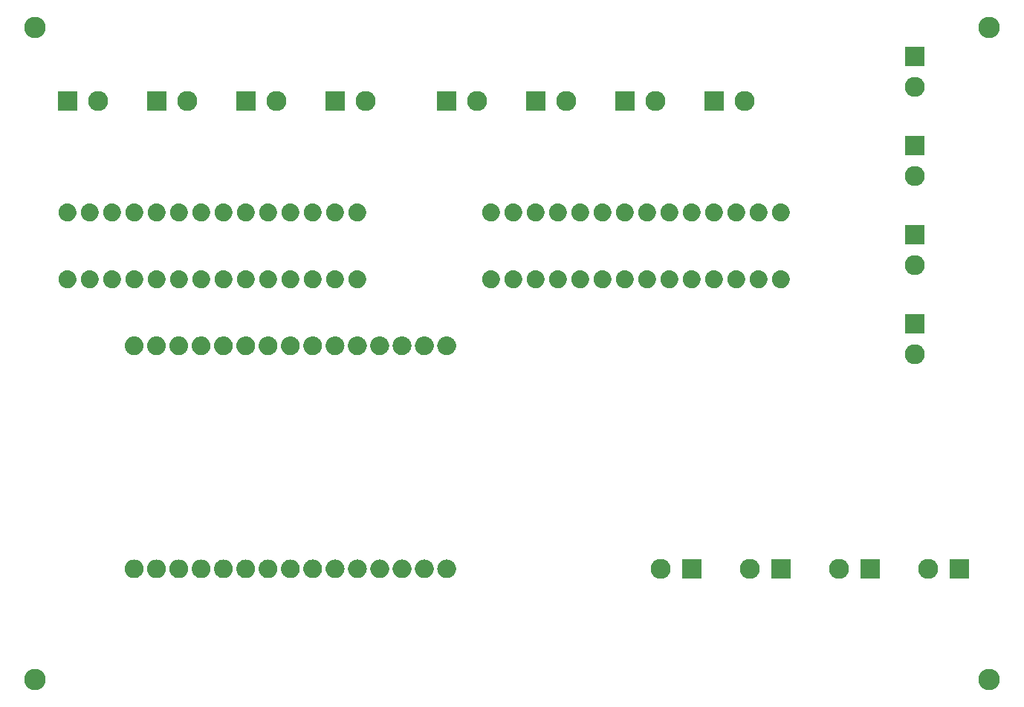
<source format=gbs>
G04 MADE WITH FRITZING*
G04 WWW.FRITZING.ORG*
G04 DOUBLE SIDED*
G04 HOLES PLATED*
G04 CONTOUR ON CENTER OF CONTOUR VECTOR*
%ASAXBY*%
%FSLAX23Y23*%
%MOIN*%
%OFA0B0*%
%SFA1.0B1.0*%
%ADD10C,0.090000*%
%ADD11C,0.096614*%
%ADD12R,0.090000X0.090000*%
%ADD13R,0.001000X0.001000*%
%LNMASK0*%
G90*
G70*
G54D10*
X3448Y607D03*
X3311Y607D03*
X3848Y607D03*
X3711Y607D03*
X3048Y607D03*
X2911Y607D03*
X4248Y607D03*
X4111Y607D03*
X4048Y2907D03*
X4048Y2769D03*
X4048Y2507D03*
X4048Y2369D03*
X4048Y2107D03*
X4048Y1969D03*
X4048Y1707D03*
X4048Y1569D03*
X1948Y2707D03*
X2086Y2707D03*
X2348Y2707D03*
X2486Y2707D03*
X2748Y2707D03*
X2886Y2707D03*
X3148Y2707D03*
X3286Y2707D03*
X248Y2707D03*
X386Y2707D03*
X648Y2707D03*
X786Y2707D03*
X1048Y2707D03*
X1186Y2707D03*
X1448Y2707D03*
X1586Y2707D03*
G54D11*
X4384Y3036D03*
X104Y3036D03*
X104Y111D03*
X4384Y111D03*
G54D12*
X3448Y607D03*
X3848Y607D03*
X3048Y607D03*
X4248Y607D03*
X4048Y2907D03*
X4048Y2507D03*
X4048Y2107D03*
X4048Y1707D03*
X1948Y2707D03*
X2348Y2707D03*
X2748Y2707D03*
X3148Y2707D03*
X248Y2707D03*
X648Y2707D03*
X1048Y2707D03*
X1448Y2707D03*
G54D13*
X242Y2246D02*
X256Y2246D01*
X342Y2246D02*
X356Y2246D01*
X442Y2246D02*
X456Y2246D01*
X542Y2246D02*
X556Y2246D01*
X642Y2246D02*
X656Y2246D01*
X742Y2246D02*
X756Y2246D01*
X842Y2246D02*
X856Y2246D01*
X942Y2246D02*
X956Y2246D01*
X1042Y2246D02*
X1056Y2246D01*
X1142Y2246D02*
X1156Y2246D01*
X1242Y2246D02*
X1256Y2246D01*
X1342Y2246D02*
X1356Y2246D01*
X1442Y2246D02*
X1456Y2246D01*
X1542Y2246D02*
X1556Y2246D01*
X2142Y2246D02*
X2156Y2246D01*
X2242Y2246D02*
X2256Y2246D01*
X2342Y2246D02*
X2356Y2246D01*
X2442Y2246D02*
X2456Y2246D01*
X2542Y2246D02*
X2556Y2246D01*
X2642Y2246D02*
X2656Y2246D01*
X2742Y2246D02*
X2756Y2246D01*
X2842Y2246D02*
X2856Y2246D01*
X2942Y2246D02*
X2956Y2246D01*
X3042Y2246D02*
X3056Y2246D01*
X3142Y2246D02*
X3156Y2246D01*
X3242Y2246D02*
X3256Y2246D01*
X3342Y2246D02*
X3356Y2246D01*
X3442Y2246D02*
X3456Y2246D01*
X238Y2245D02*
X260Y2245D01*
X338Y2245D02*
X360Y2245D01*
X438Y2245D02*
X460Y2245D01*
X538Y2245D02*
X560Y2245D01*
X638Y2245D02*
X660Y2245D01*
X738Y2245D02*
X760Y2245D01*
X838Y2245D02*
X860Y2245D01*
X938Y2245D02*
X960Y2245D01*
X1038Y2245D02*
X1060Y2245D01*
X1138Y2245D02*
X1160Y2245D01*
X1238Y2245D02*
X1260Y2245D01*
X1338Y2245D02*
X1360Y2245D01*
X1438Y2245D02*
X1460Y2245D01*
X1538Y2245D02*
X1560Y2245D01*
X2138Y2245D02*
X2160Y2245D01*
X2238Y2245D02*
X2260Y2245D01*
X2338Y2245D02*
X2360Y2245D01*
X2438Y2245D02*
X2460Y2245D01*
X2538Y2245D02*
X2560Y2245D01*
X2638Y2245D02*
X2660Y2245D01*
X2738Y2245D02*
X2760Y2245D01*
X2838Y2245D02*
X2860Y2245D01*
X2938Y2245D02*
X2960Y2245D01*
X3038Y2245D02*
X3060Y2245D01*
X3138Y2245D02*
X3160Y2245D01*
X3238Y2245D02*
X3260Y2245D01*
X3338Y2245D02*
X3360Y2245D01*
X3438Y2245D02*
X3460Y2245D01*
X235Y2244D02*
X263Y2244D01*
X335Y2244D02*
X363Y2244D01*
X435Y2244D02*
X463Y2244D01*
X535Y2244D02*
X563Y2244D01*
X635Y2244D02*
X663Y2244D01*
X735Y2244D02*
X763Y2244D01*
X835Y2244D02*
X863Y2244D01*
X935Y2244D02*
X963Y2244D01*
X1035Y2244D02*
X1063Y2244D01*
X1135Y2244D02*
X1163Y2244D01*
X1235Y2244D02*
X1263Y2244D01*
X1335Y2244D02*
X1363Y2244D01*
X1435Y2244D02*
X1463Y2244D01*
X1535Y2244D02*
X1563Y2244D01*
X2135Y2244D02*
X2163Y2244D01*
X2235Y2244D02*
X2263Y2244D01*
X2335Y2244D02*
X2363Y2244D01*
X2435Y2244D02*
X2463Y2244D01*
X2535Y2244D02*
X2563Y2244D01*
X2635Y2244D02*
X2663Y2244D01*
X2735Y2244D02*
X2763Y2244D01*
X2835Y2244D02*
X2863Y2244D01*
X2935Y2244D02*
X2963Y2244D01*
X3035Y2244D02*
X3063Y2244D01*
X3135Y2244D02*
X3163Y2244D01*
X3235Y2244D02*
X3263Y2244D01*
X3335Y2244D02*
X3363Y2244D01*
X3435Y2244D02*
X3463Y2244D01*
X233Y2243D02*
X265Y2243D01*
X333Y2243D02*
X365Y2243D01*
X433Y2243D02*
X465Y2243D01*
X533Y2243D02*
X565Y2243D01*
X633Y2243D02*
X665Y2243D01*
X733Y2243D02*
X765Y2243D01*
X833Y2243D02*
X865Y2243D01*
X933Y2243D02*
X965Y2243D01*
X1033Y2243D02*
X1065Y2243D01*
X1132Y2243D02*
X1165Y2243D01*
X1232Y2243D02*
X1265Y2243D01*
X1332Y2243D02*
X1365Y2243D01*
X1432Y2243D02*
X1465Y2243D01*
X1532Y2243D02*
X1565Y2243D01*
X2132Y2243D02*
X2165Y2243D01*
X2232Y2243D02*
X2265Y2243D01*
X2332Y2243D02*
X2365Y2243D01*
X2432Y2243D02*
X2465Y2243D01*
X2532Y2243D02*
X2565Y2243D01*
X2632Y2243D02*
X2665Y2243D01*
X2732Y2243D02*
X2765Y2243D01*
X2832Y2243D02*
X2865Y2243D01*
X2932Y2243D02*
X2965Y2243D01*
X3032Y2243D02*
X3065Y2243D01*
X3132Y2243D02*
X3165Y2243D01*
X3232Y2243D02*
X3265Y2243D01*
X3332Y2243D02*
X3365Y2243D01*
X3432Y2243D02*
X3465Y2243D01*
X231Y2242D02*
X267Y2242D01*
X331Y2242D02*
X367Y2242D01*
X431Y2242D02*
X467Y2242D01*
X531Y2242D02*
X567Y2242D01*
X631Y2242D02*
X667Y2242D01*
X730Y2242D02*
X767Y2242D01*
X830Y2242D02*
X867Y2242D01*
X930Y2242D02*
X967Y2242D01*
X1030Y2242D02*
X1067Y2242D01*
X1130Y2242D02*
X1167Y2242D01*
X1230Y2242D02*
X1267Y2242D01*
X1330Y2242D02*
X1367Y2242D01*
X1430Y2242D02*
X1467Y2242D01*
X1530Y2242D02*
X1567Y2242D01*
X2130Y2242D02*
X2167Y2242D01*
X2230Y2242D02*
X2267Y2242D01*
X2330Y2242D02*
X2367Y2242D01*
X2430Y2242D02*
X2467Y2242D01*
X2530Y2242D02*
X2567Y2242D01*
X2630Y2242D02*
X2667Y2242D01*
X2730Y2242D02*
X2767Y2242D01*
X2830Y2242D02*
X2867Y2242D01*
X2930Y2242D02*
X2967Y2242D01*
X3030Y2242D02*
X3067Y2242D01*
X3130Y2242D02*
X3167Y2242D01*
X3230Y2242D02*
X3267Y2242D01*
X3330Y2242D02*
X3367Y2242D01*
X3430Y2242D02*
X3467Y2242D01*
X229Y2241D02*
X269Y2241D01*
X329Y2241D02*
X369Y2241D01*
X429Y2241D02*
X469Y2241D01*
X529Y2241D02*
X569Y2241D01*
X629Y2241D02*
X669Y2241D01*
X729Y2241D02*
X769Y2241D01*
X829Y2241D02*
X869Y2241D01*
X929Y2241D02*
X969Y2241D01*
X1029Y2241D02*
X1069Y2241D01*
X1129Y2241D02*
X1169Y2241D01*
X1229Y2241D02*
X1269Y2241D01*
X1329Y2241D02*
X1369Y2241D01*
X1429Y2241D02*
X1469Y2241D01*
X1529Y2241D02*
X1569Y2241D01*
X2129Y2241D02*
X2169Y2241D01*
X2229Y2241D02*
X2269Y2241D01*
X2329Y2241D02*
X2369Y2241D01*
X2429Y2241D02*
X2469Y2241D01*
X2529Y2241D02*
X2569Y2241D01*
X2629Y2241D02*
X2669Y2241D01*
X2729Y2241D02*
X2769Y2241D01*
X2829Y2241D02*
X2869Y2241D01*
X2929Y2241D02*
X2969Y2241D01*
X3029Y2241D02*
X3069Y2241D01*
X3129Y2241D02*
X3169Y2241D01*
X3229Y2241D02*
X3269Y2241D01*
X3329Y2241D02*
X3369Y2241D01*
X3429Y2241D02*
X3469Y2241D01*
X227Y2240D02*
X270Y2240D01*
X327Y2240D02*
X370Y2240D01*
X427Y2240D02*
X470Y2240D01*
X527Y2240D02*
X570Y2240D01*
X627Y2240D02*
X670Y2240D01*
X727Y2240D02*
X770Y2240D01*
X827Y2240D02*
X870Y2240D01*
X927Y2240D02*
X970Y2240D01*
X1027Y2240D02*
X1070Y2240D01*
X1127Y2240D02*
X1170Y2240D01*
X1227Y2240D02*
X1270Y2240D01*
X1327Y2240D02*
X1370Y2240D01*
X1427Y2240D02*
X1470Y2240D01*
X1527Y2240D02*
X1570Y2240D01*
X2127Y2240D02*
X2170Y2240D01*
X2227Y2240D02*
X2270Y2240D01*
X2327Y2240D02*
X2370Y2240D01*
X2427Y2240D02*
X2470Y2240D01*
X2527Y2240D02*
X2570Y2240D01*
X2627Y2240D02*
X2670Y2240D01*
X2727Y2240D02*
X2770Y2240D01*
X2827Y2240D02*
X2870Y2240D01*
X2927Y2240D02*
X2970Y2240D01*
X3027Y2240D02*
X3070Y2240D01*
X3127Y2240D02*
X3170Y2240D01*
X3227Y2240D02*
X3270Y2240D01*
X3327Y2240D02*
X3370Y2240D01*
X3427Y2240D02*
X3470Y2240D01*
X226Y2239D02*
X272Y2239D01*
X326Y2239D02*
X372Y2239D01*
X426Y2239D02*
X472Y2239D01*
X526Y2239D02*
X572Y2239D01*
X626Y2239D02*
X672Y2239D01*
X726Y2239D02*
X772Y2239D01*
X826Y2239D02*
X872Y2239D01*
X926Y2239D02*
X972Y2239D01*
X1026Y2239D02*
X1072Y2239D01*
X1126Y2239D02*
X1172Y2239D01*
X1226Y2239D02*
X1272Y2239D01*
X1326Y2239D02*
X1372Y2239D01*
X1426Y2239D02*
X1472Y2239D01*
X1526Y2239D02*
X1572Y2239D01*
X2126Y2239D02*
X2172Y2239D01*
X2226Y2239D02*
X2272Y2239D01*
X2326Y2239D02*
X2372Y2239D01*
X2426Y2239D02*
X2472Y2239D01*
X2526Y2239D02*
X2572Y2239D01*
X2626Y2239D02*
X2672Y2239D01*
X2726Y2239D02*
X2772Y2239D01*
X2826Y2239D02*
X2872Y2239D01*
X2926Y2239D02*
X2972Y2239D01*
X3026Y2239D02*
X3072Y2239D01*
X3126Y2239D02*
X3172Y2239D01*
X3226Y2239D02*
X3272Y2239D01*
X3326Y2239D02*
X3372Y2239D01*
X3426Y2239D02*
X3472Y2239D01*
X224Y2238D02*
X273Y2238D01*
X324Y2238D02*
X373Y2238D01*
X424Y2238D02*
X473Y2238D01*
X524Y2238D02*
X573Y2238D01*
X624Y2238D02*
X673Y2238D01*
X724Y2238D02*
X773Y2238D01*
X824Y2238D02*
X873Y2238D01*
X924Y2238D02*
X973Y2238D01*
X1024Y2238D02*
X1073Y2238D01*
X1124Y2238D02*
X1173Y2238D01*
X1224Y2238D02*
X1273Y2238D01*
X1324Y2238D02*
X1373Y2238D01*
X1424Y2238D02*
X1473Y2238D01*
X1524Y2238D02*
X1573Y2238D01*
X2124Y2238D02*
X2173Y2238D01*
X2224Y2238D02*
X2273Y2238D01*
X2324Y2238D02*
X2373Y2238D01*
X2424Y2238D02*
X2473Y2238D01*
X2524Y2238D02*
X2573Y2238D01*
X2624Y2238D02*
X2673Y2238D01*
X2724Y2238D02*
X2773Y2238D01*
X2824Y2238D02*
X2873Y2238D01*
X2924Y2238D02*
X2973Y2238D01*
X3024Y2238D02*
X3073Y2238D01*
X3124Y2238D02*
X3173Y2238D01*
X3224Y2238D02*
X3273Y2238D01*
X3324Y2238D02*
X3373Y2238D01*
X3424Y2238D02*
X3473Y2238D01*
X223Y2237D02*
X274Y2237D01*
X323Y2237D02*
X374Y2237D01*
X423Y2237D02*
X474Y2237D01*
X523Y2237D02*
X574Y2237D01*
X623Y2237D02*
X674Y2237D01*
X723Y2237D02*
X774Y2237D01*
X823Y2237D02*
X874Y2237D01*
X923Y2237D02*
X974Y2237D01*
X1023Y2237D02*
X1074Y2237D01*
X1123Y2237D02*
X1174Y2237D01*
X1223Y2237D02*
X1274Y2237D01*
X1323Y2237D02*
X1374Y2237D01*
X1423Y2237D02*
X1474Y2237D01*
X1523Y2237D02*
X1574Y2237D01*
X2123Y2237D02*
X2174Y2237D01*
X2223Y2237D02*
X2274Y2237D01*
X2323Y2237D02*
X2374Y2237D01*
X2423Y2237D02*
X2474Y2237D01*
X2523Y2237D02*
X2574Y2237D01*
X2623Y2237D02*
X2674Y2237D01*
X2723Y2237D02*
X2774Y2237D01*
X2823Y2237D02*
X2874Y2237D01*
X2923Y2237D02*
X2974Y2237D01*
X3023Y2237D02*
X3074Y2237D01*
X3123Y2237D02*
X3174Y2237D01*
X3223Y2237D02*
X3274Y2237D01*
X3323Y2237D02*
X3374Y2237D01*
X3423Y2237D02*
X3474Y2237D01*
X222Y2236D02*
X276Y2236D01*
X322Y2236D02*
X376Y2236D01*
X422Y2236D02*
X476Y2236D01*
X522Y2236D02*
X576Y2236D01*
X622Y2236D02*
X676Y2236D01*
X722Y2236D02*
X776Y2236D01*
X822Y2236D02*
X876Y2236D01*
X922Y2236D02*
X976Y2236D01*
X1022Y2236D02*
X1076Y2236D01*
X1122Y2236D02*
X1176Y2236D01*
X1222Y2236D02*
X1276Y2236D01*
X1322Y2236D02*
X1376Y2236D01*
X1422Y2236D02*
X1476Y2236D01*
X1522Y2236D02*
X1576Y2236D01*
X2122Y2236D02*
X2175Y2236D01*
X2222Y2236D02*
X2275Y2236D01*
X2322Y2236D02*
X2375Y2236D01*
X2422Y2236D02*
X2475Y2236D01*
X2522Y2236D02*
X2575Y2236D01*
X2622Y2236D02*
X2675Y2236D01*
X2722Y2236D02*
X2775Y2236D01*
X2822Y2236D02*
X2875Y2236D01*
X2922Y2236D02*
X2975Y2236D01*
X3022Y2236D02*
X3075Y2236D01*
X3122Y2236D02*
X3175Y2236D01*
X3222Y2236D02*
X3275Y2236D01*
X3322Y2236D02*
X3375Y2236D01*
X3422Y2236D02*
X3475Y2236D01*
X221Y2235D02*
X277Y2235D01*
X321Y2235D02*
X377Y2235D01*
X421Y2235D02*
X477Y2235D01*
X521Y2235D02*
X577Y2235D01*
X621Y2235D02*
X677Y2235D01*
X721Y2235D02*
X777Y2235D01*
X821Y2235D02*
X877Y2235D01*
X921Y2235D02*
X977Y2235D01*
X1021Y2235D02*
X1077Y2235D01*
X1121Y2235D02*
X1177Y2235D01*
X1221Y2235D02*
X1277Y2235D01*
X1321Y2235D02*
X1377Y2235D01*
X1421Y2235D02*
X1477Y2235D01*
X1521Y2235D02*
X1577Y2235D01*
X2121Y2235D02*
X2177Y2235D01*
X2221Y2235D02*
X2277Y2235D01*
X2321Y2235D02*
X2377Y2235D01*
X2421Y2235D02*
X2477Y2235D01*
X2521Y2235D02*
X2577Y2235D01*
X2621Y2235D02*
X2677Y2235D01*
X2721Y2235D02*
X2777Y2235D01*
X2821Y2235D02*
X2877Y2235D01*
X2921Y2235D02*
X2977Y2235D01*
X3021Y2235D02*
X3077Y2235D01*
X3121Y2235D02*
X3177Y2235D01*
X3221Y2235D02*
X3277Y2235D01*
X3321Y2235D02*
X3377Y2235D01*
X3421Y2235D02*
X3477Y2235D01*
X220Y2234D02*
X278Y2234D01*
X320Y2234D02*
X378Y2234D01*
X420Y2234D02*
X478Y2234D01*
X520Y2234D02*
X578Y2234D01*
X620Y2234D02*
X678Y2234D01*
X720Y2234D02*
X778Y2234D01*
X820Y2234D02*
X878Y2234D01*
X920Y2234D02*
X978Y2234D01*
X1020Y2234D02*
X1078Y2234D01*
X1120Y2234D02*
X1178Y2234D01*
X1220Y2234D02*
X1278Y2234D01*
X1320Y2234D02*
X1378Y2234D01*
X1420Y2234D02*
X1478Y2234D01*
X1520Y2234D02*
X1578Y2234D01*
X2120Y2234D02*
X2177Y2234D01*
X2220Y2234D02*
X2277Y2234D01*
X2320Y2234D02*
X2377Y2234D01*
X2420Y2234D02*
X2477Y2234D01*
X2520Y2234D02*
X2577Y2234D01*
X2620Y2234D02*
X2677Y2234D01*
X2720Y2234D02*
X2777Y2234D01*
X2820Y2234D02*
X2877Y2234D01*
X2920Y2234D02*
X2977Y2234D01*
X3020Y2234D02*
X3077Y2234D01*
X3120Y2234D02*
X3177Y2234D01*
X3220Y2234D02*
X3277Y2234D01*
X3320Y2234D02*
X3377Y2234D01*
X3420Y2234D02*
X3477Y2234D01*
X219Y2233D02*
X278Y2233D01*
X319Y2233D02*
X378Y2233D01*
X419Y2233D02*
X478Y2233D01*
X519Y2233D02*
X578Y2233D01*
X619Y2233D02*
X678Y2233D01*
X719Y2233D02*
X778Y2233D01*
X819Y2233D02*
X878Y2233D01*
X919Y2233D02*
X978Y2233D01*
X1019Y2233D02*
X1078Y2233D01*
X1119Y2233D02*
X1178Y2233D01*
X1219Y2233D02*
X1278Y2233D01*
X1319Y2233D02*
X1378Y2233D01*
X1419Y2233D02*
X1478Y2233D01*
X1519Y2233D02*
X1578Y2233D01*
X2119Y2233D02*
X2178Y2233D01*
X2219Y2233D02*
X2278Y2233D01*
X2319Y2233D02*
X2378Y2233D01*
X2419Y2233D02*
X2478Y2233D01*
X2519Y2233D02*
X2578Y2233D01*
X2619Y2233D02*
X2678Y2233D01*
X2719Y2233D02*
X2778Y2233D01*
X2819Y2233D02*
X2878Y2233D01*
X2919Y2233D02*
X2978Y2233D01*
X3019Y2233D02*
X3078Y2233D01*
X3119Y2233D02*
X3178Y2233D01*
X3219Y2233D02*
X3278Y2233D01*
X3319Y2233D02*
X3378Y2233D01*
X3419Y2233D02*
X3478Y2233D01*
X218Y2232D02*
X279Y2232D01*
X318Y2232D02*
X379Y2232D01*
X418Y2232D02*
X479Y2232D01*
X518Y2232D02*
X579Y2232D01*
X618Y2232D02*
X679Y2232D01*
X718Y2232D02*
X779Y2232D01*
X818Y2232D02*
X879Y2232D01*
X918Y2232D02*
X979Y2232D01*
X1018Y2232D02*
X1079Y2232D01*
X1118Y2232D02*
X1179Y2232D01*
X1218Y2232D02*
X1279Y2232D01*
X1318Y2232D02*
X1379Y2232D01*
X1418Y2232D02*
X1479Y2232D01*
X1518Y2232D02*
X1579Y2232D01*
X2118Y2232D02*
X2179Y2232D01*
X2218Y2232D02*
X2279Y2232D01*
X2318Y2232D02*
X2379Y2232D01*
X2418Y2232D02*
X2479Y2232D01*
X2518Y2232D02*
X2579Y2232D01*
X2618Y2232D02*
X2679Y2232D01*
X2718Y2232D02*
X2779Y2232D01*
X2818Y2232D02*
X2879Y2232D01*
X2918Y2232D02*
X2979Y2232D01*
X3018Y2232D02*
X3079Y2232D01*
X3118Y2232D02*
X3179Y2232D01*
X3218Y2232D02*
X3279Y2232D01*
X3318Y2232D02*
X3379Y2232D01*
X3418Y2232D02*
X3479Y2232D01*
X218Y2231D02*
X280Y2231D01*
X318Y2231D02*
X380Y2231D01*
X418Y2231D02*
X480Y2231D01*
X518Y2231D02*
X580Y2231D01*
X618Y2231D02*
X680Y2231D01*
X718Y2231D02*
X780Y2231D01*
X818Y2231D02*
X880Y2231D01*
X918Y2231D02*
X980Y2231D01*
X1018Y2231D02*
X1080Y2231D01*
X1118Y2231D02*
X1180Y2231D01*
X1218Y2231D02*
X1280Y2231D01*
X1318Y2231D02*
X1380Y2231D01*
X1418Y2231D02*
X1480Y2231D01*
X1518Y2231D02*
X1580Y2231D01*
X2118Y2231D02*
X2180Y2231D01*
X2218Y2231D02*
X2280Y2231D01*
X2318Y2231D02*
X2380Y2231D01*
X2418Y2231D02*
X2480Y2231D01*
X2518Y2231D02*
X2580Y2231D01*
X2618Y2231D02*
X2680Y2231D01*
X2718Y2231D02*
X2780Y2231D01*
X2818Y2231D02*
X2880Y2231D01*
X2918Y2231D02*
X2980Y2231D01*
X3018Y2231D02*
X3080Y2231D01*
X3118Y2231D02*
X3180Y2231D01*
X3218Y2231D02*
X3280Y2231D01*
X3318Y2231D02*
X3380Y2231D01*
X3418Y2231D02*
X3480Y2231D01*
X217Y2230D02*
X281Y2230D01*
X317Y2230D02*
X381Y2230D01*
X417Y2230D02*
X481Y2230D01*
X517Y2230D02*
X581Y2230D01*
X617Y2230D02*
X681Y2230D01*
X717Y2230D02*
X781Y2230D01*
X817Y2230D02*
X881Y2230D01*
X917Y2230D02*
X981Y2230D01*
X1017Y2230D02*
X1081Y2230D01*
X1117Y2230D02*
X1181Y2230D01*
X1217Y2230D02*
X1281Y2230D01*
X1317Y2230D02*
X1381Y2230D01*
X1417Y2230D02*
X1481Y2230D01*
X1517Y2230D02*
X1581Y2230D01*
X2117Y2230D02*
X2181Y2230D01*
X2217Y2230D02*
X2281Y2230D01*
X2317Y2230D02*
X2381Y2230D01*
X2417Y2230D02*
X2481Y2230D01*
X2517Y2230D02*
X2581Y2230D01*
X2617Y2230D02*
X2681Y2230D01*
X2717Y2230D02*
X2781Y2230D01*
X2817Y2230D02*
X2881Y2230D01*
X2917Y2230D02*
X2981Y2230D01*
X3017Y2230D02*
X3081Y2230D01*
X3117Y2230D02*
X3181Y2230D01*
X3217Y2230D02*
X3281Y2230D01*
X3317Y2230D02*
X3381Y2230D01*
X3417Y2230D02*
X3481Y2230D01*
X216Y2229D02*
X282Y2229D01*
X316Y2229D02*
X382Y2229D01*
X416Y2229D02*
X482Y2229D01*
X516Y2229D02*
X581Y2229D01*
X616Y2229D02*
X681Y2229D01*
X716Y2229D02*
X781Y2229D01*
X816Y2229D02*
X881Y2229D01*
X916Y2229D02*
X981Y2229D01*
X1016Y2229D02*
X1081Y2229D01*
X1116Y2229D02*
X1181Y2229D01*
X1216Y2229D02*
X1281Y2229D01*
X1316Y2229D02*
X1381Y2229D01*
X1416Y2229D02*
X1481Y2229D01*
X1516Y2229D02*
X1581Y2229D01*
X2116Y2229D02*
X2181Y2229D01*
X2216Y2229D02*
X2281Y2229D01*
X2316Y2229D02*
X2381Y2229D01*
X2416Y2229D02*
X2481Y2229D01*
X2516Y2229D02*
X2581Y2229D01*
X2616Y2229D02*
X2681Y2229D01*
X2716Y2229D02*
X2781Y2229D01*
X2816Y2229D02*
X2881Y2229D01*
X2916Y2229D02*
X2981Y2229D01*
X3016Y2229D02*
X3081Y2229D01*
X3116Y2229D02*
X3181Y2229D01*
X3216Y2229D02*
X3281Y2229D01*
X3316Y2229D02*
X3381Y2229D01*
X3416Y2229D02*
X3481Y2229D01*
X216Y2228D02*
X282Y2228D01*
X316Y2228D02*
X382Y2228D01*
X416Y2228D02*
X482Y2228D01*
X516Y2228D02*
X582Y2228D01*
X616Y2228D02*
X682Y2228D01*
X716Y2228D02*
X782Y2228D01*
X816Y2228D02*
X882Y2228D01*
X916Y2228D02*
X982Y2228D01*
X1016Y2228D02*
X1082Y2228D01*
X1116Y2228D02*
X1182Y2228D01*
X1216Y2228D02*
X1282Y2228D01*
X1316Y2228D02*
X1382Y2228D01*
X1416Y2228D02*
X1482Y2228D01*
X1516Y2228D02*
X1582Y2228D01*
X2115Y2228D02*
X2182Y2228D01*
X2215Y2228D02*
X2282Y2228D01*
X2315Y2228D02*
X2382Y2228D01*
X2415Y2228D02*
X2482Y2228D01*
X2515Y2228D02*
X2582Y2228D01*
X2615Y2228D02*
X2682Y2228D01*
X2715Y2228D02*
X2782Y2228D01*
X2815Y2228D02*
X2882Y2228D01*
X2915Y2228D02*
X2982Y2228D01*
X3015Y2228D02*
X3082Y2228D01*
X3115Y2228D02*
X3182Y2228D01*
X3215Y2228D02*
X3282Y2228D01*
X3315Y2228D02*
X3382Y2228D01*
X3415Y2228D02*
X3482Y2228D01*
X215Y2227D02*
X283Y2227D01*
X315Y2227D02*
X383Y2227D01*
X415Y2227D02*
X483Y2227D01*
X515Y2227D02*
X583Y2227D01*
X615Y2227D02*
X683Y2227D01*
X715Y2227D02*
X783Y2227D01*
X815Y2227D02*
X883Y2227D01*
X915Y2227D02*
X983Y2227D01*
X1015Y2227D02*
X1083Y2227D01*
X1115Y2227D02*
X1183Y2227D01*
X1215Y2227D02*
X1283Y2227D01*
X1315Y2227D02*
X1383Y2227D01*
X1415Y2227D02*
X1483Y2227D01*
X1515Y2227D02*
X1583Y2227D01*
X2115Y2227D02*
X2183Y2227D01*
X2215Y2227D02*
X2283Y2227D01*
X2315Y2227D02*
X2383Y2227D01*
X2415Y2227D02*
X2483Y2227D01*
X2515Y2227D02*
X2583Y2227D01*
X2615Y2227D02*
X2683Y2227D01*
X2715Y2227D02*
X2783Y2227D01*
X2815Y2227D02*
X2883Y2227D01*
X2915Y2227D02*
X2983Y2227D01*
X3015Y2227D02*
X3083Y2227D01*
X3115Y2227D02*
X3183Y2227D01*
X3215Y2227D02*
X3283Y2227D01*
X3315Y2227D02*
X3383Y2227D01*
X3415Y2227D02*
X3483Y2227D01*
X214Y2226D02*
X283Y2226D01*
X314Y2226D02*
X383Y2226D01*
X414Y2226D02*
X483Y2226D01*
X514Y2226D02*
X583Y2226D01*
X614Y2226D02*
X683Y2226D01*
X714Y2226D02*
X783Y2226D01*
X814Y2226D02*
X883Y2226D01*
X914Y2226D02*
X983Y2226D01*
X1014Y2226D02*
X1083Y2226D01*
X1114Y2226D02*
X1183Y2226D01*
X1214Y2226D02*
X1283Y2226D01*
X1314Y2226D02*
X1383Y2226D01*
X1414Y2226D02*
X1483Y2226D01*
X1514Y2226D02*
X1583Y2226D01*
X2114Y2226D02*
X2183Y2226D01*
X2214Y2226D02*
X2283Y2226D01*
X2314Y2226D02*
X2383Y2226D01*
X2414Y2226D02*
X2483Y2226D01*
X2514Y2226D02*
X2583Y2226D01*
X2614Y2226D02*
X2683Y2226D01*
X2714Y2226D02*
X2783Y2226D01*
X2814Y2226D02*
X2883Y2226D01*
X2914Y2226D02*
X2983Y2226D01*
X3014Y2226D02*
X3083Y2226D01*
X3114Y2226D02*
X3183Y2226D01*
X3214Y2226D02*
X3283Y2226D01*
X3314Y2226D02*
X3383Y2226D01*
X3414Y2226D02*
X3483Y2226D01*
X214Y2225D02*
X284Y2225D01*
X314Y2225D02*
X384Y2225D01*
X414Y2225D02*
X484Y2225D01*
X514Y2225D02*
X584Y2225D01*
X614Y2225D02*
X684Y2225D01*
X714Y2225D02*
X784Y2225D01*
X814Y2225D02*
X884Y2225D01*
X914Y2225D02*
X984Y2225D01*
X1014Y2225D02*
X1084Y2225D01*
X1114Y2225D02*
X1184Y2225D01*
X1214Y2225D02*
X1284Y2225D01*
X1314Y2225D02*
X1384Y2225D01*
X1414Y2225D02*
X1484Y2225D01*
X1514Y2225D02*
X1584Y2225D01*
X2114Y2225D02*
X2184Y2225D01*
X2214Y2225D02*
X2284Y2225D01*
X2314Y2225D02*
X2384Y2225D01*
X2414Y2225D02*
X2484Y2225D01*
X2514Y2225D02*
X2584Y2225D01*
X2614Y2225D02*
X2684Y2225D01*
X2714Y2225D02*
X2784Y2225D01*
X2814Y2225D02*
X2884Y2225D01*
X2914Y2225D02*
X2984Y2225D01*
X3014Y2225D02*
X3084Y2225D01*
X3114Y2225D02*
X3184Y2225D01*
X3214Y2225D02*
X3284Y2225D01*
X3314Y2225D02*
X3384Y2225D01*
X3414Y2225D02*
X3484Y2225D01*
X213Y2224D02*
X284Y2224D01*
X313Y2224D02*
X384Y2224D01*
X413Y2224D02*
X484Y2224D01*
X513Y2224D02*
X584Y2224D01*
X613Y2224D02*
X684Y2224D01*
X713Y2224D02*
X784Y2224D01*
X813Y2224D02*
X884Y2224D01*
X913Y2224D02*
X984Y2224D01*
X1013Y2224D02*
X1084Y2224D01*
X1113Y2224D02*
X1184Y2224D01*
X1213Y2224D02*
X1284Y2224D01*
X1313Y2224D02*
X1384Y2224D01*
X1413Y2224D02*
X1484Y2224D01*
X1513Y2224D02*
X1584Y2224D01*
X2113Y2224D02*
X2184Y2224D01*
X2213Y2224D02*
X2284Y2224D01*
X2313Y2224D02*
X2384Y2224D01*
X2413Y2224D02*
X2484Y2224D01*
X2513Y2224D02*
X2584Y2224D01*
X2613Y2224D02*
X2684Y2224D01*
X2713Y2224D02*
X2784Y2224D01*
X2813Y2224D02*
X2884Y2224D01*
X2913Y2224D02*
X2984Y2224D01*
X3013Y2224D02*
X3084Y2224D01*
X3113Y2224D02*
X3184Y2224D01*
X3213Y2224D02*
X3284Y2224D01*
X3313Y2224D02*
X3384Y2224D01*
X3413Y2224D02*
X3484Y2224D01*
X213Y2223D02*
X285Y2223D01*
X313Y2223D02*
X385Y2223D01*
X413Y2223D02*
X485Y2223D01*
X513Y2223D02*
X585Y2223D01*
X613Y2223D02*
X685Y2223D01*
X713Y2223D02*
X785Y2223D01*
X813Y2223D02*
X885Y2223D01*
X913Y2223D02*
X985Y2223D01*
X1013Y2223D02*
X1085Y2223D01*
X1113Y2223D02*
X1185Y2223D01*
X1213Y2223D02*
X1285Y2223D01*
X1313Y2223D02*
X1385Y2223D01*
X1413Y2223D02*
X1485Y2223D01*
X1513Y2223D02*
X1585Y2223D01*
X2113Y2223D02*
X2185Y2223D01*
X2213Y2223D02*
X2285Y2223D01*
X2313Y2223D02*
X2385Y2223D01*
X2413Y2223D02*
X2485Y2223D01*
X2513Y2223D02*
X2585Y2223D01*
X2613Y2223D02*
X2685Y2223D01*
X2713Y2223D02*
X2785Y2223D01*
X2813Y2223D02*
X2885Y2223D01*
X2913Y2223D02*
X2985Y2223D01*
X3013Y2223D02*
X3085Y2223D01*
X3113Y2223D02*
X3185Y2223D01*
X3213Y2223D02*
X3285Y2223D01*
X3313Y2223D02*
X3385Y2223D01*
X3413Y2223D02*
X3485Y2223D01*
X212Y2222D02*
X285Y2222D01*
X312Y2222D02*
X385Y2222D01*
X412Y2222D02*
X485Y2222D01*
X512Y2222D02*
X585Y2222D01*
X612Y2222D02*
X685Y2222D01*
X712Y2222D02*
X785Y2222D01*
X812Y2222D02*
X885Y2222D01*
X912Y2222D02*
X985Y2222D01*
X1012Y2222D02*
X1085Y2222D01*
X1112Y2222D02*
X1185Y2222D01*
X1212Y2222D02*
X1285Y2222D01*
X1312Y2222D02*
X1385Y2222D01*
X1412Y2222D02*
X1485Y2222D01*
X1512Y2222D02*
X1585Y2222D01*
X2112Y2222D02*
X2185Y2222D01*
X2212Y2222D02*
X2285Y2222D01*
X2312Y2222D02*
X2385Y2222D01*
X2412Y2222D02*
X2485Y2222D01*
X2512Y2222D02*
X2585Y2222D01*
X2612Y2222D02*
X2685Y2222D01*
X2712Y2222D02*
X2785Y2222D01*
X2812Y2222D02*
X2885Y2222D01*
X2912Y2222D02*
X2985Y2222D01*
X3012Y2222D02*
X3085Y2222D01*
X3112Y2222D02*
X3185Y2222D01*
X3212Y2222D02*
X3285Y2222D01*
X3312Y2222D02*
X3385Y2222D01*
X3412Y2222D02*
X3485Y2222D01*
X212Y2221D02*
X286Y2221D01*
X312Y2221D02*
X386Y2221D01*
X412Y2221D02*
X486Y2221D01*
X512Y2221D02*
X586Y2221D01*
X612Y2221D02*
X686Y2221D01*
X712Y2221D02*
X786Y2221D01*
X812Y2221D02*
X886Y2221D01*
X912Y2221D02*
X986Y2221D01*
X1012Y2221D02*
X1086Y2221D01*
X1112Y2221D02*
X1186Y2221D01*
X1212Y2221D02*
X1286Y2221D01*
X1312Y2221D02*
X1386Y2221D01*
X1412Y2221D02*
X1486Y2221D01*
X1512Y2221D02*
X1586Y2221D01*
X2112Y2221D02*
X2186Y2221D01*
X2212Y2221D02*
X2286Y2221D01*
X2312Y2221D02*
X2386Y2221D01*
X2412Y2221D02*
X2486Y2221D01*
X2512Y2221D02*
X2586Y2221D01*
X2612Y2221D02*
X2686Y2221D01*
X2712Y2221D02*
X2786Y2221D01*
X2812Y2221D02*
X2886Y2221D01*
X2912Y2221D02*
X2986Y2221D01*
X3012Y2221D02*
X3086Y2221D01*
X3112Y2221D02*
X3186Y2221D01*
X3212Y2221D02*
X3286Y2221D01*
X3312Y2221D02*
X3386Y2221D01*
X3412Y2221D02*
X3486Y2221D01*
X212Y2220D02*
X286Y2220D01*
X312Y2220D02*
X386Y2220D01*
X412Y2220D02*
X486Y2220D01*
X512Y2220D02*
X586Y2220D01*
X612Y2220D02*
X686Y2220D01*
X712Y2220D02*
X786Y2220D01*
X812Y2220D02*
X886Y2220D01*
X912Y2220D02*
X986Y2220D01*
X1012Y2220D02*
X1086Y2220D01*
X1112Y2220D02*
X1186Y2220D01*
X1212Y2220D02*
X1286Y2220D01*
X1312Y2220D02*
X1386Y2220D01*
X1412Y2220D02*
X1486Y2220D01*
X1512Y2220D02*
X1586Y2220D01*
X2112Y2220D02*
X2186Y2220D01*
X2212Y2220D02*
X2286Y2220D01*
X2312Y2220D02*
X2386Y2220D01*
X2412Y2220D02*
X2486Y2220D01*
X2512Y2220D02*
X2586Y2220D01*
X2612Y2220D02*
X2686Y2220D01*
X2712Y2220D02*
X2786Y2220D01*
X2812Y2220D02*
X2886Y2220D01*
X2912Y2220D02*
X2986Y2220D01*
X3012Y2220D02*
X3086Y2220D01*
X3112Y2220D02*
X3186Y2220D01*
X3212Y2220D02*
X3286Y2220D01*
X3312Y2220D02*
X3386Y2220D01*
X3412Y2220D02*
X3486Y2220D01*
X211Y2219D02*
X286Y2219D01*
X311Y2219D02*
X386Y2219D01*
X411Y2219D02*
X486Y2219D01*
X511Y2219D02*
X586Y2219D01*
X611Y2219D02*
X686Y2219D01*
X711Y2219D02*
X786Y2219D01*
X811Y2219D02*
X886Y2219D01*
X911Y2219D02*
X986Y2219D01*
X1011Y2219D02*
X1086Y2219D01*
X1111Y2219D02*
X1186Y2219D01*
X1211Y2219D02*
X1286Y2219D01*
X1311Y2219D02*
X1386Y2219D01*
X1411Y2219D02*
X1486Y2219D01*
X1511Y2219D02*
X1586Y2219D01*
X2111Y2219D02*
X2186Y2219D01*
X2211Y2219D02*
X2286Y2219D01*
X2311Y2219D02*
X2386Y2219D01*
X2411Y2219D02*
X2486Y2219D01*
X2511Y2219D02*
X2586Y2219D01*
X2611Y2219D02*
X2686Y2219D01*
X2711Y2219D02*
X2786Y2219D01*
X2811Y2219D02*
X2886Y2219D01*
X2911Y2219D02*
X2986Y2219D01*
X3011Y2219D02*
X3086Y2219D01*
X3111Y2219D02*
X3186Y2219D01*
X3211Y2219D02*
X3286Y2219D01*
X3311Y2219D02*
X3386Y2219D01*
X3411Y2219D02*
X3486Y2219D01*
X211Y2218D02*
X287Y2218D01*
X311Y2218D02*
X387Y2218D01*
X411Y2218D02*
X487Y2218D01*
X511Y2218D02*
X587Y2218D01*
X611Y2218D02*
X687Y2218D01*
X711Y2218D02*
X787Y2218D01*
X811Y2218D02*
X887Y2218D01*
X911Y2218D02*
X987Y2218D01*
X1011Y2218D02*
X1087Y2218D01*
X1111Y2218D02*
X1187Y2218D01*
X1211Y2218D02*
X1287Y2218D01*
X1311Y2218D02*
X1387Y2218D01*
X1411Y2218D02*
X1487Y2218D01*
X1511Y2218D02*
X1587Y2218D01*
X2111Y2218D02*
X2187Y2218D01*
X2211Y2218D02*
X2287Y2218D01*
X2311Y2218D02*
X2387Y2218D01*
X2411Y2218D02*
X2487Y2218D01*
X2511Y2218D02*
X2587Y2218D01*
X2611Y2218D02*
X2687Y2218D01*
X2711Y2218D02*
X2787Y2218D01*
X2811Y2218D02*
X2887Y2218D01*
X2911Y2218D02*
X2987Y2218D01*
X3011Y2218D02*
X3087Y2218D01*
X3111Y2218D02*
X3187Y2218D01*
X3211Y2218D02*
X3287Y2218D01*
X3311Y2218D02*
X3387Y2218D01*
X3411Y2218D02*
X3487Y2218D01*
X211Y2217D02*
X287Y2217D01*
X311Y2217D02*
X387Y2217D01*
X411Y2217D02*
X487Y2217D01*
X511Y2217D02*
X587Y2217D01*
X611Y2217D02*
X687Y2217D01*
X711Y2217D02*
X787Y2217D01*
X811Y2217D02*
X887Y2217D01*
X911Y2217D02*
X987Y2217D01*
X1011Y2217D02*
X1087Y2217D01*
X1111Y2217D02*
X1187Y2217D01*
X1211Y2217D02*
X1287Y2217D01*
X1311Y2217D02*
X1387Y2217D01*
X1411Y2217D02*
X1487Y2217D01*
X1511Y2217D02*
X1587Y2217D01*
X2111Y2217D02*
X2187Y2217D01*
X2211Y2217D02*
X2287Y2217D01*
X2311Y2217D02*
X2387Y2217D01*
X2411Y2217D02*
X2487Y2217D01*
X2511Y2217D02*
X2587Y2217D01*
X2611Y2217D02*
X2687Y2217D01*
X2711Y2217D02*
X2787Y2217D01*
X2811Y2217D02*
X2887Y2217D01*
X2911Y2217D02*
X2987Y2217D01*
X3011Y2217D02*
X3087Y2217D01*
X3111Y2217D02*
X3187Y2217D01*
X3211Y2217D02*
X3287Y2217D01*
X3311Y2217D02*
X3387Y2217D01*
X3411Y2217D02*
X3487Y2217D01*
X211Y2216D02*
X287Y2216D01*
X311Y2216D02*
X387Y2216D01*
X411Y2216D02*
X487Y2216D01*
X511Y2216D02*
X587Y2216D01*
X611Y2216D02*
X687Y2216D01*
X711Y2216D02*
X787Y2216D01*
X811Y2216D02*
X887Y2216D01*
X911Y2216D02*
X987Y2216D01*
X1011Y2216D02*
X1087Y2216D01*
X1111Y2216D02*
X1187Y2216D01*
X1210Y2216D02*
X1287Y2216D01*
X1310Y2216D02*
X1387Y2216D01*
X1410Y2216D02*
X1487Y2216D01*
X1510Y2216D02*
X1587Y2216D01*
X2110Y2216D02*
X2187Y2216D01*
X2210Y2216D02*
X2287Y2216D01*
X2310Y2216D02*
X2387Y2216D01*
X2410Y2216D02*
X2487Y2216D01*
X2510Y2216D02*
X2587Y2216D01*
X2610Y2216D02*
X2687Y2216D01*
X2710Y2216D02*
X2787Y2216D01*
X2810Y2216D02*
X2887Y2216D01*
X2910Y2216D02*
X2987Y2216D01*
X3010Y2216D02*
X3087Y2216D01*
X3110Y2216D02*
X3187Y2216D01*
X3210Y2216D02*
X3287Y2216D01*
X3310Y2216D02*
X3387Y2216D01*
X3410Y2216D02*
X3487Y2216D01*
X210Y2215D02*
X287Y2215D01*
X310Y2215D02*
X387Y2215D01*
X410Y2215D02*
X487Y2215D01*
X510Y2215D02*
X587Y2215D01*
X610Y2215D02*
X687Y2215D01*
X710Y2215D02*
X787Y2215D01*
X810Y2215D02*
X887Y2215D01*
X910Y2215D02*
X987Y2215D01*
X1010Y2215D02*
X1087Y2215D01*
X1110Y2215D02*
X1187Y2215D01*
X1210Y2215D02*
X1287Y2215D01*
X1310Y2215D02*
X1387Y2215D01*
X1410Y2215D02*
X1487Y2215D01*
X1510Y2215D02*
X1587Y2215D01*
X2110Y2215D02*
X2187Y2215D01*
X2210Y2215D02*
X2287Y2215D01*
X2310Y2215D02*
X2387Y2215D01*
X2410Y2215D02*
X2487Y2215D01*
X2510Y2215D02*
X2587Y2215D01*
X2610Y2215D02*
X2687Y2215D01*
X2710Y2215D02*
X2787Y2215D01*
X2810Y2215D02*
X2887Y2215D01*
X2910Y2215D02*
X2987Y2215D01*
X3010Y2215D02*
X3087Y2215D01*
X3110Y2215D02*
X3187Y2215D01*
X3210Y2215D02*
X3287Y2215D01*
X3310Y2215D02*
X3387Y2215D01*
X3410Y2215D02*
X3487Y2215D01*
X210Y2214D02*
X288Y2214D01*
X310Y2214D02*
X388Y2214D01*
X410Y2214D02*
X488Y2214D01*
X510Y2214D02*
X588Y2214D01*
X610Y2214D02*
X688Y2214D01*
X710Y2214D02*
X788Y2214D01*
X810Y2214D02*
X888Y2214D01*
X910Y2214D02*
X988Y2214D01*
X1010Y2214D02*
X1088Y2214D01*
X1110Y2214D02*
X1188Y2214D01*
X1210Y2214D02*
X1288Y2214D01*
X1310Y2214D02*
X1388Y2214D01*
X1410Y2214D02*
X1488Y2214D01*
X1510Y2214D02*
X1588Y2214D01*
X2110Y2214D02*
X2188Y2214D01*
X2210Y2214D02*
X2288Y2214D01*
X2310Y2214D02*
X2388Y2214D01*
X2410Y2214D02*
X2488Y2214D01*
X2510Y2214D02*
X2588Y2214D01*
X2610Y2214D02*
X2687Y2214D01*
X2710Y2214D02*
X2787Y2214D01*
X2810Y2214D02*
X2887Y2214D01*
X2910Y2214D02*
X2987Y2214D01*
X3010Y2214D02*
X3087Y2214D01*
X3110Y2214D02*
X3187Y2214D01*
X3210Y2214D02*
X3287Y2214D01*
X3310Y2214D02*
X3387Y2214D01*
X3410Y2214D02*
X3487Y2214D01*
X210Y2213D02*
X288Y2213D01*
X310Y2213D02*
X388Y2213D01*
X410Y2213D02*
X488Y2213D01*
X510Y2213D02*
X588Y2213D01*
X610Y2213D02*
X688Y2213D01*
X710Y2213D02*
X788Y2213D01*
X810Y2213D02*
X888Y2213D01*
X910Y2213D02*
X988Y2213D01*
X1010Y2213D02*
X1088Y2213D01*
X1110Y2213D02*
X1188Y2213D01*
X1210Y2213D02*
X1288Y2213D01*
X1310Y2213D02*
X1388Y2213D01*
X1410Y2213D02*
X1488Y2213D01*
X1510Y2213D02*
X1588Y2213D01*
X2110Y2213D02*
X2188Y2213D01*
X2210Y2213D02*
X2288Y2213D01*
X2310Y2213D02*
X2388Y2213D01*
X2410Y2213D02*
X2488Y2213D01*
X2510Y2213D02*
X2588Y2213D01*
X2610Y2213D02*
X2688Y2213D01*
X2710Y2213D02*
X2788Y2213D01*
X2810Y2213D02*
X2888Y2213D01*
X2910Y2213D02*
X2988Y2213D01*
X3010Y2213D02*
X3088Y2213D01*
X3110Y2213D02*
X3188Y2213D01*
X3210Y2213D02*
X3288Y2213D01*
X3310Y2213D02*
X3388Y2213D01*
X3410Y2213D02*
X3488Y2213D01*
X210Y2212D02*
X288Y2212D01*
X310Y2212D02*
X388Y2212D01*
X410Y2212D02*
X488Y2212D01*
X510Y2212D02*
X588Y2212D01*
X610Y2212D02*
X688Y2212D01*
X710Y2212D02*
X788Y2212D01*
X810Y2212D02*
X888Y2212D01*
X910Y2212D02*
X988Y2212D01*
X1010Y2212D02*
X1088Y2212D01*
X1110Y2212D02*
X1188Y2212D01*
X1210Y2212D02*
X1288Y2212D01*
X1310Y2212D02*
X1388Y2212D01*
X1410Y2212D02*
X1488Y2212D01*
X1510Y2212D02*
X1588Y2212D01*
X2110Y2212D02*
X2188Y2212D01*
X2210Y2212D02*
X2288Y2212D01*
X2310Y2212D02*
X2388Y2212D01*
X2410Y2212D02*
X2488Y2212D01*
X2510Y2212D02*
X2588Y2212D01*
X2610Y2212D02*
X2688Y2212D01*
X2710Y2212D02*
X2788Y2212D01*
X2810Y2212D02*
X2888Y2212D01*
X2910Y2212D02*
X2988Y2212D01*
X3010Y2212D02*
X3088Y2212D01*
X3110Y2212D02*
X3188Y2212D01*
X3210Y2212D02*
X3288Y2212D01*
X3310Y2212D02*
X3388Y2212D01*
X3410Y2212D02*
X3488Y2212D01*
X210Y2211D02*
X288Y2211D01*
X310Y2211D02*
X388Y2211D01*
X410Y2211D02*
X488Y2211D01*
X510Y2211D02*
X588Y2211D01*
X610Y2211D02*
X688Y2211D01*
X710Y2211D02*
X788Y2211D01*
X810Y2211D02*
X888Y2211D01*
X910Y2211D02*
X988Y2211D01*
X1010Y2211D02*
X1088Y2211D01*
X1110Y2211D02*
X1188Y2211D01*
X1210Y2211D02*
X1288Y2211D01*
X1310Y2211D02*
X1388Y2211D01*
X1410Y2211D02*
X1488Y2211D01*
X1510Y2211D02*
X1588Y2211D01*
X2110Y2211D02*
X2188Y2211D01*
X2210Y2211D02*
X2288Y2211D01*
X2310Y2211D02*
X2388Y2211D01*
X2410Y2211D02*
X2488Y2211D01*
X2510Y2211D02*
X2588Y2211D01*
X2610Y2211D02*
X2688Y2211D01*
X2710Y2211D02*
X2788Y2211D01*
X2810Y2211D02*
X2888Y2211D01*
X2910Y2211D02*
X2988Y2211D01*
X3010Y2211D02*
X3088Y2211D01*
X3110Y2211D02*
X3188Y2211D01*
X3210Y2211D02*
X3288Y2211D01*
X3310Y2211D02*
X3388Y2211D01*
X3410Y2211D02*
X3488Y2211D01*
X210Y2210D02*
X288Y2210D01*
X310Y2210D02*
X388Y2210D01*
X410Y2210D02*
X488Y2210D01*
X510Y2210D02*
X588Y2210D01*
X610Y2210D02*
X688Y2210D01*
X710Y2210D02*
X788Y2210D01*
X810Y2210D02*
X888Y2210D01*
X910Y2210D02*
X988Y2210D01*
X1010Y2210D02*
X1088Y2210D01*
X1110Y2210D02*
X1188Y2210D01*
X1209Y2210D02*
X1288Y2210D01*
X1309Y2210D02*
X1388Y2210D01*
X1409Y2210D02*
X1488Y2210D01*
X1509Y2210D02*
X1588Y2210D01*
X2109Y2210D02*
X2188Y2210D01*
X2209Y2210D02*
X2288Y2210D01*
X2309Y2210D02*
X2388Y2210D01*
X2409Y2210D02*
X2488Y2210D01*
X2509Y2210D02*
X2588Y2210D01*
X2609Y2210D02*
X2688Y2210D01*
X2709Y2210D02*
X2788Y2210D01*
X2809Y2210D02*
X2888Y2210D01*
X2909Y2210D02*
X2988Y2210D01*
X3009Y2210D02*
X3088Y2210D01*
X3109Y2210D02*
X3188Y2210D01*
X3209Y2210D02*
X3288Y2210D01*
X3309Y2210D02*
X3388Y2210D01*
X3409Y2210D02*
X3488Y2210D01*
X209Y2209D02*
X288Y2209D01*
X309Y2209D02*
X388Y2209D01*
X409Y2209D02*
X488Y2209D01*
X509Y2209D02*
X588Y2209D01*
X609Y2209D02*
X688Y2209D01*
X709Y2209D02*
X788Y2209D01*
X809Y2209D02*
X888Y2209D01*
X909Y2209D02*
X988Y2209D01*
X1009Y2209D02*
X1088Y2209D01*
X1109Y2209D02*
X1188Y2209D01*
X1209Y2209D02*
X1288Y2209D01*
X1309Y2209D02*
X1388Y2209D01*
X1409Y2209D02*
X1488Y2209D01*
X1509Y2209D02*
X1588Y2209D01*
X2109Y2209D02*
X2188Y2209D01*
X2209Y2209D02*
X2288Y2209D01*
X2309Y2209D02*
X2388Y2209D01*
X2409Y2209D02*
X2488Y2209D01*
X2509Y2209D02*
X2588Y2209D01*
X2609Y2209D02*
X2688Y2209D01*
X2709Y2209D02*
X2788Y2209D01*
X2809Y2209D02*
X2888Y2209D01*
X2909Y2209D02*
X2988Y2209D01*
X3009Y2209D02*
X3088Y2209D01*
X3109Y2209D02*
X3188Y2209D01*
X3209Y2209D02*
X3288Y2209D01*
X3309Y2209D02*
X3388Y2209D01*
X3409Y2209D02*
X3488Y2209D01*
X209Y2208D02*
X288Y2208D01*
X309Y2208D02*
X388Y2208D01*
X409Y2208D02*
X488Y2208D01*
X509Y2208D02*
X588Y2208D01*
X609Y2208D02*
X688Y2208D01*
X709Y2208D02*
X788Y2208D01*
X809Y2208D02*
X888Y2208D01*
X909Y2208D02*
X988Y2208D01*
X1009Y2208D02*
X1088Y2208D01*
X1109Y2208D02*
X1188Y2208D01*
X1209Y2208D02*
X1288Y2208D01*
X1309Y2208D02*
X1388Y2208D01*
X1409Y2208D02*
X1488Y2208D01*
X1509Y2208D02*
X1588Y2208D01*
X2109Y2208D02*
X2188Y2208D01*
X2209Y2208D02*
X2288Y2208D01*
X2309Y2208D02*
X2388Y2208D01*
X2409Y2208D02*
X2488Y2208D01*
X2509Y2208D02*
X2588Y2208D01*
X2609Y2208D02*
X2688Y2208D01*
X2709Y2208D02*
X2788Y2208D01*
X2809Y2208D02*
X2888Y2208D01*
X2909Y2208D02*
X2988Y2208D01*
X3009Y2208D02*
X3088Y2208D01*
X3109Y2208D02*
X3188Y2208D01*
X3209Y2208D02*
X3288Y2208D01*
X3309Y2208D02*
X3388Y2208D01*
X3409Y2208D02*
X3488Y2208D01*
X209Y2207D02*
X288Y2207D01*
X309Y2207D02*
X388Y2207D01*
X409Y2207D02*
X488Y2207D01*
X509Y2207D02*
X588Y2207D01*
X609Y2207D02*
X688Y2207D01*
X709Y2207D02*
X788Y2207D01*
X809Y2207D02*
X888Y2207D01*
X909Y2207D02*
X988Y2207D01*
X1009Y2207D02*
X1088Y2207D01*
X1109Y2207D02*
X1188Y2207D01*
X1209Y2207D02*
X1288Y2207D01*
X1309Y2207D02*
X1388Y2207D01*
X1409Y2207D02*
X1488Y2207D01*
X1509Y2207D02*
X1588Y2207D01*
X2109Y2207D02*
X2188Y2207D01*
X2209Y2207D02*
X2288Y2207D01*
X2309Y2207D02*
X2388Y2207D01*
X2409Y2207D02*
X2488Y2207D01*
X2509Y2207D02*
X2588Y2207D01*
X2609Y2207D02*
X2688Y2207D01*
X2709Y2207D02*
X2788Y2207D01*
X2809Y2207D02*
X2888Y2207D01*
X2909Y2207D02*
X2988Y2207D01*
X3009Y2207D02*
X3088Y2207D01*
X3109Y2207D02*
X3188Y2207D01*
X3209Y2207D02*
X3288Y2207D01*
X3309Y2207D02*
X3388Y2207D01*
X3409Y2207D02*
X3488Y2207D01*
X209Y2206D02*
X288Y2206D01*
X309Y2206D02*
X388Y2206D01*
X409Y2206D02*
X488Y2206D01*
X509Y2206D02*
X588Y2206D01*
X609Y2206D02*
X688Y2206D01*
X709Y2206D02*
X788Y2206D01*
X809Y2206D02*
X888Y2206D01*
X909Y2206D02*
X988Y2206D01*
X1009Y2206D02*
X1088Y2206D01*
X1109Y2206D02*
X1188Y2206D01*
X1209Y2206D02*
X1288Y2206D01*
X1309Y2206D02*
X1388Y2206D01*
X1409Y2206D02*
X1488Y2206D01*
X1509Y2206D02*
X1588Y2206D01*
X2109Y2206D02*
X2188Y2206D01*
X2209Y2206D02*
X2288Y2206D01*
X2309Y2206D02*
X2388Y2206D01*
X2409Y2206D02*
X2488Y2206D01*
X2509Y2206D02*
X2588Y2206D01*
X2609Y2206D02*
X2688Y2206D01*
X2709Y2206D02*
X2788Y2206D01*
X2809Y2206D02*
X2888Y2206D01*
X2909Y2206D02*
X2988Y2206D01*
X3009Y2206D02*
X3088Y2206D01*
X3109Y2206D02*
X3188Y2206D01*
X3209Y2206D02*
X3288Y2206D01*
X3309Y2206D02*
X3388Y2206D01*
X3409Y2206D02*
X3488Y2206D01*
X209Y2205D02*
X288Y2205D01*
X309Y2205D02*
X388Y2205D01*
X409Y2205D02*
X488Y2205D01*
X509Y2205D02*
X588Y2205D01*
X609Y2205D02*
X688Y2205D01*
X709Y2205D02*
X788Y2205D01*
X809Y2205D02*
X888Y2205D01*
X909Y2205D02*
X988Y2205D01*
X1009Y2205D02*
X1088Y2205D01*
X1109Y2205D02*
X1188Y2205D01*
X1209Y2205D02*
X1288Y2205D01*
X1309Y2205D02*
X1388Y2205D01*
X1409Y2205D02*
X1488Y2205D01*
X1509Y2205D02*
X1588Y2205D01*
X2109Y2205D02*
X2188Y2205D01*
X2209Y2205D02*
X2288Y2205D01*
X2309Y2205D02*
X2388Y2205D01*
X2409Y2205D02*
X2488Y2205D01*
X2509Y2205D02*
X2588Y2205D01*
X2609Y2205D02*
X2688Y2205D01*
X2709Y2205D02*
X2788Y2205D01*
X2809Y2205D02*
X2888Y2205D01*
X2909Y2205D02*
X2988Y2205D01*
X3009Y2205D02*
X3088Y2205D01*
X3109Y2205D02*
X3188Y2205D01*
X3209Y2205D02*
X3288Y2205D01*
X3309Y2205D02*
X3388Y2205D01*
X3409Y2205D02*
X3488Y2205D01*
X210Y2204D02*
X288Y2204D01*
X310Y2204D02*
X388Y2204D01*
X410Y2204D02*
X488Y2204D01*
X510Y2204D02*
X588Y2204D01*
X610Y2204D02*
X688Y2204D01*
X710Y2204D02*
X788Y2204D01*
X809Y2204D02*
X888Y2204D01*
X909Y2204D02*
X988Y2204D01*
X1009Y2204D02*
X1088Y2204D01*
X1109Y2204D02*
X1188Y2204D01*
X1209Y2204D02*
X1288Y2204D01*
X1309Y2204D02*
X1388Y2204D01*
X1409Y2204D02*
X1488Y2204D01*
X1509Y2204D02*
X1588Y2204D01*
X2109Y2204D02*
X2188Y2204D01*
X2209Y2204D02*
X2288Y2204D01*
X2309Y2204D02*
X2388Y2204D01*
X2409Y2204D02*
X2488Y2204D01*
X2509Y2204D02*
X2588Y2204D01*
X2609Y2204D02*
X2688Y2204D01*
X2709Y2204D02*
X2788Y2204D01*
X2809Y2204D02*
X2888Y2204D01*
X2909Y2204D02*
X2988Y2204D01*
X3009Y2204D02*
X3088Y2204D01*
X3109Y2204D02*
X3188Y2204D01*
X3209Y2204D02*
X3288Y2204D01*
X3309Y2204D02*
X3388Y2204D01*
X3409Y2204D02*
X3488Y2204D01*
X210Y2203D02*
X288Y2203D01*
X310Y2203D02*
X388Y2203D01*
X410Y2203D02*
X488Y2203D01*
X510Y2203D02*
X588Y2203D01*
X610Y2203D02*
X688Y2203D01*
X710Y2203D02*
X788Y2203D01*
X810Y2203D02*
X888Y2203D01*
X910Y2203D02*
X988Y2203D01*
X1010Y2203D02*
X1088Y2203D01*
X1110Y2203D02*
X1188Y2203D01*
X1210Y2203D02*
X1288Y2203D01*
X1310Y2203D02*
X1388Y2203D01*
X1410Y2203D02*
X1488Y2203D01*
X1510Y2203D02*
X1588Y2203D01*
X2110Y2203D02*
X2188Y2203D01*
X2210Y2203D02*
X2288Y2203D01*
X2310Y2203D02*
X2388Y2203D01*
X2409Y2203D02*
X2488Y2203D01*
X2509Y2203D02*
X2588Y2203D01*
X2609Y2203D02*
X2688Y2203D01*
X2709Y2203D02*
X2788Y2203D01*
X2809Y2203D02*
X2888Y2203D01*
X2909Y2203D02*
X2988Y2203D01*
X3009Y2203D02*
X3088Y2203D01*
X3109Y2203D02*
X3188Y2203D01*
X3209Y2203D02*
X3288Y2203D01*
X3309Y2203D02*
X3388Y2203D01*
X3409Y2203D02*
X3488Y2203D01*
X210Y2202D02*
X288Y2202D01*
X310Y2202D02*
X388Y2202D01*
X410Y2202D02*
X488Y2202D01*
X510Y2202D02*
X588Y2202D01*
X610Y2202D02*
X688Y2202D01*
X710Y2202D02*
X788Y2202D01*
X810Y2202D02*
X888Y2202D01*
X910Y2202D02*
X988Y2202D01*
X1010Y2202D02*
X1088Y2202D01*
X1110Y2202D02*
X1188Y2202D01*
X1210Y2202D02*
X1288Y2202D01*
X1310Y2202D02*
X1388Y2202D01*
X1410Y2202D02*
X1488Y2202D01*
X1510Y2202D02*
X1588Y2202D01*
X2110Y2202D02*
X2188Y2202D01*
X2210Y2202D02*
X2288Y2202D01*
X2310Y2202D02*
X2388Y2202D01*
X2410Y2202D02*
X2488Y2202D01*
X2510Y2202D02*
X2588Y2202D01*
X2610Y2202D02*
X2688Y2202D01*
X2710Y2202D02*
X2788Y2202D01*
X2810Y2202D02*
X2888Y2202D01*
X2910Y2202D02*
X2988Y2202D01*
X3010Y2202D02*
X3088Y2202D01*
X3110Y2202D02*
X3188Y2202D01*
X3210Y2202D02*
X3288Y2202D01*
X3310Y2202D02*
X3388Y2202D01*
X3410Y2202D02*
X3488Y2202D01*
X210Y2201D02*
X288Y2201D01*
X310Y2201D02*
X388Y2201D01*
X410Y2201D02*
X488Y2201D01*
X510Y2201D02*
X588Y2201D01*
X610Y2201D02*
X688Y2201D01*
X710Y2201D02*
X788Y2201D01*
X810Y2201D02*
X888Y2201D01*
X910Y2201D02*
X988Y2201D01*
X1010Y2201D02*
X1088Y2201D01*
X1110Y2201D02*
X1188Y2201D01*
X1210Y2201D02*
X1288Y2201D01*
X1310Y2201D02*
X1388Y2201D01*
X1410Y2201D02*
X1488Y2201D01*
X1510Y2201D02*
X1588Y2201D01*
X2110Y2201D02*
X2188Y2201D01*
X2210Y2201D02*
X2288Y2201D01*
X2310Y2201D02*
X2388Y2201D01*
X2410Y2201D02*
X2488Y2201D01*
X2510Y2201D02*
X2588Y2201D01*
X2610Y2201D02*
X2688Y2201D01*
X2710Y2201D02*
X2788Y2201D01*
X2810Y2201D02*
X2888Y2201D01*
X2910Y2201D02*
X2988Y2201D01*
X3010Y2201D02*
X3088Y2201D01*
X3110Y2201D02*
X3188Y2201D01*
X3210Y2201D02*
X3288Y2201D01*
X3310Y2201D02*
X3388Y2201D01*
X3410Y2201D02*
X3488Y2201D01*
X210Y2200D02*
X288Y2200D01*
X310Y2200D02*
X388Y2200D01*
X410Y2200D02*
X488Y2200D01*
X510Y2200D02*
X588Y2200D01*
X610Y2200D02*
X688Y2200D01*
X710Y2200D02*
X788Y2200D01*
X810Y2200D02*
X888Y2200D01*
X910Y2200D02*
X988Y2200D01*
X1010Y2200D02*
X1088Y2200D01*
X1110Y2200D02*
X1188Y2200D01*
X1210Y2200D02*
X1288Y2200D01*
X1310Y2200D02*
X1388Y2200D01*
X1410Y2200D02*
X1488Y2200D01*
X1510Y2200D02*
X1588Y2200D01*
X2110Y2200D02*
X2188Y2200D01*
X2210Y2200D02*
X2288Y2200D01*
X2310Y2200D02*
X2388Y2200D01*
X2410Y2200D02*
X2488Y2200D01*
X2510Y2200D02*
X2588Y2200D01*
X2610Y2200D02*
X2688Y2200D01*
X2710Y2200D02*
X2788Y2200D01*
X2810Y2200D02*
X2888Y2200D01*
X2910Y2200D02*
X2988Y2200D01*
X3010Y2200D02*
X3088Y2200D01*
X3110Y2200D02*
X3188Y2200D01*
X3210Y2200D02*
X3288Y2200D01*
X3310Y2200D02*
X3388Y2200D01*
X3410Y2200D02*
X3488Y2200D01*
X210Y2199D02*
X288Y2199D01*
X310Y2199D02*
X387Y2199D01*
X410Y2199D02*
X487Y2199D01*
X510Y2199D02*
X587Y2199D01*
X610Y2199D02*
X687Y2199D01*
X710Y2199D02*
X787Y2199D01*
X810Y2199D02*
X887Y2199D01*
X910Y2199D02*
X987Y2199D01*
X1010Y2199D02*
X1087Y2199D01*
X1110Y2199D02*
X1187Y2199D01*
X1210Y2199D02*
X1287Y2199D01*
X1310Y2199D02*
X1387Y2199D01*
X1410Y2199D02*
X1487Y2199D01*
X1510Y2199D02*
X1587Y2199D01*
X2110Y2199D02*
X2187Y2199D01*
X2210Y2199D02*
X2287Y2199D01*
X2310Y2199D02*
X2387Y2199D01*
X2410Y2199D02*
X2487Y2199D01*
X2510Y2199D02*
X2587Y2199D01*
X2610Y2199D02*
X2687Y2199D01*
X2710Y2199D02*
X2787Y2199D01*
X2810Y2199D02*
X2887Y2199D01*
X2910Y2199D02*
X2987Y2199D01*
X3010Y2199D02*
X3087Y2199D01*
X3110Y2199D02*
X3187Y2199D01*
X3210Y2199D02*
X3287Y2199D01*
X3310Y2199D02*
X3387Y2199D01*
X3410Y2199D02*
X3487Y2199D01*
X210Y2198D02*
X287Y2198D01*
X310Y2198D02*
X387Y2198D01*
X410Y2198D02*
X487Y2198D01*
X510Y2198D02*
X587Y2198D01*
X610Y2198D02*
X687Y2198D01*
X710Y2198D02*
X787Y2198D01*
X810Y2198D02*
X887Y2198D01*
X910Y2198D02*
X987Y2198D01*
X1010Y2198D02*
X1087Y2198D01*
X1110Y2198D02*
X1187Y2198D01*
X1210Y2198D02*
X1287Y2198D01*
X1310Y2198D02*
X1387Y2198D01*
X1410Y2198D02*
X1487Y2198D01*
X1510Y2198D02*
X1587Y2198D01*
X2110Y2198D02*
X2187Y2198D01*
X2210Y2198D02*
X2287Y2198D01*
X2310Y2198D02*
X2387Y2198D01*
X2410Y2198D02*
X2487Y2198D01*
X2510Y2198D02*
X2587Y2198D01*
X2610Y2198D02*
X2687Y2198D01*
X2710Y2198D02*
X2787Y2198D01*
X2810Y2198D02*
X2887Y2198D01*
X2910Y2198D02*
X2987Y2198D01*
X3010Y2198D02*
X3087Y2198D01*
X3110Y2198D02*
X3187Y2198D01*
X3210Y2198D02*
X3287Y2198D01*
X3310Y2198D02*
X3387Y2198D01*
X3410Y2198D02*
X3487Y2198D01*
X211Y2197D02*
X287Y2197D01*
X311Y2197D02*
X387Y2197D01*
X411Y2197D02*
X487Y2197D01*
X511Y2197D02*
X587Y2197D01*
X611Y2197D02*
X687Y2197D01*
X711Y2197D02*
X787Y2197D01*
X811Y2197D02*
X887Y2197D01*
X911Y2197D02*
X987Y2197D01*
X1011Y2197D02*
X1087Y2197D01*
X1111Y2197D02*
X1187Y2197D01*
X1211Y2197D02*
X1287Y2197D01*
X1311Y2197D02*
X1387Y2197D01*
X1411Y2197D02*
X1487Y2197D01*
X1511Y2197D02*
X1587Y2197D01*
X2111Y2197D02*
X2187Y2197D01*
X2211Y2197D02*
X2287Y2197D01*
X2311Y2197D02*
X2387Y2197D01*
X2411Y2197D02*
X2487Y2197D01*
X2511Y2197D02*
X2587Y2197D01*
X2611Y2197D02*
X2687Y2197D01*
X2711Y2197D02*
X2787Y2197D01*
X2811Y2197D02*
X2887Y2197D01*
X2911Y2197D02*
X2987Y2197D01*
X3011Y2197D02*
X3087Y2197D01*
X3111Y2197D02*
X3187Y2197D01*
X3211Y2197D02*
X3287Y2197D01*
X3311Y2197D02*
X3387Y2197D01*
X3411Y2197D02*
X3487Y2197D01*
X211Y2196D02*
X287Y2196D01*
X311Y2196D02*
X387Y2196D01*
X411Y2196D02*
X487Y2196D01*
X511Y2196D02*
X587Y2196D01*
X611Y2196D02*
X687Y2196D01*
X711Y2196D02*
X787Y2196D01*
X811Y2196D02*
X887Y2196D01*
X911Y2196D02*
X987Y2196D01*
X1011Y2196D02*
X1087Y2196D01*
X1111Y2196D02*
X1187Y2196D01*
X1211Y2196D02*
X1287Y2196D01*
X1311Y2196D02*
X1387Y2196D01*
X1411Y2196D02*
X1487Y2196D01*
X1511Y2196D02*
X1587Y2196D01*
X2111Y2196D02*
X2187Y2196D01*
X2211Y2196D02*
X2287Y2196D01*
X2311Y2196D02*
X2387Y2196D01*
X2411Y2196D02*
X2487Y2196D01*
X2511Y2196D02*
X2587Y2196D01*
X2611Y2196D02*
X2687Y2196D01*
X2711Y2196D02*
X2787Y2196D01*
X2811Y2196D02*
X2887Y2196D01*
X2911Y2196D02*
X2987Y2196D01*
X3011Y2196D02*
X3087Y2196D01*
X3111Y2196D02*
X3187Y2196D01*
X3211Y2196D02*
X3287Y2196D01*
X3311Y2196D02*
X3387Y2196D01*
X3411Y2196D02*
X3487Y2196D01*
X211Y2195D02*
X287Y2195D01*
X311Y2195D02*
X387Y2195D01*
X411Y2195D02*
X487Y2195D01*
X511Y2195D02*
X587Y2195D01*
X611Y2195D02*
X687Y2195D01*
X711Y2195D02*
X787Y2195D01*
X811Y2195D02*
X887Y2195D01*
X911Y2195D02*
X987Y2195D01*
X1011Y2195D02*
X1087Y2195D01*
X1111Y2195D02*
X1186Y2195D01*
X1211Y2195D02*
X1286Y2195D01*
X1311Y2195D02*
X1386Y2195D01*
X1411Y2195D02*
X1486Y2195D01*
X1511Y2195D02*
X1586Y2195D01*
X2111Y2195D02*
X2186Y2195D01*
X2211Y2195D02*
X2286Y2195D01*
X2311Y2195D02*
X2386Y2195D01*
X2411Y2195D02*
X2486Y2195D01*
X2511Y2195D02*
X2586Y2195D01*
X2611Y2195D02*
X2686Y2195D01*
X2711Y2195D02*
X2786Y2195D01*
X2811Y2195D02*
X2886Y2195D01*
X2911Y2195D02*
X2986Y2195D01*
X3011Y2195D02*
X3086Y2195D01*
X3111Y2195D02*
X3186Y2195D01*
X3211Y2195D02*
X3286Y2195D01*
X3311Y2195D02*
X3386Y2195D01*
X3411Y2195D02*
X3486Y2195D01*
X212Y2194D02*
X286Y2194D01*
X311Y2194D02*
X386Y2194D01*
X411Y2194D02*
X486Y2194D01*
X511Y2194D02*
X586Y2194D01*
X611Y2194D02*
X686Y2194D01*
X711Y2194D02*
X786Y2194D01*
X811Y2194D02*
X886Y2194D01*
X911Y2194D02*
X986Y2194D01*
X1011Y2194D02*
X1086Y2194D01*
X1111Y2194D02*
X1186Y2194D01*
X1211Y2194D02*
X1286Y2194D01*
X1311Y2194D02*
X1386Y2194D01*
X1411Y2194D02*
X1486Y2194D01*
X1511Y2194D02*
X1586Y2194D01*
X2111Y2194D02*
X2186Y2194D01*
X2211Y2194D02*
X2286Y2194D01*
X2311Y2194D02*
X2386Y2194D01*
X2411Y2194D02*
X2486Y2194D01*
X2511Y2194D02*
X2586Y2194D01*
X2611Y2194D02*
X2686Y2194D01*
X2711Y2194D02*
X2786Y2194D01*
X2811Y2194D02*
X2886Y2194D01*
X2911Y2194D02*
X2986Y2194D01*
X3011Y2194D02*
X3086Y2194D01*
X3111Y2194D02*
X3186Y2194D01*
X3211Y2194D02*
X3286Y2194D01*
X3311Y2194D02*
X3386Y2194D01*
X3411Y2194D02*
X3486Y2194D01*
X212Y2193D02*
X286Y2193D01*
X312Y2193D02*
X386Y2193D01*
X412Y2193D02*
X486Y2193D01*
X512Y2193D02*
X586Y2193D01*
X612Y2193D02*
X686Y2193D01*
X712Y2193D02*
X786Y2193D01*
X812Y2193D02*
X886Y2193D01*
X912Y2193D02*
X986Y2193D01*
X1012Y2193D02*
X1086Y2193D01*
X1112Y2193D02*
X1186Y2193D01*
X1212Y2193D02*
X1286Y2193D01*
X1312Y2193D02*
X1386Y2193D01*
X1412Y2193D02*
X1486Y2193D01*
X1512Y2193D02*
X1586Y2193D01*
X2112Y2193D02*
X2186Y2193D01*
X2212Y2193D02*
X2286Y2193D01*
X2312Y2193D02*
X2386Y2193D01*
X2412Y2193D02*
X2486Y2193D01*
X2512Y2193D02*
X2586Y2193D01*
X2612Y2193D02*
X2686Y2193D01*
X2712Y2193D02*
X2786Y2193D01*
X2812Y2193D02*
X2886Y2193D01*
X2912Y2193D02*
X2986Y2193D01*
X3012Y2193D02*
X3086Y2193D01*
X3112Y2193D02*
X3186Y2193D01*
X3212Y2193D02*
X3286Y2193D01*
X3312Y2193D02*
X3386Y2193D01*
X3412Y2193D02*
X3486Y2193D01*
X212Y2192D02*
X285Y2192D01*
X312Y2192D02*
X385Y2192D01*
X412Y2192D02*
X485Y2192D01*
X512Y2192D02*
X585Y2192D01*
X612Y2192D02*
X685Y2192D01*
X712Y2192D02*
X785Y2192D01*
X812Y2192D02*
X885Y2192D01*
X912Y2192D02*
X985Y2192D01*
X1012Y2192D02*
X1085Y2192D01*
X1112Y2192D02*
X1185Y2192D01*
X1212Y2192D02*
X1285Y2192D01*
X1312Y2192D02*
X1385Y2192D01*
X1412Y2192D02*
X1485Y2192D01*
X1512Y2192D02*
X1585Y2192D01*
X2112Y2192D02*
X2185Y2192D01*
X2212Y2192D02*
X2285Y2192D01*
X2312Y2192D02*
X2385Y2192D01*
X2412Y2192D02*
X2485Y2192D01*
X2512Y2192D02*
X2585Y2192D01*
X2612Y2192D02*
X2685Y2192D01*
X2712Y2192D02*
X2785Y2192D01*
X2812Y2192D02*
X2885Y2192D01*
X2912Y2192D02*
X2985Y2192D01*
X3012Y2192D02*
X3085Y2192D01*
X3112Y2192D02*
X3185Y2192D01*
X3212Y2192D02*
X3285Y2192D01*
X3312Y2192D02*
X3385Y2192D01*
X3412Y2192D02*
X3485Y2192D01*
X213Y2191D02*
X285Y2191D01*
X313Y2191D02*
X385Y2191D01*
X413Y2191D02*
X485Y2191D01*
X513Y2191D02*
X585Y2191D01*
X613Y2191D02*
X685Y2191D01*
X713Y2191D02*
X785Y2191D01*
X813Y2191D02*
X885Y2191D01*
X913Y2191D02*
X985Y2191D01*
X1013Y2191D02*
X1085Y2191D01*
X1113Y2191D02*
X1185Y2191D01*
X1213Y2191D02*
X1285Y2191D01*
X1313Y2191D02*
X1385Y2191D01*
X1413Y2191D02*
X1485Y2191D01*
X1513Y2191D02*
X1585Y2191D01*
X2113Y2191D02*
X2185Y2191D01*
X2213Y2191D02*
X2285Y2191D01*
X2313Y2191D02*
X2385Y2191D01*
X2413Y2191D02*
X2485Y2191D01*
X2513Y2191D02*
X2585Y2191D01*
X2613Y2191D02*
X2685Y2191D01*
X2713Y2191D02*
X2785Y2191D01*
X2813Y2191D02*
X2885Y2191D01*
X2912Y2191D02*
X2985Y2191D01*
X3012Y2191D02*
X3085Y2191D01*
X3112Y2191D02*
X3185Y2191D01*
X3212Y2191D02*
X3285Y2191D01*
X3312Y2191D02*
X3385Y2191D01*
X3412Y2191D02*
X3485Y2191D01*
X213Y2190D02*
X285Y2190D01*
X313Y2190D02*
X385Y2190D01*
X413Y2190D02*
X485Y2190D01*
X513Y2190D02*
X585Y2190D01*
X613Y2190D02*
X685Y2190D01*
X713Y2190D02*
X785Y2190D01*
X813Y2190D02*
X885Y2190D01*
X913Y2190D02*
X985Y2190D01*
X1013Y2190D02*
X1085Y2190D01*
X1113Y2190D02*
X1185Y2190D01*
X1213Y2190D02*
X1285Y2190D01*
X1313Y2190D02*
X1385Y2190D01*
X1413Y2190D02*
X1485Y2190D01*
X1513Y2190D02*
X1585Y2190D01*
X2113Y2190D02*
X2185Y2190D01*
X2213Y2190D02*
X2285Y2190D01*
X2313Y2190D02*
X2385Y2190D01*
X2413Y2190D02*
X2485Y2190D01*
X2513Y2190D02*
X2585Y2190D01*
X2613Y2190D02*
X2685Y2190D01*
X2713Y2190D02*
X2785Y2190D01*
X2813Y2190D02*
X2885Y2190D01*
X2913Y2190D02*
X2985Y2190D01*
X3013Y2190D02*
X3085Y2190D01*
X3113Y2190D02*
X3184Y2190D01*
X3213Y2190D02*
X3284Y2190D01*
X3313Y2190D02*
X3384Y2190D01*
X3413Y2190D02*
X3484Y2190D01*
X214Y2189D02*
X284Y2189D01*
X314Y2189D02*
X384Y2189D01*
X414Y2189D02*
X484Y2189D01*
X514Y2189D02*
X584Y2189D01*
X614Y2189D02*
X684Y2189D01*
X714Y2189D02*
X784Y2189D01*
X814Y2189D02*
X884Y2189D01*
X914Y2189D02*
X984Y2189D01*
X1014Y2189D02*
X1084Y2189D01*
X1114Y2189D02*
X1184Y2189D01*
X1214Y2189D02*
X1284Y2189D01*
X1314Y2189D02*
X1384Y2189D01*
X1414Y2189D02*
X1484Y2189D01*
X1514Y2189D02*
X1584Y2189D01*
X2114Y2189D02*
X2184Y2189D01*
X2214Y2189D02*
X2284Y2189D01*
X2314Y2189D02*
X2384Y2189D01*
X2414Y2189D02*
X2484Y2189D01*
X2513Y2189D02*
X2584Y2189D01*
X2613Y2189D02*
X2684Y2189D01*
X2713Y2189D02*
X2784Y2189D01*
X2813Y2189D02*
X2884Y2189D01*
X2913Y2189D02*
X2984Y2189D01*
X3013Y2189D02*
X3084Y2189D01*
X3113Y2189D02*
X3184Y2189D01*
X3213Y2189D02*
X3284Y2189D01*
X3313Y2189D02*
X3384Y2189D01*
X3413Y2189D02*
X3484Y2189D01*
X214Y2188D02*
X284Y2188D01*
X314Y2188D02*
X384Y2188D01*
X414Y2188D02*
X484Y2188D01*
X514Y2188D02*
X584Y2188D01*
X614Y2188D02*
X684Y2188D01*
X714Y2188D02*
X784Y2188D01*
X814Y2188D02*
X884Y2188D01*
X914Y2188D02*
X984Y2188D01*
X1014Y2188D02*
X1084Y2188D01*
X1114Y2188D02*
X1184Y2188D01*
X1214Y2188D02*
X1284Y2188D01*
X1314Y2188D02*
X1384Y2188D01*
X1414Y2188D02*
X1484Y2188D01*
X1514Y2188D02*
X1584Y2188D01*
X2114Y2188D02*
X2184Y2188D01*
X2214Y2188D02*
X2284Y2188D01*
X2314Y2188D02*
X2384Y2188D01*
X2414Y2188D02*
X2484Y2188D01*
X2514Y2188D02*
X2584Y2188D01*
X2614Y2188D02*
X2684Y2188D01*
X2714Y2188D02*
X2784Y2188D01*
X2814Y2188D02*
X2884Y2188D01*
X2914Y2188D02*
X2984Y2188D01*
X3014Y2188D02*
X3084Y2188D01*
X3114Y2188D02*
X3183Y2188D01*
X3214Y2188D02*
X3283Y2188D01*
X3314Y2188D02*
X3383Y2188D01*
X3414Y2188D02*
X3483Y2188D01*
X215Y2187D02*
X283Y2187D01*
X315Y2187D02*
X383Y2187D01*
X415Y2187D02*
X483Y2187D01*
X515Y2187D02*
X583Y2187D01*
X615Y2187D02*
X683Y2187D01*
X715Y2187D02*
X783Y2187D01*
X815Y2187D02*
X883Y2187D01*
X915Y2187D02*
X983Y2187D01*
X1015Y2187D02*
X1083Y2187D01*
X1115Y2187D02*
X1183Y2187D01*
X1215Y2187D02*
X1283Y2187D01*
X1315Y2187D02*
X1383Y2187D01*
X1415Y2187D02*
X1483Y2187D01*
X1515Y2187D02*
X1583Y2187D01*
X2115Y2187D02*
X2183Y2187D01*
X2215Y2187D02*
X2283Y2187D01*
X2315Y2187D02*
X2383Y2187D01*
X2415Y2187D02*
X2483Y2187D01*
X2515Y2187D02*
X2583Y2187D01*
X2615Y2187D02*
X2683Y2187D01*
X2715Y2187D02*
X2783Y2187D01*
X2815Y2187D02*
X2883Y2187D01*
X2915Y2187D02*
X2983Y2187D01*
X3015Y2187D02*
X3083Y2187D01*
X3115Y2187D02*
X3183Y2187D01*
X3215Y2187D02*
X3283Y2187D01*
X3315Y2187D02*
X3383Y2187D01*
X3415Y2187D02*
X3483Y2187D01*
X215Y2186D02*
X282Y2186D01*
X315Y2186D02*
X382Y2186D01*
X415Y2186D02*
X482Y2186D01*
X515Y2186D02*
X582Y2186D01*
X615Y2186D02*
X682Y2186D01*
X715Y2186D02*
X782Y2186D01*
X815Y2186D02*
X882Y2186D01*
X915Y2186D02*
X982Y2186D01*
X1015Y2186D02*
X1082Y2186D01*
X1115Y2186D02*
X1182Y2186D01*
X1215Y2186D02*
X1282Y2186D01*
X1315Y2186D02*
X1382Y2186D01*
X1415Y2186D02*
X1482Y2186D01*
X1515Y2186D02*
X1582Y2186D01*
X2115Y2186D02*
X2182Y2186D01*
X2215Y2186D02*
X2282Y2186D01*
X2315Y2186D02*
X2382Y2186D01*
X2415Y2186D02*
X2482Y2186D01*
X2515Y2186D02*
X2582Y2186D01*
X2615Y2186D02*
X2682Y2186D01*
X2715Y2186D02*
X2782Y2186D01*
X2815Y2186D02*
X2882Y2186D01*
X2915Y2186D02*
X2982Y2186D01*
X3015Y2186D02*
X3082Y2186D01*
X3115Y2186D02*
X3182Y2186D01*
X3215Y2186D02*
X3282Y2186D01*
X3315Y2186D02*
X3382Y2186D01*
X3415Y2186D02*
X3482Y2186D01*
X216Y2185D02*
X282Y2185D01*
X316Y2185D02*
X382Y2185D01*
X416Y2185D02*
X482Y2185D01*
X516Y2185D02*
X582Y2185D01*
X616Y2185D02*
X682Y2185D01*
X716Y2185D02*
X782Y2185D01*
X816Y2185D02*
X882Y2185D01*
X916Y2185D02*
X982Y2185D01*
X1016Y2185D02*
X1082Y2185D01*
X1116Y2185D02*
X1182Y2185D01*
X1216Y2185D02*
X1282Y2185D01*
X1316Y2185D02*
X1382Y2185D01*
X1416Y2185D02*
X1482Y2185D01*
X1516Y2185D02*
X1582Y2185D01*
X2116Y2185D02*
X2182Y2185D01*
X2216Y2185D02*
X2282Y2185D01*
X2316Y2185D02*
X2382Y2185D01*
X2416Y2185D02*
X2482Y2185D01*
X2516Y2185D02*
X2582Y2185D01*
X2616Y2185D02*
X2682Y2185D01*
X2716Y2185D02*
X2782Y2185D01*
X2816Y2185D02*
X2882Y2185D01*
X2916Y2185D02*
X2982Y2185D01*
X3016Y2185D02*
X3082Y2185D01*
X3116Y2185D02*
X3182Y2185D01*
X3216Y2185D02*
X3282Y2185D01*
X3316Y2185D02*
X3382Y2185D01*
X3416Y2185D02*
X3482Y2185D01*
X217Y2184D02*
X281Y2184D01*
X317Y2184D02*
X381Y2184D01*
X417Y2184D02*
X481Y2184D01*
X517Y2184D02*
X581Y2184D01*
X617Y2184D02*
X681Y2184D01*
X717Y2184D02*
X781Y2184D01*
X817Y2184D02*
X881Y2184D01*
X917Y2184D02*
X981Y2184D01*
X1017Y2184D02*
X1081Y2184D01*
X1117Y2184D02*
X1181Y2184D01*
X1217Y2184D02*
X1281Y2184D01*
X1317Y2184D02*
X1381Y2184D01*
X1417Y2184D02*
X1481Y2184D01*
X1517Y2184D02*
X1581Y2184D01*
X2116Y2184D02*
X2181Y2184D01*
X2216Y2184D02*
X2281Y2184D01*
X2316Y2184D02*
X2381Y2184D01*
X2416Y2184D02*
X2481Y2184D01*
X2516Y2184D02*
X2581Y2184D01*
X2616Y2184D02*
X2681Y2184D01*
X2716Y2184D02*
X2781Y2184D01*
X2816Y2184D02*
X2881Y2184D01*
X2916Y2184D02*
X2981Y2184D01*
X3016Y2184D02*
X3081Y2184D01*
X3116Y2184D02*
X3181Y2184D01*
X3216Y2184D02*
X3281Y2184D01*
X3316Y2184D02*
X3381Y2184D01*
X3416Y2184D02*
X3481Y2184D01*
X217Y2183D02*
X280Y2183D01*
X317Y2183D02*
X380Y2183D01*
X417Y2183D02*
X480Y2183D01*
X517Y2183D02*
X580Y2183D01*
X617Y2183D02*
X680Y2183D01*
X717Y2183D02*
X780Y2183D01*
X817Y2183D02*
X880Y2183D01*
X917Y2183D02*
X980Y2183D01*
X1017Y2183D02*
X1080Y2183D01*
X1117Y2183D02*
X1180Y2183D01*
X1217Y2183D02*
X1280Y2183D01*
X1317Y2183D02*
X1380Y2183D01*
X1417Y2183D02*
X1480Y2183D01*
X1517Y2183D02*
X1580Y2183D01*
X2117Y2183D02*
X2180Y2183D01*
X2217Y2183D02*
X2280Y2183D01*
X2317Y2183D02*
X2380Y2183D01*
X2417Y2183D02*
X2480Y2183D01*
X2517Y2183D02*
X2580Y2183D01*
X2617Y2183D02*
X2680Y2183D01*
X2717Y2183D02*
X2780Y2183D01*
X2817Y2183D02*
X2880Y2183D01*
X2917Y2183D02*
X2980Y2183D01*
X3017Y2183D02*
X3080Y2183D01*
X3117Y2183D02*
X3180Y2183D01*
X3217Y2183D02*
X3280Y2183D01*
X3317Y2183D02*
X3380Y2183D01*
X3417Y2183D02*
X3480Y2183D01*
X218Y2182D02*
X280Y2182D01*
X318Y2182D02*
X380Y2182D01*
X418Y2182D02*
X480Y2182D01*
X518Y2182D02*
X580Y2182D01*
X618Y2182D02*
X680Y2182D01*
X718Y2182D02*
X780Y2182D01*
X818Y2182D02*
X880Y2182D01*
X918Y2182D02*
X980Y2182D01*
X1018Y2182D02*
X1080Y2182D01*
X1118Y2182D02*
X1180Y2182D01*
X1218Y2182D02*
X1280Y2182D01*
X1318Y2182D02*
X1380Y2182D01*
X1418Y2182D02*
X1480Y2182D01*
X1518Y2182D02*
X1580Y2182D01*
X2118Y2182D02*
X2180Y2182D01*
X2218Y2182D02*
X2280Y2182D01*
X2318Y2182D02*
X2380Y2182D01*
X2418Y2182D02*
X2480Y2182D01*
X2518Y2182D02*
X2580Y2182D01*
X2618Y2182D02*
X2680Y2182D01*
X2718Y2182D02*
X2780Y2182D01*
X2818Y2182D02*
X2880Y2182D01*
X2918Y2182D02*
X2980Y2182D01*
X3018Y2182D02*
X3080Y2182D01*
X3118Y2182D02*
X3180Y2182D01*
X3218Y2182D02*
X3280Y2182D01*
X3318Y2182D02*
X3380Y2182D01*
X3418Y2182D02*
X3480Y2182D01*
X219Y2181D02*
X279Y2181D01*
X319Y2181D02*
X379Y2181D01*
X419Y2181D02*
X479Y2181D01*
X519Y2181D02*
X579Y2181D01*
X619Y2181D02*
X679Y2181D01*
X719Y2181D02*
X779Y2181D01*
X819Y2181D02*
X879Y2181D01*
X919Y2181D02*
X979Y2181D01*
X1019Y2181D02*
X1079Y2181D01*
X1119Y2181D02*
X1179Y2181D01*
X1219Y2181D02*
X1279Y2181D01*
X1319Y2181D02*
X1379Y2181D01*
X1419Y2181D02*
X1479Y2181D01*
X1519Y2181D02*
X1579Y2181D01*
X2119Y2181D02*
X2179Y2181D01*
X2219Y2181D02*
X2279Y2181D01*
X2319Y2181D02*
X2379Y2181D01*
X2419Y2181D02*
X2479Y2181D01*
X2519Y2181D02*
X2579Y2181D01*
X2619Y2181D02*
X2679Y2181D01*
X2719Y2181D02*
X2779Y2181D01*
X2819Y2181D02*
X2879Y2181D01*
X2919Y2181D02*
X2979Y2181D01*
X3019Y2181D02*
X3079Y2181D01*
X3119Y2181D02*
X3179Y2181D01*
X3219Y2181D02*
X3279Y2181D01*
X3319Y2181D02*
X3379Y2181D01*
X3419Y2181D02*
X3479Y2181D01*
X220Y2180D02*
X278Y2180D01*
X320Y2180D02*
X378Y2180D01*
X420Y2180D02*
X478Y2180D01*
X520Y2180D02*
X578Y2180D01*
X620Y2180D02*
X678Y2180D01*
X720Y2180D02*
X778Y2180D01*
X820Y2180D02*
X878Y2180D01*
X920Y2180D02*
X978Y2180D01*
X1020Y2180D02*
X1078Y2180D01*
X1120Y2180D02*
X1178Y2180D01*
X1220Y2180D02*
X1278Y2180D01*
X1320Y2180D02*
X1378Y2180D01*
X1420Y2180D02*
X1478Y2180D01*
X1520Y2180D02*
X1578Y2180D01*
X2120Y2180D02*
X2178Y2180D01*
X2220Y2180D02*
X2278Y2180D01*
X2320Y2180D02*
X2378Y2180D01*
X2420Y2180D02*
X2478Y2180D01*
X2520Y2180D02*
X2578Y2180D01*
X2620Y2180D02*
X2678Y2180D01*
X2720Y2180D02*
X2778Y2180D01*
X2820Y2180D02*
X2878Y2180D01*
X2920Y2180D02*
X2978Y2180D01*
X3020Y2180D02*
X3078Y2180D01*
X3120Y2180D02*
X3178Y2180D01*
X3220Y2180D02*
X3278Y2180D01*
X3320Y2180D02*
X3378Y2180D01*
X3420Y2180D02*
X3478Y2180D01*
X221Y2179D02*
X277Y2179D01*
X321Y2179D02*
X377Y2179D01*
X421Y2179D02*
X477Y2179D01*
X521Y2179D02*
X577Y2179D01*
X621Y2179D02*
X677Y2179D01*
X721Y2179D02*
X777Y2179D01*
X821Y2179D02*
X877Y2179D01*
X921Y2179D02*
X977Y2179D01*
X1021Y2179D02*
X1077Y2179D01*
X1121Y2179D02*
X1177Y2179D01*
X1221Y2179D02*
X1277Y2179D01*
X1321Y2179D02*
X1377Y2179D01*
X1421Y2179D02*
X1477Y2179D01*
X1521Y2179D02*
X1577Y2179D01*
X2121Y2179D02*
X2177Y2179D01*
X2221Y2179D02*
X2277Y2179D01*
X2321Y2179D02*
X2377Y2179D01*
X2421Y2179D02*
X2477Y2179D01*
X2521Y2179D02*
X2577Y2179D01*
X2621Y2179D02*
X2677Y2179D01*
X2721Y2179D02*
X2777Y2179D01*
X2821Y2179D02*
X2877Y2179D01*
X2921Y2179D02*
X2977Y2179D01*
X3021Y2179D02*
X3077Y2179D01*
X3121Y2179D02*
X3177Y2179D01*
X3221Y2179D02*
X3277Y2179D01*
X3320Y2179D02*
X3377Y2179D01*
X3420Y2179D02*
X3477Y2179D01*
X222Y2178D02*
X276Y2178D01*
X322Y2178D02*
X376Y2178D01*
X422Y2178D02*
X476Y2178D01*
X522Y2178D02*
X576Y2178D01*
X622Y2178D02*
X676Y2178D01*
X722Y2178D02*
X776Y2178D01*
X822Y2178D02*
X876Y2178D01*
X922Y2178D02*
X976Y2178D01*
X1022Y2178D02*
X1076Y2178D01*
X1122Y2178D02*
X1176Y2178D01*
X1222Y2178D02*
X1276Y2178D01*
X1322Y2178D02*
X1376Y2178D01*
X1422Y2178D02*
X1476Y2178D01*
X1522Y2178D02*
X1576Y2178D01*
X2122Y2178D02*
X2176Y2178D01*
X2222Y2178D02*
X2276Y2178D01*
X2322Y2178D02*
X2376Y2178D01*
X2422Y2178D02*
X2476Y2178D01*
X2522Y2178D02*
X2576Y2178D01*
X2622Y2178D02*
X2676Y2178D01*
X2722Y2178D02*
X2776Y2178D01*
X2822Y2178D02*
X2876Y2178D01*
X2922Y2178D02*
X2976Y2178D01*
X3022Y2178D02*
X3076Y2178D01*
X3122Y2178D02*
X3176Y2178D01*
X3222Y2178D02*
X3276Y2178D01*
X3321Y2178D02*
X3376Y2178D01*
X3421Y2178D02*
X3476Y2178D01*
X223Y2177D02*
X275Y2177D01*
X323Y2177D02*
X375Y2177D01*
X423Y2177D02*
X475Y2177D01*
X523Y2177D02*
X575Y2177D01*
X623Y2177D02*
X675Y2177D01*
X723Y2177D02*
X775Y2177D01*
X823Y2177D02*
X875Y2177D01*
X923Y2177D02*
X975Y2177D01*
X1023Y2177D02*
X1075Y2177D01*
X1123Y2177D02*
X1175Y2177D01*
X1223Y2177D02*
X1275Y2177D01*
X1323Y2177D02*
X1375Y2177D01*
X1423Y2177D02*
X1475Y2177D01*
X1523Y2177D02*
X1575Y2177D01*
X2123Y2177D02*
X2175Y2177D01*
X2223Y2177D02*
X2275Y2177D01*
X2323Y2177D02*
X2375Y2177D01*
X2423Y2177D02*
X2475Y2177D01*
X2523Y2177D02*
X2575Y2177D01*
X2623Y2177D02*
X2675Y2177D01*
X2723Y2177D02*
X2775Y2177D01*
X2823Y2177D02*
X2875Y2177D01*
X2923Y2177D02*
X2975Y2177D01*
X3023Y2177D02*
X3075Y2177D01*
X3123Y2177D02*
X3175Y2177D01*
X3223Y2177D02*
X3275Y2177D01*
X3323Y2177D02*
X3375Y2177D01*
X3423Y2177D02*
X3475Y2177D01*
X224Y2176D02*
X274Y2176D01*
X324Y2176D02*
X374Y2176D01*
X424Y2176D02*
X474Y2176D01*
X524Y2176D02*
X574Y2176D01*
X624Y2176D02*
X674Y2176D01*
X724Y2176D02*
X774Y2176D01*
X824Y2176D02*
X874Y2176D01*
X924Y2176D02*
X974Y2176D01*
X1024Y2176D02*
X1074Y2176D01*
X1124Y2176D02*
X1174Y2176D01*
X1224Y2176D02*
X1274Y2176D01*
X1324Y2176D02*
X1374Y2176D01*
X1424Y2176D02*
X1474Y2176D01*
X1524Y2176D02*
X1574Y2176D01*
X2124Y2176D02*
X2174Y2176D01*
X2224Y2176D02*
X2274Y2176D01*
X2324Y2176D02*
X2374Y2176D01*
X2424Y2176D02*
X2474Y2176D01*
X2524Y2176D02*
X2574Y2176D01*
X2624Y2176D02*
X2674Y2176D01*
X2724Y2176D02*
X2774Y2176D01*
X2824Y2176D02*
X2874Y2176D01*
X2924Y2176D02*
X2974Y2176D01*
X3024Y2176D02*
X3074Y2176D01*
X3124Y2176D02*
X3174Y2176D01*
X3224Y2176D02*
X3274Y2176D01*
X3324Y2176D02*
X3374Y2176D01*
X3424Y2176D02*
X3474Y2176D01*
X225Y2175D02*
X272Y2175D01*
X325Y2175D02*
X372Y2175D01*
X425Y2175D02*
X472Y2175D01*
X525Y2175D02*
X572Y2175D01*
X625Y2175D02*
X672Y2175D01*
X725Y2175D02*
X772Y2175D01*
X825Y2175D02*
X872Y2175D01*
X925Y2175D02*
X972Y2175D01*
X1025Y2175D02*
X1072Y2175D01*
X1125Y2175D02*
X1172Y2175D01*
X1225Y2175D02*
X1272Y2175D01*
X1325Y2175D02*
X1372Y2175D01*
X1425Y2175D02*
X1472Y2175D01*
X1525Y2175D02*
X1572Y2175D01*
X2125Y2175D02*
X2172Y2175D01*
X2225Y2175D02*
X2272Y2175D01*
X2325Y2175D02*
X2372Y2175D01*
X2425Y2175D02*
X2472Y2175D01*
X2525Y2175D02*
X2572Y2175D01*
X2625Y2175D02*
X2672Y2175D01*
X2725Y2175D02*
X2772Y2175D01*
X2825Y2175D02*
X2872Y2175D01*
X2925Y2175D02*
X2972Y2175D01*
X3025Y2175D02*
X3072Y2175D01*
X3125Y2175D02*
X3172Y2175D01*
X3225Y2175D02*
X3272Y2175D01*
X3325Y2175D02*
X3372Y2175D01*
X3425Y2175D02*
X3472Y2175D01*
X227Y2174D02*
X271Y2174D01*
X327Y2174D02*
X371Y2174D01*
X427Y2174D02*
X471Y2174D01*
X527Y2174D02*
X571Y2174D01*
X627Y2174D02*
X671Y2174D01*
X727Y2174D02*
X771Y2174D01*
X827Y2174D02*
X871Y2174D01*
X927Y2174D02*
X971Y2174D01*
X1027Y2174D02*
X1071Y2174D01*
X1127Y2174D02*
X1171Y2174D01*
X1227Y2174D02*
X1271Y2174D01*
X1327Y2174D02*
X1371Y2174D01*
X1427Y2174D02*
X1471Y2174D01*
X1527Y2174D02*
X1571Y2174D01*
X2126Y2174D02*
X2171Y2174D01*
X2226Y2174D02*
X2271Y2174D01*
X2326Y2174D02*
X2371Y2174D01*
X2426Y2174D02*
X2471Y2174D01*
X2526Y2174D02*
X2571Y2174D01*
X2626Y2174D02*
X2671Y2174D01*
X2726Y2174D02*
X2771Y2174D01*
X2826Y2174D02*
X2871Y2174D01*
X2926Y2174D02*
X2971Y2174D01*
X3026Y2174D02*
X3071Y2174D01*
X3126Y2174D02*
X3171Y2174D01*
X3226Y2174D02*
X3271Y2174D01*
X3326Y2174D02*
X3371Y2174D01*
X3426Y2174D02*
X3471Y2174D01*
X228Y2173D02*
X270Y2173D01*
X328Y2173D02*
X370Y2173D01*
X428Y2173D02*
X470Y2173D01*
X528Y2173D02*
X570Y2173D01*
X628Y2173D02*
X670Y2173D01*
X728Y2173D02*
X770Y2173D01*
X828Y2173D02*
X870Y2173D01*
X928Y2173D02*
X970Y2173D01*
X1028Y2173D02*
X1070Y2173D01*
X1128Y2173D02*
X1170Y2173D01*
X1228Y2173D02*
X1270Y2173D01*
X1328Y2173D02*
X1370Y2173D01*
X1428Y2173D02*
X1470Y2173D01*
X1528Y2173D02*
X1570Y2173D01*
X2128Y2173D02*
X2170Y2173D01*
X2228Y2173D02*
X2270Y2173D01*
X2328Y2173D02*
X2370Y2173D01*
X2428Y2173D02*
X2470Y2173D01*
X2528Y2173D02*
X2570Y2173D01*
X2628Y2173D02*
X2670Y2173D01*
X2728Y2173D02*
X2770Y2173D01*
X2828Y2173D02*
X2870Y2173D01*
X2928Y2173D02*
X2969Y2173D01*
X3028Y2173D02*
X3069Y2173D01*
X3128Y2173D02*
X3169Y2173D01*
X3228Y2173D02*
X3269Y2173D01*
X3328Y2173D02*
X3369Y2173D01*
X3428Y2173D02*
X3469Y2173D01*
X230Y2172D02*
X268Y2172D01*
X330Y2172D02*
X368Y2172D01*
X430Y2172D02*
X468Y2172D01*
X530Y2172D02*
X568Y2172D01*
X630Y2172D02*
X668Y2172D01*
X730Y2172D02*
X768Y2172D01*
X830Y2172D02*
X868Y2172D01*
X930Y2172D02*
X968Y2172D01*
X1030Y2172D02*
X1068Y2172D01*
X1130Y2172D02*
X1168Y2172D01*
X1230Y2172D02*
X1268Y2172D01*
X1330Y2172D02*
X1368Y2172D01*
X1430Y2172D02*
X1468Y2172D01*
X1530Y2172D02*
X1568Y2172D01*
X2130Y2172D02*
X2168Y2172D01*
X2230Y2172D02*
X2268Y2172D01*
X2330Y2172D02*
X2368Y2172D01*
X2430Y2172D02*
X2468Y2172D01*
X2530Y2172D02*
X2568Y2172D01*
X2630Y2172D02*
X2668Y2172D01*
X2730Y2172D02*
X2768Y2172D01*
X2830Y2172D02*
X2868Y2172D01*
X2930Y2172D02*
X2968Y2172D01*
X3030Y2172D02*
X3068Y2172D01*
X3130Y2172D02*
X3168Y2172D01*
X3230Y2172D02*
X3268Y2172D01*
X3330Y2172D02*
X3368Y2172D01*
X3430Y2172D02*
X3468Y2172D01*
X232Y2171D02*
X266Y2171D01*
X332Y2171D02*
X366Y2171D01*
X432Y2171D02*
X466Y2171D01*
X532Y2171D02*
X566Y2171D01*
X632Y2171D02*
X666Y2171D01*
X732Y2171D02*
X766Y2171D01*
X832Y2171D02*
X866Y2171D01*
X932Y2171D02*
X966Y2171D01*
X1032Y2171D02*
X1066Y2171D01*
X1132Y2171D02*
X1166Y2171D01*
X1232Y2171D02*
X1266Y2171D01*
X1332Y2171D02*
X1366Y2171D01*
X1432Y2171D02*
X1466Y2171D01*
X1532Y2171D02*
X1566Y2171D01*
X2132Y2171D02*
X2166Y2171D01*
X2232Y2171D02*
X2266Y2171D01*
X2332Y2171D02*
X2366Y2171D01*
X2431Y2171D02*
X2466Y2171D01*
X2531Y2171D02*
X2566Y2171D01*
X2631Y2171D02*
X2666Y2171D01*
X2731Y2171D02*
X2766Y2171D01*
X2831Y2171D02*
X2866Y2171D01*
X2931Y2171D02*
X2966Y2171D01*
X3031Y2171D02*
X3066Y2171D01*
X3131Y2171D02*
X3166Y2171D01*
X3231Y2171D02*
X3266Y2171D01*
X3331Y2171D02*
X3366Y2171D01*
X3431Y2171D02*
X3466Y2171D01*
X234Y2170D02*
X264Y2170D01*
X334Y2170D02*
X364Y2170D01*
X434Y2170D02*
X464Y2170D01*
X534Y2170D02*
X564Y2170D01*
X634Y2170D02*
X664Y2170D01*
X734Y2170D02*
X764Y2170D01*
X834Y2170D02*
X864Y2170D01*
X934Y2170D02*
X964Y2170D01*
X1034Y2170D02*
X1064Y2170D01*
X1134Y2170D02*
X1164Y2170D01*
X1234Y2170D02*
X1264Y2170D01*
X1334Y2170D02*
X1364Y2170D01*
X1434Y2170D02*
X1464Y2170D01*
X1534Y2170D02*
X1564Y2170D01*
X2134Y2170D02*
X2164Y2170D01*
X2234Y2170D02*
X2264Y2170D01*
X2334Y2170D02*
X2364Y2170D01*
X2434Y2170D02*
X2464Y2170D01*
X2534Y2170D02*
X2564Y2170D01*
X2634Y2170D02*
X2664Y2170D01*
X2734Y2170D02*
X2764Y2170D01*
X2834Y2170D02*
X2864Y2170D01*
X2934Y2170D02*
X2964Y2170D01*
X3034Y2170D02*
X3064Y2170D01*
X3134Y2170D02*
X3164Y2170D01*
X3234Y2170D02*
X3264Y2170D01*
X3334Y2170D02*
X3364Y2170D01*
X3434Y2170D02*
X3464Y2170D01*
X236Y2169D02*
X261Y2169D01*
X336Y2169D02*
X361Y2169D01*
X436Y2169D02*
X461Y2169D01*
X536Y2169D02*
X561Y2169D01*
X636Y2169D02*
X661Y2169D01*
X736Y2169D02*
X761Y2169D01*
X836Y2169D02*
X861Y2169D01*
X936Y2169D02*
X961Y2169D01*
X1036Y2169D02*
X1061Y2169D01*
X1136Y2169D02*
X1161Y2169D01*
X1236Y2169D02*
X1261Y2169D01*
X1336Y2169D02*
X1361Y2169D01*
X1436Y2169D02*
X1461Y2169D01*
X1536Y2169D02*
X1561Y2169D01*
X2136Y2169D02*
X2161Y2169D01*
X2236Y2169D02*
X2261Y2169D01*
X2336Y2169D02*
X2361Y2169D01*
X2436Y2169D02*
X2461Y2169D01*
X2536Y2169D02*
X2561Y2169D01*
X2636Y2169D02*
X2661Y2169D01*
X2736Y2169D02*
X2761Y2169D01*
X2836Y2169D02*
X2861Y2169D01*
X2936Y2169D02*
X2961Y2169D01*
X3036Y2169D02*
X3061Y2169D01*
X3136Y2169D02*
X3161Y2169D01*
X3236Y2169D02*
X3261Y2169D01*
X3336Y2169D02*
X3361Y2169D01*
X3436Y2169D02*
X3461Y2169D01*
X240Y2168D02*
X258Y2168D01*
X340Y2168D02*
X358Y2168D01*
X440Y2168D02*
X458Y2168D01*
X540Y2168D02*
X558Y2168D01*
X640Y2168D02*
X658Y2168D01*
X740Y2168D02*
X758Y2168D01*
X840Y2168D02*
X858Y2168D01*
X940Y2168D02*
X958Y2168D01*
X1040Y2168D02*
X1058Y2168D01*
X1140Y2168D02*
X1158Y2168D01*
X1240Y2168D02*
X1258Y2168D01*
X1340Y2168D02*
X1358Y2168D01*
X1440Y2168D02*
X1458Y2168D01*
X1540Y2168D02*
X1558Y2168D01*
X2140Y2168D02*
X2158Y2168D01*
X2240Y2168D02*
X2258Y2168D01*
X2340Y2168D02*
X2358Y2168D01*
X2440Y2168D02*
X2458Y2168D01*
X2540Y2168D02*
X2558Y2168D01*
X2640Y2168D02*
X2658Y2168D01*
X2740Y2168D02*
X2758Y2168D01*
X2840Y2168D02*
X2858Y2168D01*
X2940Y2168D02*
X2958Y2168D01*
X3040Y2168D02*
X3058Y2168D01*
X3140Y2168D02*
X3158Y2168D01*
X3240Y2168D02*
X3258Y2168D01*
X3340Y2168D02*
X3358Y2168D01*
X3440Y2168D02*
X3458Y2168D01*
X246Y2167D02*
X252Y2167D01*
X346Y2167D02*
X352Y2167D01*
X446Y2167D02*
X452Y2167D01*
X546Y2167D02*
X552Y2167D01*
X646Y2167D02*
X652Y2167D01*
X746Y2167D02*
X752Y2167D01*
X846Y2167D02*
X852Y2167D01*
X946Y2167D02*
X952Y2167D01*
X1046Y2167D02*
X1052Y2167D01*
X1146Y2167D02*
X1152Y2167D01*
X1246Y2167D02*
X1252Y2167D01*
X1346Y2167D02*
X1352Y2167D01*
X1446Y2167D02*
X1452Y2167D01*
X1546Y2167D02*
X1552Y2167D01*
X2146Y2167D02*
X2152Y2167D01*
X2246Y2167D02*
X2252Y2167D01*
X2346Y2167D02*
X2352Y2167D01*
X2446Y2167D02*
X2452Y2167D01*
X2546Y2167D02*
X2552Y2167D01*
X2646Y2167D02*
X2652Y2167D01*
X2746Y2167D02*
X2752Y2167D01*
X2846Y2167D02*
X2852Y2167D01*
X2946Y2167D02*
X2952Y2167D01*
X3046Y2167D02*
X3052Y2167D01*
X3146Y2167D02*
X3152Y2167D01*
X3246Y2167D02*
X3252Y2167D01*
X3346Y2167D02*
X3352Y2167D01*
X3446Y2167D02*
X3452Y2167D01*
X242Y1946D02*
X256Y1946D01*
X342Y1946D02*
X356Y1946D01*
X442Y1946D02*
X456Y1946D01*
X542Y1946D02*
X556Y1946D01*
X642Y1946D02*
X656Y1946D01*
X742Y1946D02*
X756Y1946D01*
X842Y1946D02*
X856Y1946D01*
X942Y1946D02*
X956Y1946D01*
X1042Y1946D02*
X1056Y1946D01*
X1142Y1946D02*
X1156Y1946D01*
X1242Y1946D02*
X1256Y1946D01*
X1342Y1946D02*
X1356Y1946D01*
X1442Y1946D02*
X1456Y1946D01*
X1542Y1946D02*
X1556Y1946D01*
X2142Y1946D02*
X2156Y1946D01*
X2242Y1946D02*
X2256Y1946D01*
X2342Y1946D02*
X2356Y1946D01*
X2442Y1946D02*
X2456Y1946D01*
X2542Y1946D02*
X2556Y1946D01*
X2642Y1946D02*
X2656Y1946D01*
X2742Y1946D02*
X2756Y1946D01*
X2842Y1946D02*
X2856Y1946D01*
X2942Y1946D02*
X2956Y1946D01*
X3042Y1946D02*
X3056Y1946D01*
X3142Y1946D02*
X3156Y1946D01*
X3242Y1946D02*
X3256Y1946D01*
X3342Y1946D02*
X3356Y1946D01*
X3442Y1946D02*
X3456Y1946D01*
X238Y1945D02*
X260Y1945D01*
X338Y1945D02*
X360Y1945D01*
X438Y1945D02*
X460Y1945D01*
X538Y1945D02*
X560Y1945D01*
X638Y1945D02*
X660Y1945D01*
X738Y1945D02*
X760Y1945D01*
X838Y1945D02*
X860Y1945D01*
X938Y1945D02*
X960Y1945D01*
X1038Y1945D02*
X1060Y1945D01*
X1138Y1945D02*
X1160Y1945D01*
X1238Y1945D02*
X1260Y1945D01*
X1338Y1945D02*
X1360Y1945D01*
X1438Y1945D02*
X1460Y1945D01*
X1538Y1945D02*
X1560Y1945D01*
X2137Y1945D02*
X2160Y1945D01*
X2237Y1945D02*
X2260Y1945D01*
X2337Y1945D02*
X2360Y1945D01*
X2437Y1945D02*
X2460Y1945D01*
X2537Y1945D02*
X2560Y1945D01*
X2637Y1945D02*
X2660Y1945D01*
X2737Y1945D02*
X2760Y1945D01*
X2837Y1945D02*
X2860Y1945D01*
X2937Y1945D02*
X2960Y1945D01*
X3037Y1945D02*
X3060Y1945D01*
X3137Y1945D02*
X3160Y1945D01*
X3237Y1945D02*
X3260Y1945D01*
X3337Y1945D02*
X3360Y1945D01*
X3437Y1945D02*
X3460Y1945D01*
X235Y1944D02*
X263Y1944D01*
X335Y1944D02*
X363Y1944D01*
X435Y1944D02*
X463Y1944D01*
X535Y1944D02*
X563Y1944D01*
X635Y1944D02*
X663Y1944D01*
X735Y1944D02*
X763Y1944D01*
X835Y1944D02*
X863Y1944D01*
X935Y1944D02*
X963Y1944D01*
X1035Y1944D02*
X1063Y1944D01*
X1135Y1944D02*
X1163Y1944D01*
X1235Y1944D02*
X1263Y1944D01*
X1335Y1944D02*
X1363Y1944D01*
X1435Y1944D02*
X1463Y1944D01*
X1535Y1944D02*
X1563Y1944D01*
X2135Y1944D02*
X2163Y1944D01*
X2235Y1944D02*
X2263Y1944D01*
X2335Y1944D02*
X2363Y1944D01*
X2435Y1944D02*
X2463Y1944D01*
X2535Y1944D02*
X2563Y1944D01*
X2635Y1944D02*
X2663Y1944D01*
X2735Y1944D02*
X2763Y1944D01*
X2835Y1944D02*
X2863Y1944D01*
X2935Y1944D02*
X2963Y1944D01*
X3035Y1944D02*
X3063Y1944D01*
X3135Y1944D02*
X3163Y1944D01*
X3235Y1944D02*
X3263Y1944D01*
X3335Y1944D02*
X3363Y1944D01*
X3435Y1944D02*
X3463Y1944D01*
X232Y1943D02*
X265Y1943D01*
X332Y1943D02*
X365Y1943D01*
X432Y1943D02*
X465Y1943D01*
X532Y1943D02*
X565Y1943D01*
X632Y1943D02*
X665Y1943D01*
X732Y1943D02*
X765Y1943D01*
X832Y1943D02*
X865Y1943D01*
X932Y1943D02*
X965Y1943D01*
X1032Y1943D02*
X1065Y1943D01*
X1132Y1943D02*
X1165Y1943D01*
X1232Y1943D02*
X1265Y1943D01*
X1332Y1943D02*
X1365Y1943D01*
X1432Y1943D02*
X1465Y1943D01*
X1532Y1943D02*
X1565Y1943D01*
X2132Y1943D02*
X2165Y1943D01*
X2232Y1943D02*
X2265Y1943D01*
X2332Y1943D02*
X2365Y1943D01*
X2432Y1943D02*
X2465Y1943D01*
X2532Y1943D02*
X2565Y1943D01*
X2632Y1943D02*
X2665Y1943D01*
X2732Y1943D02*
X2765Y1943D01*
X2832Y1943D02*
X2865Y1943D01*
X2932Y1943D02*
X2965Y1943D01*
X3032Y1943D02*
X3065Y1943D01*
X3132Y1943D02*
X3165Y1943D01*
X3232Y1943D02*
X3265Y1943D01*
X3332Y1943D02*
X3365Y1943D01*
X3432Y1943D02*
X3465Y1943D01*
X230Y1942D02*
X267Y1942D01*
X330Y1942D02*
X367Y1942D01*
X430Y1942D02*
X467Y1942D01*
X530Y1942D02*
X567Y1942D01*
X630Y1942D02*
X667Y1942D01*
X730Y1942D02*
X767Y1942D01*
X830Y1942D02*
X867Y1942D01*
X930Y1942D02*
X967Y1942D01*
X1030Y1942D02*
X1067Y1942D01*
X1130Y1942D02*
X1167Y1942D01*
X1230Y1942D02*
X1267Y1942D01*
X1330Y1942D02*
X1367Y1942D01*
X1430Y1942D02*
X1467Y1942D01*
X1530Y1942D02*
X1567Y1942D01*
X2130Y1942D02*
X2167Y1942D01*
X2230Y1942D02*
X2267Y1942D01*
X2330Y1942D02*
X2367Y1942D01*
X2430Y1942D02*
X2467Y1942D01*
X2530Y1942D02*
X2567Y1942D01*
X2630Y1942D02*
X2667Y1942D01*
X2730Y1942D02*
X2767Y1942D01*
X2830Y1942D02*
X2867Y1942D01*
X2930Y1942D02*
X2967Y1942D01*
X3030Y1942D02*
X3067Y1942D01*
X3130Y1942D02*
X3167Y1942D01*
X3230Y1942D02*
X3267Y1942D01*
X3330Y1942D02*
X3367Y1942D01*
X3430Y1942D02*
X3467Y1942D01*
X229Y1941D02*
X269Y1941D01*
X329Y1941D02*
X369Y1941D01*
X429Y1941D02*
X469Y1941D01*
X529Y1941D02*
X569Y1941D01*
X629Y1941D02*
X669Y1941D01*
X729Y1941D02*
X769Y1941D01*
X829Y1941D02*
X869Y1941D01*
X929Y1941D02*
X969Y1941D01*
X1029Y1941D02*
X1069Y1941D01*
X1129Y1941D02*
X1169Y1941D01*
X1229Y1941D02*
X1269Y1941D01*
X1329Y1941D02*
X1369Y1941D01*
X1429Y1941D02*
X1469Y1941D01*
X1529Y1941D02*
X1569Y1941D01*
X2129Y1941D02*
X2169Y1941D01*
X2229Y1941D02*
X2269Y1941D01*
X2329Y1941D02*
X2369Y1941D01*
X2429Y1941D02*
X2469Y1941D01*
X2529Y1941D02*
X2569Y1941D01*
X2629Y1941D02*
X2669Y1941D01*
X2729Y1941D02*
X2769Y1941D01*
X2829Y1941D02*
X2869Y1941D01*
X2929Y1941D02*
X2969Y1941D01*
X3029Y1941D02*
X3069Y1941D01*
X3129Y1941D02*
X3169Y1941D01*
X3229Y1941D02*
X3269Y1941D01*
X3329Y1941D02*
X3369Y1941D01*
X3429Y1941D02*
X3469Y1941D01*
X227Y1940D02*
X271Y1940D01*
X327Y1940D02*
X371Y1940D01*
X427Y1940D02*
X471Y1940D01*
X527Y1940D02*
X571Y1940D01*
X627Y1940D02*
X671Y1940D01*
X727Y1940D02*
X771Y1940D01*
X827Y1940D02*
X871Y1940D01*
X927Y1940D02*
X971Y1940D01*
X1027Y1940D02*
X1071Y1940D01*
X1127Y1940D02*
X1171Y1940D01*
X1227Y1940D02*
X1271Y1940D01*
X1327Y1940D02*
X1371Y1940D01*
X1427Y1940D02*
X1471Y1940D01*
X1527Y1940D02*
X1571Y1940D01*
X2127Y1940D02*
X2170Y1940D01*
X2227Y1940D02*
X2270Y1940D01*
X2327Y1940D02*
X2370Y1940D01*
X2427Y1940D02*
X2470Y1940D01*
X2527Y1940D02*
X2570Y1940D01*
X2627Y1940D02*
X2670Y1940D01*
X2727Y1940D02*
X2770Y1940D01*
X2827Y1940D02*
X2870Y1940D01*
X2927Y1940D02*
X2970Y1940D01*
X3027Y1940D02*
X3070Y1940D01*
X3127Y1940D02*
X3170Y1940D01*
X3227Y1940D02*
X3270Y1940D01*
X3327Y1940D02*
X3370Y1940D01*
X3427Y1940D02*
X3470Y1940D01*
X226Y1939D02*
X272Y1939D01*
X326Y1939D02*
X372Y1939D01*
X426Y1939D02*
X472Y1939D01*
X526Y1939D02*
X572Y1939D01*
X626Y1939D02*
X672Y1939D01*
X726Y1939D02*
X772Y1939D01*
X826Y1939D02*
X872Y1939D01*
X926Y1939D02*
X972Y1939D01*
X1026Y1939D02*
X1072Y1939D01*
X1126Y1939D02*
X1172Y1939D01*
X1226Y1939D02*
X1272Y1939D01*
X1326Y1939D02*
X1372Y1939D01*
X1426Y1939D02*
X1472Y1939D01*
X1526Y1939D02*
X1572Y1939D01*
X2126Y1939D02*
X2172Y1939D01*
X2226Y1939D02*
X2272Y1939D01*
X2326Y1939D02*
X2372Y1939D01*
X2426Y1939D02*
X2472Y1939D01*
X2526Y1939D02*
X2572Y1939D01*
X2626Y1939D02*
X2672Y1939D01*
X2726Y1939D02*
X2772Y1939D01*
X2826Y1939D02*
X2872Y1939D01*
X2926Y1939D02*
X2972Y1939D01*
X3026Y1939D02*
X3072Y1939D01*
X3126Y1939D02*
X3172Y1939D01*
X3226Y1939D02*
X3272Y1939D01*
X3326Y1939D02*
X3372Y1939D01*
X3426Y1939D02*
X3472Y1939D01*
X224Y1938D02*
X273Y1938D01*
X324Y1938D02*
X373Y1938D01*
X424Y1938D02*
X473Y1938D01*
X524Y1938D02*
X573Y1938D01*
X624Y1938D02*
X673Y1938D01*
X724Y1938D02*
X773Y1938D01*
X824Y1938D02*
X873Y1938D01*
X924Y1938D02*
X973Y1938D01*
X1024Y1938D02*
X1073Y1938D01*
X1124Y1938D02*
X1173Y1938D01*
X1224Y1938D02*
X1273Y1938D01*
X1324Y1938D02*
X1373Y1938D01*
X1424Y1938D02*
X1473Y1938D01*
X1524Y1938D02*
X1573Y1938D01*
X2124Y1938D02*
X2173Y1938D01*
X2224Y1938D02*
X2273Y1938D01*
X2324Y1938D02*
X2373Y1938D01*
X2424Y1938D02*
X2473Y1938D01*
X2524Y1938D02*
X2573Y1938D01*
X2624Y1938D02*
X2673Y1938D01*
X2724Y1938D02*
X2773Y1938D01*
X2824Y1938D02*
X2873Y1938D01*
X2924Y1938D02*
X2973Y1938D01*
X3024Y1938D02*
X3073Y1938D01*
X3124Y1938D02*
X3173Y1938D01*
X3224Y1938D02*
X3273Y1938D01*
X3324Y1938D02*
X3373Y1938D01*
X3424Y1938D02*
X3473Y1938D01*
X223Y1937D02*
X275Y1937D01*
X323Y1937D02*
X375Y1937D01*
X423Y1937D02*
X475Y1937D01*
X523Y1937D02*
X575Y1937D01*
X623Y1937D02*
X675Y1937D01*
X723Y1937D02*
X775Y1937D01*
X823Y1937D02*
X874Y1937D01*
X923Y1937D02*
X974Y1937D01*
X1023Y1937D02*
X1074Y1937D01*
X1123Y1937D02*
X1174Y1937D01*
X1223Y1937D02*
X1274Y1937D01*
X1323Y1937D02*
X1374Y1937D01*
X1423Y1937D02*
X1474Y1937D01*
X1523Y1937D02*
X1574Y1937D01*
X2123Y1937D02*
X2174Y1937D01*
X2223Y1937D02*
X2274Y1937D01*
X2323Y1937D02*
X2374Y1937D01*
X2423Y1937D02*
X2474Y1937D01*
X2523Y1937D02*
X2574Y1937D01*
X2623Y1937D02*
X2674Y1937D01*
X2723Y1937D02*
X2774Y1937D01*
X2823Y1937D02*
X2874Y1937D01*
X2923Y1937D02*
X2974Y1937D01*
X3023Y1937D02*
X3074Y1937D01*
X3123Y1937D02*
X3174Y1937D01*
X3223Y1937D02*
X3274Y1937D01*
X3323Y1937D02*
X3374Y1937D01*
X3423Y1937D02*
X3474Y1937D01*
X222Y1936D02*
X276Y1936D01*
X322Y1936D02*
X376Y1936D01*
X422Y1936D02*
X476Y1936D01*
X522Y1936D02*
X576Y1936D01*
X622Y1936D02*
X676Y1936D01*
X722Y1936D02*
X776Y1936D01*
X822Y1936D02*
X876Y1936D01*
X922Y1936D02*
X976Y1936D01*
X1022Y1936D02*
X1076Y1936D01*
X1122Y1936D02*
X1176Y1936D01*
X1222Y1936D02*
X1276Y1936D01*
X1322Y1936D02*
X1376Y1936D01*
X1422Y1936D02*
X1476Y1936D01*
X1522Y1936D02*
X1576Y1936D01*
X2122Y1936D02*
X2176Y1936D01*
X2222Y1936D02*
X2276Y1936D01*
X2322Y1936D02*
X2376Y1936D01*
X2422Y1936D02*
X2476Y1936D01*
X2522Y1936D02*
X2576Y1936D01*
X2622Y1936D02*
X2676Y1936D01*
X2722Y1936D02*
X2776Y1936D01*
X2822Y1936D02*
X2876Y1936D01*
X2922Y1936D02*
X2976Y1936D01*
X3022Y1936D02*
X3076Y1936D01*
X3122Y1936D02*
X3176Y1936D01*
X3222Y1936D02*
X3276Y1936D01*
X3322Y1936D02*
X3376Y1936D01*
X3422Y1936D02*
X3476Y1936D01*
X221Y1935D02*
X277Y1935D01*
X321Y1935D02*
X377Y1935D01*
X421Y1935D02*
X477Y1935D01*
X521Y1935D02*
X577Y1935D01*
X621Y1935D02*
X677Y1935D01*
X721Y1935D02*
X777Y1935D01*
X821Y1935D02*
X877Y1935D01*
X921Y1935D02*
X977Y1935D01*
X1021Y1935D02*
X1077Y1935D01*
X1121Y1935D02*
X1177Y1935D01*
X1221Y1935D02*
X1277Y1935D01*
X1321Y1935D02*
X1377Y1935D01*
X1421Y1935D02*
X1477Y1935D01*
X1521Y1935D02*
X1577Y1935D01*
X2121Y1935D02*
X2177Y1935D01*
X2221Y1935D02*
X2277Y1935D01*
X2321Y1935D02*
X2377Y1935D01*
X2421Y1935D02*
X2477Y1935D01*
X2521Y1935D02*
X2577Y1935D01*
X2621Y1935D02*
X2677Y1935D01*
X2721Y1935D02*
X2777Y1935D01*
X2821Y1935D02*
X2877Y1935D01*
X2921Y1935D02*
X2977Y1935D01*
X3021Y1935D02*
X3077Y1935D01*
X3121Y1935D02*
X3177Y1935D01*
X3221Y1935D02*
X3277Y1935D01*
X3321Y1935D02*
X3377Y1935D01*
X3421Y1935D02*
X3477Y1935D01*
X220Y1934D02*
X278Y1934D01*
X320Y1934D02*
X378Y1934D01*
X420Y1934D02*
X478Y1934D01*
X520Y1934D02*
X578Y1934D01*
X620Y1934D02*
X678Y1934D01*
X720Y1934D02*
X778Y1934D01*
X820Y1934D02*
X878Y1934D01*
X920Y1934D02*
X978Y1934D01*
X1020Y1934D02*
X1078Y1934D01*
X1120Y1934D02*
X1178Y1934D01*
X1220Y1934D02*
X1278Y1934D01*
X1320Y1934D02*
X1378Y1934D01*
X1420Y1934D02*
X1478Y1934D01*
X1520Y1934D02*
X1578Y1934D01*
X2120Y1934D02*
X2178Y1934D01*
X2220Y1934D02*
X2278Y1934D01*
X2320Y1934D02*
X2378Y1934D01*
X2420Y1934D02*
X2478Y1934D01*
X2520Y1934D02*
X2578Y1934D01*
X2620Y1934D02*
X2678Y1934D01*
X2720Y1934D02*
X2778Y1934D01*
X2820Y1934D02*
X2878Y1934D01*
X2920Y1934D02*
X2978Y1934D01*
X3020Y1934D02*
X3078Y1934D01*
X3120Y1934D02*
X3178Y1934D01*
X3220Y1934D02*
X3278Y1934D01*
X3320Y1934D02*
X3378Y1934D01*
X3420Y1934D02*
X3477Y1934D01*
X219Y1933D02*
X279Y1933D01*
X319Y1933D02*
X379Y1933D01*
X419Y1933D02*
X479Y1933D01*
X519Y1933D02*
X579Y1933D01*
X619Y1933D02*
X679Y1933D01*
X719Y1933D02*
X779Y1933D01*
X819Y1933D02*
X879Y1933D01*
X919Y1933D02*
X978Y1933D01*
X1019Y1933D02*
X1078Y1933D01*
X1119Y1933D02*
X1178Y1933D01*
X1219Y1933D02*
X1278Y1933D01*
X1319Y1933D02*
X1378Y1933D01*
X1419Y1933D02*
X1478Y1933D01*
X1519Y1933D02*
X1578Y1933D01*
X2119Y1933D02*
X2178Y1933D01*
X2219Y1933D02*
X2278Y1933D01*
X2319Y1933D02*
X2378Y1933D01*
X2419Y1933D02*
X2478Y1933D01*
X2519Y1933D02*
X2578Y1933D01*
X2619Y1933D02*
X2678Y1933D01*
X2719Y1933D02*
X2778Y1933D01*
X2819Y1933D02*
X2878Y1933D01*
X2919Y1933D02*
X2978Y1933D01*
X3019Y1933D02*
X3078Y1933D01*
X3119Y1933D02*
X3178Y1933D01*
X3219Y1933D02*
X3278Y1933D01*
X3319Y1933D02*
X3378Y1933D01*
X3419Y1933D02*
X3478Y1933D01*
X218Y1932D02*
X279Y1932D01*
X318Y1932D02*
X379Y1932D01*
X418Y1932D02*
X479Y1932D01*
X518Y1932D02*
X579Y1932D01*
X618Y1932D02*
X679Y1932D01*
X718Y1932D02*
X779Y1932D01*
X818Y1932D02*
X879Y1932D01*
X918Y1932D02*
X979Y1932D01*
X1018Y1932D02*
X1079Y1932D01*
X1118Y1932D02*
X1179Y1932D01*
X1218Y1932D02*
X1279Y1932D01*
X1318Y1932D02*
X1379Y1932D01*
X1418Y1932D02*
X1479Y1932D01*
X1518Y1932D02*
X1579Y1932D01*
X2118Y1932D02*
X2179Y1932D01*
X2218Y1932D02*
X2279Y1932D01*
X2318Y1932D02*
X2379Y1932D01*
X2418Y1932D02*
X2479Y1932D01*
X2518Y1932D02*
X2579Y1932D01*
X2618Y1932D02*
X2679Y1932D01*
X2718Y1932D02*
X2779Y1932D01*
X2818Y1932D02*
X2879Y1932D01*
X2918Y1932D02*
X2979Y1932D01*
X3018Y1932D02*
X3079Y1932D01*
X3118Y1932D02*
X3179Y1932D01*
X3218Y1932D02*
X3279Y1932D01*
X3318Y1932D02*
X3379Y1932D01*
X3418Y1932D02*
X3479Y1932D01*
X218Y1931D02*
X280Y1931D01*
X318Y1931D02*
X380Y1931D01*
X418Y1931D02*
X480Y1931D01*
X518Y1931D02*
X580Y1931D01*
X618Y1931D02*
X680Y1931D01*
X718Y1931D02*
X780Y1931D01*
X818Y1931D02*
X880Y1931D01*
X918Y1931D02*
X980Y1931D01*
X1018Y1931D02*
X1080Y1931D01*
X1118Y1931D02*
X1180Y1931D01*
X1218Y1931D02*
X1280Y1931D01*
X1318Y1931D02*
X1380Y1931D01*
X1418Y1931D02*
X1480Y1931D01*
X1518Y1931D02*
X1580Y1931D01*
X2118Y1931D02*
X2180Y1931D01*
X2218Y1931D02*
X2280Y1931D01*
X2318Y1931D02*
X2380Y1931D01*
X2418Y1931D02*
X2480Y1931D01*
X2518Y1931D02*
X2580Y1931D01*
X2618Y1931D02*
X2680Y1931D01*
X2718Y1931D02*
X2780Y1931D01*
X2818Y1931D02*
X2880Y1931D01*
X2917Y1931D02*
X2980Y1931D01*
X3017Y1931D02*
X3080Y1931D01*
X3117Y1931D02*
X3180Y1931D01*
X3217Y1931D02*
X3280Y1931D01*
X3317Y1931D02*
X3380Y1931D01*
X3417Y1931D02*
X3480Y1931D01*
X217Y1930D02*
X281Y1930D01*
X317Y1930D02*
X381Y1930D01*
X417Y1930D02*
X481Y1930D01*
X517Y1930D02*
X581Y1930D01*
X617Y1930D02*
X681Y1930D01*
X717Y1930D02*
X781Y1930D01*
X817Y1930D02*
X881Y1930D01*
X917Y1930D02*
X981Y1930D01*
X1017Y1930D02*
X1081Y1930D01*
X1117Y1930D02*
X1181Y1930D01*
X1217Y1930D02*
X1281Y1930D01*
X1317Y1930D02*
X1381Y1930D01*
X1417Y1930D02*
X1481Y1930D01*
X1517Y1930D02*
X1581Y1930D01*
X2117Y1930D02*
X2181Y1930D01*
X2217Y1930D02*
X2281Y1930D01*
X2317Y1930D02*
X2381Y1930D01*
X2417Y1930D02*
X2481Y1930D01*
X2517Y1930D02*
X2581Y1930D01*
X2617Y1930D02*
X2681Y1930D01*
X2717Y1930D02*
X2781Y1930D01*
X2817Y1930D02*
X2881Y1930D01*
X2917Y1930D02*
X2981Y1930D01*
X3017Y1930D02*
X3081Y1930D01*
X3117Y1930D02*
X3181Y1930D01*
X3217Y1930D02*
X3281Y1930D01*
X3317Y1930D02*
X3381Y1930D01*
X3417Y1930D02*
X3481Y1930D01*
X216Y1929D02*
X282Y1929D01*
X316Y1929D02*
X382Y1929D01*
X416Y1929D02*
X482Y1929D01*
X516Y1929D02*
X582Y1929D01*
X616Y1929D02*
X682Y1929D01*
X716Y1929D02*
X782Y1929D01*
X816Y1929D02*
X882Y1929D01*
X916Y1929D02*
X982Y1929D01*
X1016Y1929D02*
X1082Y1929D01*
X1116Y1929D02*
X1182Y1929D01*
X1216Y1929D02*
X1281Y1929D01*
X1316Y1929D02*
X1381Y1929D01*
X1416Y1929D02*
X1481Y1929D01*
X1516Y1929D02*
X1581Y1929D01*
X2116Y1929D02*
X2181Y1929D01*
X2216Y1929D02*
X2281Y1929D01*
X2316Y1929D02*
X2381Y1929D01*
X2416Y1929D02*
X2481Y1929D01*
X2516Y1929D02*
X2581Y1929D01*
X2616Y1929D02*
X2681Y1929D01*
X2716Y1929D02*
X2781Y1929D01*
X2816Y1929D02*
X2881Y1929D01*
X2916Y1929D02*
X2981Y1929D01*
X3016Y1929D02*
X3081Y1929D01*
X3116Y1929D02*
X3181Y1929D01*
X3216Y1929D02*
X3281Y1929D01*
X3316Y1929D02*
X3381Y1929D01*
X3416Y1929D02*
X3481Y1929D01*
X216Y1928D02*
X282Y1928D01*
X316Y1928D02*
X382Y1928D01*
X416Y1928D02*
X482Y1928D01*
X516Y1928D02*
X582Y1928D01*
X616Y1928D02*
X682Y1928D01*
X716Y1928D02*
X782Y1928D01*
X816Y1928D02*
X882Y1928D01*
X916Y1928D02*
X982Y1928D01*
X1016Y1928D02*
X1082Y1928D01*
X1116Y1928D02*
X1182Y1928D01*
X1216Y1928D02*
X1282Y1928D01*
X1315Y1928D02*
X1382Y1928D01*
X1415Y1928D02*
X1482Y1928D01*
X1515Y1928D02*
X1582Y1928D01*
X2115Y1928D02*
X2182Y1928D01*
X2215Y1928D02*
X2282Y1928D01*
X2315Y1928D02*
X2382Y1928D01*
X2415Y1928D02*
X2482Y1928D01*
X2515Y1928D02*
X2582Y1928D01*
X2615Y1928D02*
X2682Y1928D01*
X2715Y1928D02*
X2782Y1928D01*
X2815Y1928D02*
X2882Y1928D01*
X2915Y1928D02*
X2982Y1928D01*
X3015Y1928D02*
X3082Y1928D01*
X3115Y1928D02*
X3182Y1928D01*
X3215Y1928D02*
X3282Y1928D01*
X3315Y1928D02*
X3382Y1928D01*
X3415Y1928D02*
X3482Y1928D01*
X215Y1927D02*
X283Y1927D01*
X315Y1927D02*
X383Y1927D01*
X415Y1927D02*
X483Y1927D01*
X515Y1927D02*
X583Y1927D01*
X615Y1927D02*
X683Y1927D01*
X715Y1927D02*
X783Y1927D01*
X815Y1927D02*
X883Y1927D01*
X915Y1927D02*
X983Y1927D01*
X1015Y1927D02*
X1083Y1927D01*
X1115Y1927D02*
X1183Y1927D01*
X1215Y1927D02*
X1283Y1927D01*
X1315Y1927D02*
X1383Y1927D01*
X1415Y1927D02*
X1483Y1927D01*
X1515Y1927D02*
X1583Y1927D01*
X2115Y1927D02*
X2183Y1927D01*
X2215Y1927D02*
X2283Y1927D01*
X2315Y1927D02*
X2383Y1927D01*
X2415Y1927D02*
X2483Y1927D01*
X2515Y1927D02*
X2583Y1927D01*
X2615Y1927D02*
X2683Y1927D01*
X2715Y1927D02*
X2783Y1927D01*
X2815Y1927D02*
X2883Y1927D01*
X2915Y1927D02*
X2983Y1927D01*
X3015Y1927D02*
X3083Y1927D01*
X3115Y1927D02*
X3183Y1927D01*
X3215Y1927D02*
X3283Y1927D01*
X3315Y1927D02*
X3383Y1927D01*
X3415Y1927D02*
X3483Y1927D01*
X214Y1926D02*
X283Y1926D01*
X314Y1926D02*
X383Y1926D01*
X414Y1926D02*
X483Y1926D01*
X514Y1926D02*
X583Y1926D01*
X614Y1926D02*
X683Y1926D01*
X714Y1926D02*
X783Y1926D01*
X814Y1926D02*
X883Y1926D01*
X914Y1926D02*
X983Y1926D01*
X1014Y1926D02*
X1083Y1926D01*
X1114Y1926D02*
X1183Y1926D01*
X1214Y1926D02*
X1283Y1926D01*
X1314Y1926D02*
X1383Y1926D01*
X1414Y1926D02*
X1483Y1926D01*
X1514Y1926D02*
X1583Y1926D01*
X2114Y1926D02*
X2183Y1926D01*
X2214Y1926D02*
X2283Y1926D01*
X2314Y1926D02*
X2383Y1926D01*
X2414Y1926D02*
X2483Y1926D01*
X2514Y1926D02*
X2583Y1926D01*
X2614Y1926D02*
X2683Y1926D01*
X2714Y1926D02*
X2783Y1926D01*
X2814Y1926D02*
X2883Y1926D01*
X2914Y1926D02*
X2983Y1926D01*
X3014Y1926D02*
X3083Y1926D01*
X3114Y1926D02*
X3183Y1926D01*
X3214Y1926D02*
X3283Y1926D01*
X3314Y1926D02*
X3383Y1926D01*
X3414Y1926D02*
X3483Y1926D01*
X214Y1925D02*
X284Y1925D01*
X314Y1925D02*
X384Y1925D01*
X414Y1925D02*
X484Y1925D01*
X514Y1925D02*
X584Y1925D01*
X614Y1925D02*
X684Y1925D01*
X714Y1925D02*
X784Y1925D01*
X814Y1925D02*
X884Y1925D01*
X914Y1925D02*
X984Y1925D01*
X1014Y1925D02*
X1084Y1925D01*
X1114Y1925D02*
X1184Y1925D01*
X1214Y1925D02*
X1284Y1925D01*
X1314Y1925D02*
X1384Y1925D01*
X1414Y1925D02*
X1484Y1925D01*
X1514Y1925D02*
X1584Y1925D01*
X2114Y1925D02*
X2184Y1925D01*
X2214Y1925D02*
X2284Y1925D01*
X2314Y1925D02*
X2384Y1925D01*
X2414Y1925D02*
X2484Y1925D01*
X2514Y1925D02*
X2584Y1925D01*
X2614Y1925D02*
X2684Y1925D01*
X2714Y1925D02*
X2784Y1925D01*
X2814Y1925D02*
X2884Y1925D01*
X2914Y1925D02*
X2984Y1925D01*
X3014Y1925D02*
X3084Y1925D01*
X3114Y1925D02*
X3184Y1925D01*
X3214Y1925D02*
X3284Y1925D01*
X3314Y1925D02*
X3384Y1925D01*
X3414Y1925D02*
X3484Y1925D01*
X213Y1924D02*
X284Y1924D01*
X313Y1924D02*
X384Y1924D01*
X413Y1924D02*
X484Y1924D01*
X513Y1924D02*
X584Y1924D01*
X613Y1924D02*
X684Y1924D01*
X713Y1924D02*
X784Y1924D01*
X813Y1924D02*
X884Y1924D01*
X913Y1924D02*
X984Y1924D01*
X1013Y1924D02*
X1084Y1924D01*
X1113Y1924D02*
X1184Y1924D01*
X1213Y1924D02*
X1284Y1924D01*
X1313Y1924D02*
X1384Y1924D01*
X1413Y1924D02*
X1484Y1924D01*
X1513Y1924D02*
X1584Y1924D01*
X2113Y1924D02*
X2184Y1924D01*
X2213Y1924D02*
X2284Y1924D01*
X2313Y1924D02*
X2384Y1924D01*
X2413Y1924D02*
X2484Y1924D01*
X2513Y1924D02*
X2584Y1924D01*
X2613Y1924D02*
X2684Y1924D01*
X2713Y1924D02*
X2784Y1924D01*
X2813Y1924D02*
X2884Y1924D01*
X2913Y1924D02*
X2984Y1924D01*
X3013Y1924D02*
X3084Y1924D01*
X3113Y1924D02*
X3184Y1924D01*
X3213Y1924D02*
X3284Y1924D01*
X3313Y1924D02*
X3384Y1924D01*
X3413Y1924D02*
X3484Y1924D01*
X213Y1923D02*
X285Y1923D01*
X313Y1923D02*
X385Y1923D01*
X413Y1923D02*
X485Y1923D01*
X513Y1923D02*
X585Y1923D01*
X613Y1923D02*
X685Y1923D01*
X713Y1923D02*
X785Y1923D01*
X813Y1923D02*
X885Y1923D01*
X913Y1923D02*
X985Y1923D01*
X1013Y1923D02*
X1085Y1923D01*
X1113Y1923D02*
X1185Y1923D01*
X1213Y1923D02*
X1285Y1923D01*
X1313Y1923D02*
X1385Y1923D01*
X1413Y1923D02*
X1485Y1923D01*
X1513Y1923D02*
X1585Y1923D01*
X2113Y1923D02*
X2185Y1923D01*
X2213Y1923D02*
X2285Y1923D01*
X2313Y1923D02*
X2385Y1923D01*
X2413Y1923D02*
X2485Y1923D01*
X2513Y1923D02*
X2585Y1923D01*
X2613Y1923D02*
X2685Y1923D01*
X2713Y1923D02*
X2785Y1923D01*
X2813Y1923D02*
X2885Y1923D01*
X2913Y1923D02*
X2985Y1923D01*
X3013Y1923D02*
X3085Y1923D01*
X3113Y1923D02*
X3185Y1923D01*
X3213Y1923D02*
X3285Y1923D01*
X3313Y1923D02*
X3385Y1923D01*
X3413Y1923D02*
X3485Y1923D01*
X212Y1922D02*
X285Y1922D01*
X312Y1922D02*
X385Y1922D01*
X412Y1922D02*
X485Y1922D01*
X512Y1922D02*
X585Y1922D01*
X612Y1922D02*
X685Y1922D01*
X712Y1922D02*
X785Y1922D01*
X812Y1922D02*
X885Y1922D01*
X912Y1922D02*
X985Y1922D01*
X1012Y1922D02*
X1085Y1922D01*
X1112Y1922D02*
X1185Y1922D01*
X1212Y1922D02*
X1285Y1922D01*
X1312Y1922D02*
X1385Y1922D01*
X1412Y1922D02*
X1485Y1922D01*
X1512Y1922D02*
X1585Y1922D01*
X2112Y1922D02*
X2185Y1922D01*
X2212Y1922D02*
X2285Y1922D01*
X2312Y1922D02*
X2385Y1922D01*
X2412Y1922D02*
X2485Y1922D01*
X2512Y1922D02*
X2585Y1922D01*
X2612Y1922D02*
X2685Y1922D01*
X2712Y1922D02*
X2785Y1922D01*
X2812Y1922D02*
X2885Y1922D01*
X2912Y1922D02*
X2985Y1922D01*
X3012Y1922D02*
X3085Y1922D01*
X3112Y1922D02*
X3185Y1922D01*
X3212Y1922D02*
X3285Y1922D01*
X3312Y1922D02*
X3385Y1922D01*
X3412Y1922D02*
X3485Y1922D01*
X212Y1921D02*
X286Y1921D01*
X312Y1921D02*
X386Y1921D01*
X412Y1921D02*
X486Y1921D01*
X512Y1921D02*
X586Y1921D01*
X612Y1921D02*
X686Y1921D01*
X712Y1921D02*
X786Y1921D01*
X812Y1921D02*
X886Y1921D01*
X912Y1921D02*
X986Y1921D01*
X1012Y1921D02*
X1086Y1921D01*
X1112Y1921D02*
X1186Y1921D01*
X1212Y1921D02*
X1286Y1921D01*
X1312Y1921D02*
X1386Y1921D01*
X1412Y1921D02*
X1486Y1921D01*
X1512Y1921D02*
X1586Y1921D01*
X2112Y1921D02*
X2186Y1921D01*
X2212Y1921D02*
X2286Y1921D01*
X2312Y1921D02*
X2386Y1921D01*
X2412Y1921D02*
X2486Y1921D01*
X2512Y1921D02*
X2586Y1921D01*
X2612Y1921D02*
X2686Y1921D01*
X2712Y1921D02*
X2786Y1921D01*
X2812Y1921D02*
X2886Y1921D01*
X2912Y1921D02*
X2986Y1921D01*
X3012Y1921D02*
X3086Y1921D01*
X3112Y1921D02*
X3186Y1921D01*
X3212Y1921D02*
X3286Y1921D01*
X3312Y1921D02*
X3386Y1921D01*
X3412Y1921D02*
X3486Y1921D01*
X212Y1920D02*
X286Y1920D01*
X312Y1920D02*
X386Y1920D01*
X412Y1920D02*
X486Y1920D01*
X512Y1920D02*
X586Y1920D01*
X612Y1920D02*
X686Y1920D01*
X712Y1920D02*
X786Y1920D01*
X812Y1920D02*
X886Y1920D01*
X912Y1920D02*
X986Y1920D01*
X1012Y1920D02*
X1086Y1920D01*
X1112Y1920D02*
X1186Y1920D01*
X1212Y1920D02*
X1286Y1920D01*
X1312Y1920D02*
X1386Y1920D01*
X1412Y1920D02*
X1486Y1920D01*
X1512Y1920D02*
X1586Y1920D01*
X2112Y1920D02*
X2186Y1920D01*
X2212Y1920D02*
X2286Y1920D01*
X2312Y1920D02*
X2386Y1920D01*
X2412Y1920D02*
X2486Y1920D01*
X2512Y1920D02*
X2586Y1920D01*
X2612Y1920D02*
X2686Y1920D01*
X2712Y1920D02*
X2786Y1920D01*
X2812Y1920D02*
X2886Y1920D01*
X2912Y1920D02*
X2986Y1920D01*
X3012Y1920D02*
X3086Y1920D01*
X3112Y1920D02*
X3186Y1920D01*
X3212Y1920D02*
X3286Y1920D01*
X3312Y1920D02*
X3386Y1920D01*
X3412Y1920D02*
X3486Y1920D01*
X211Y1919D02*
X286Y1919D01*
X311Y1919D02*
X386Y1919D01*
X411Y1919D02*
X486Y1919D01*
X511Y1919D02*
X586Y1919D01*
X611Y1919D02*
X686Y1919D01*
X711Y1919D02*
X786Y1919D01*
X811Y1919D02*
X886Y1919D01*
X911Y1919D02*
X986Y1919D01*
X1011Y1919D02*
X1086Y1919D01*
X1111Y1919D02*
X1186Y1919D01*
X1211Y1919D02*
X1286Y1919D01*
X1311Y1919D02*
X1386Y1919D01*
X1411Y1919D02*
X1486Y1919D01*
X1511Y1919D02*
X1586Y1919D01*
X2111Y1919D02*
X2186Y1919D01*
X2211Y1919D02*
X2286Y1919D01*
X2311Y1919D02*
X2386Y1919D01*
X2411Y1919D02*
X2486Y1919D01*
X2511Y1919D02*
X2586Y1919D01*
X2611Y1919D02*
X2686Y1919D01*
X2711Y1919D02*
X2786Y1919D01*
X2811Y1919D02*
X2886Y1919D01*
X2911Y1919D02*
X2986Y1919D01*
X3011Y1919D02*
X3086Y1919D01*
X3111Y1919D02*
X3186Y1919D01*
X3211Y1919D02*
X3286Y1919D01*
X3311Y1919D02*
X3386Y1919D01*
X3411Y1919D02*
X3486Y1919D01*
X211Y1918D02*
X287Y1918D01*
X311Y1918D02*
X387Y1918D01*
X411Y1918D02*
X487Y1918D01*
X511Y1918D02*
X587Y1918D01*
X611Y1918D02*
X687Y1918D01*
X711Y1918D02*
X787Y1918D01*
X811Y1918D02*
X887Y1918D01*
X911Y1918D02*
X987Y1918D01*
X1011Y1918D02*
X1087Y1918D01*
X1111Y1918D02*
X1187Y1918D01*
X1211Y1918D02*
X1287Y1918D01*
X1311Y1918D02*
X1387Y1918D01*
X1411Y1918D02*
X1487Y1918D01*
X1511Y1918D02*
X1587Y1918D01*
X2111Y1918D02*
X2187Y1918D01*
X2211Y1918D02*
X2287Y1918D01*
X2311Y1918D02*
X2387Y1918D01*
X2411Y1918D02*
X2487Y1918D01*
X2511Y1918D02*
X2587Y1918D01*
X2611Y1918D02*
X2687Y1918D01*
X2711Y1918D02*
X2787Y1918D01*
X2811Y1918D02*
X2887Y1918D01*
X2911Y1918D02*
X2987Y1918D01*
X3011Y1918D02*
X3087Y1918D01*
X3111Y1918D02*
X3187Y1918D01*
X3211Y1918D02*
X3287Y1918D01*
X3311Y1918D02*
X3387Y1918D01*
X3411Y1918D02*
X3487Y1918D01*
X211Y1917D02*
X287Y1917D01*
X311Y1917D02*
X387Y1917D01*
X411Y1917D02*
X487Y1917D01*
X511Y1917D02*
X587Y1917D01*
X611Y1917D02*
X687Y1917D01*
X711Y1917D02*
X787Y1917D01*
X811Y1917D02*
X887Y1917D01*
X911Y1917D02*
X987Y1917D01*
X1011Y1917D02*
X1087Y1917D01*
X1111Y1917D02*
X1187Y1917D01*
X1211Y1917D02*
X1287Y1917D01*
X1311Y1917D02*
X1387Y1917D01*
X1411Y1917D02*
X1487Y1917D01*
X1511Y1917D02*
X1587Y1917D01*
X2111Y1917D02*
X2187Y1917D01*
X2211Y1917D02*
X2287Y1917D01*
X2311Y1917D02*
X2387Y1917D01*
X2411Y1917D02*
X2487Y1917D01*
X2511Y1917D02*
X2587Y1917D01*
X2611Y1917D02*
X2687Y1917D01*
X2711Y1917D02*
X2787Y1917D01*
X2811Y1917D02*
X2887Y1917D01*
X2911Y1917D02*
X2987Y1917D01*
X3011Y1917D02*
X3087Y1917D01*
X3111Y1917D02*
X3187Y1917D01*
X3211Y1917D02*
X3287Y1917D01*
X3311Y1917D02*
X3387Y1917D01*
X3411Y1917D02*
X3487Y1917D01*
X211Y1916D02*
X287Y1916D01*
X311Y1916D02*
X387Y1916D01*
X411Y1916D02*
X487Y1916D01*
X511Y1916D02*
X587Y1916D01*
X611Y1916D02*
X687Y1916D01*
X711Y1916D02*
X787Y1916D01*
X810Y1916D02*
X887Y1916D01*
X910Y1916D02*
X987Y1916D01*
X1010Y1916D02*
X1087Y1916D01*
X1110Y1916D02*
X1187Y1916D01*
X1210Y1916D02*
X1287Y1916D01*
X1310Y1916D02*
X1387Y1916D01*
X1410Y1916D02*
X1487Y1916D01*
X1510Y1916D02*
X1587Y1916D01*
X2110Y1916D02*
X2187Y1916D01*
X2210Y1916D02*
X2287Y1916D01*
X2310Y1916D02*
X2387Y1916D01*
X2410Y1916D02*
X2487Y1916D01*
X2510Y1916D02*
X2587Y1916D01*
X2610Y1916D02*
X2687Y1916D01*
X2710Y1916D02*
X2787Y1916D01*
X2810Y1916D02*
X2887Y1916D01*
X2910Y1916D02*
X2987Y1916D01*
X3010Y1916D02*
X3087Y1916D01*
X3110Y1916D02*
X3187Y1916D01*
X3210Y1916D02*
X3287Y1916D01*
X3310Y1916D02*
X3387Y1916D01*
X3410Y1916D02*
X3487Y1916D01*
X210Y1915D02*
X287Y1915D01*
X310Y1915D02*
X387Y1915D01*
X410Y1915D02*
X487Y1915D01*
X510Y1915D02*
X587Y1915D01*
X610Y1915D02*
X687Y1915D01*
X710Y1915D02*
X787Y1915D01*
X810Y1915D02*
X887Y1915D01*
X910Y1915D02*
X987Y1915D01*
X1010Y1915D02*
X1087Y1915D01*
X1110Y1915D02*
X1187Y1915D01*
X1210Y1915D02*
X1287Y1915D01*
X1310Y1915D02*
X1387Y1915D01*
X1410Y1915D02*
X1487Y1915D01*
X1510Y1915D02*
X1587Y1915D01*
X2110Y1915D02*
X2187Y1915D01*
X2210Y1915D02*
X2287Y1915D01*
X2310Y1915D02*
X2387Y1915D01*
X2410Y1915D02*
X2487Y1915D01*
X2510Y1915D02*
X2587Y1915D01*
X2610Y1915D02*
X2687Y1915D01*
X2710Y1915D02*
X2787Y1915D01*
X2810Y1915D02*
X2887Y1915D01*
X2910Y1915D02*
X2987Y1915D01*
X3010Y1915D02*
X3087Y1915D01*
X3110Y1915D02*
X3187Y1915D01*
X3210Y1915D02*
X3287Y1915D01*
X3310Y1915D02*
X3387Y1915D01*
X3410Y1915D02*
X3487Y1915D01*
X210Y1914D02*
X288Y1914D01*
X310Y1914D02*
X388Y1914D01*
X410Y1914D02*
X488Y1914D01*
X510Y1914D02*
X588Y1914D01*
X610Y1914D02*
X688Y1914D01*
X710Y1914D02*
X788Y1914D01*
X810Y1914D02*
X888Y1914D01*
X910Y1914D02*
X988Y1914D01*
X1010Y1914D02*
X1088Y1914D01*
X1110Y1914D02*
X1188Y1914D01*
X1210Y1914D02*
X1288Y1914D01*
X1310Y1914D02*
X1388Y1914D01*
X1410Y1914D02*
X1488Y1914D01*
X1510Y1914D02*
X1588Y1914D01*
X2110Y1914D02*
X2188Y1914D01*
X2210Y1914D02*
X2288Y1914D01*
X2310Y1914D02*
X2388Y1914D01*
X2410Y1914D02*
X2488Y1914D01*
X2510Y1914D02*
X2588Y1914D01*
X2610Y1914D02*
X2688Y1914D01*
X2710Y1914D02*
X2788Y1914D01*
X2810Y1914D02*
X2888Y1914D01*
X2910Y1914D02*
X2987Y1914D01*
X3010Y1914D02*
X3087Y1914D01*
X3110Y1914D02*
X3187Y1914D01*
X3210Y1914D02*
X3287Y1914D01*
X3310Y1914D02*
X3387Y1914D01*
X3410Y1914D02*
X3487Y1914D01*
X210Y1913D02*
X288Y1913D01*
X310Y1913D02*
X388Y1913D01*
X410Y1913D02*
X488Y1913D01*
X510Y1913D02*
X588Y1913D01*
X610Y1913D02*
X688Y1913D01*
X710Y1913D02*
X788Y1913D01*
X810Y1913D02*
X888Y1913D01*
X910Y1913D02*
X988Y1913D01*
X1010Y1913D02*
X1088Y1913D01*
X1110Y1913D02*
X1188Y1913D01*
X1210Y1913D02*
X1288Y1913D01*
X1310Y1913D02*
X1388Y1913D01*
X1410Y1913D02*
X1488Y1913D01*
X1510Y1913D02*
X1588Y1913D01*
X2110Y1913D02*
X2188Y1913D01*
X2210Y1913D02*
X2288Y1913D01*
X2310Y1913D02*
X2388Y1913D01*
X2410Y1913D02*
X2488Y1913D01*
X2510Y1913D02*
X2588Y1913D01*
X2610Y1913D02*
X2688Y1913D01*
X2710Y1913D02*
X2788Y1913D01*
X2810Y1913D02*
X2888Y1913D01*
X2910Y1913D02*
X2988Y1913D01*
X3010Y1913D02*
X3088Y1913D01*
X3110Y1913D02*
X3188Y1913D01*
X3210Y1913D02*
X3288Y1913D01*
X3310Y1913D02*
X3388Y1913D01*
X3410Y1913D02*
X3488Y1913D01*
X210Y1912D02*
X288Y1912D01*
X310Y1912D02*
X388Y1912D01*
X410Y1912D02*
X488Y1912D01*
X510Y1912D02*
X588Y1912D01*
X610Y1912D02*
X688Y1912D01*
X710Y1912D02*
X788Y1912D01*
X810Y1912D02*
X888Y1912D01*
X910Y1912D02*
X988Y1912D01*
X1010Y1912D02*
X1088Y1912D01*
X1110Y1912D02*
X1188Y1912D01*
X1210Y1912D02*
X1288Y1912D01*
X1310Y1912D02*
X1388Y1912D01*
X1410Y1912D02*
X1488Y1912D01*
X1510Y1912D02*
X1588Y1912D01*
X2110Y1912D02*
X2188Y1912D01*
X2210Y1912D02*
X2288Y1912D01*
X2310Y1912D02*
X2388Y1912D01*
X2410Y1912D02*
X2488Y1912D01*
X2510Y1912D02*
X2588Y1912D01*
X2610Y1912D02*
X2688Y1912D01*
X2710Y1912D02*
X2788Y1912D01*
X2810Y1912D02*
X2888Y1912D01*
X2910Y1912D02*
X2988Y1912D01*
X3010Y1912D02*
X3088Y1912D01*
X3110Y1912D02*
X3188Y1912D01*
X3210Y1912D02*
X3288Y1912D01*
X3310Y1912D02*
X3388Y1912D01*
X3410Y1912D02*
X3488Y1912D01*
X210Y1911D02*
X288Y1911D01*
X310Y1911D02*
X388Y1911D01*
X410Y1911D02*
X488Y1911D01*
X510Y1911D02*
X588Y1911D01*
X610Y1911D02*
X688Y1911D01*
X710Y1911D02*
X788Y1911D01*
X810Y1911D02*
X888Y1911D01*
X910Y1911D02*
X988Y1911D01*
X1010Y1911D02*
X1088Y1911D01*
X1110Y1911D02*
X1188Y1911D01*
X1210Y1911D02*
X1288Y1911D01*
X1310Y1911D02*
X1388Y1911D01*
X1410Y1911D02*
X1488Y1911D01*
X1510Y1911D02*
X1588Y1911D01*
X2110Y1911D02*
X2188Y1911D01*
X2210Y1911D02*
X2288Y1911D01*
X2310Y1911D02*
X2388Y1911D01*
X2410Y1911D02*
X2488Y1911D01*
X2510Y1911D02*
X2588Y1911D01*
X2610Y1911D02*
X2688Y1911D01*
X2710Y1911D02*
X2788Y1911D01*
X2810Y1911D02*
X2888Y1911D01*
X2910Y1911D02*
X2988Y1911D01*
X3010Y1911D02*
X3088Y1911D01*
X3110Y1911D02*
X3188Y1911D01*
X3210Y1911D02*
X3288Y1911D01*
X3310Y1911D02*
X3388Y1911D01*
X3410Y1911D02*
X3488Y1911D01*
X210Y1910D02*
X288Y1910D01*
X310Y1910D02*
X388Y1910D01*
X410Y1910D02*
X488Y1910D01*
X510Y1910D02*
X588Y1910D01*
X610Y1910D02*
X688Y1910D01*
X710Y1910D02*
X788Y1910D01*
X810Y1910D02*
X888Y1910D01*
X910Y1910D02*
X988Y1910D01*
X1010Y1910D02*
X1088Y1910D01*
X1110Y1910D02*
X1188Y1910D01*
X1209Y1910D02*
X1288Y1910D01*
X1309Y1910D02*
X1388Y1910D01*
X1409Y1910D02*
X1488Y1910D01*
X1509Y1910D02*
X1588Y1910D01*
X2109Y1910D02*
X2188Y1910D01*
X2209Y1910D02*
X2288Y1910D01*
X2309Y1910D02*
X2388Y1910D01*
X2409Y1910D02*
X2488Y1910D01*
X2509Y1910D02*
X2588Y1910D01*
X2609Y1910D02*
X2688Y1910D01*
X2709Y1910D02*
X2788Y1910D01*
X2809Y1910D02*
X2888Y1910D01*
X2909Y1910D02*
X2988Y1910D01*
X3009Y1910D02*
X3088Y1910D01*
X3109Y1910D02*
X3188Y1910D01*
X3209Y1910D02*
X3288Y1910D01*
X3309Y1910D02*
X3388Y1910D01*
X3409Y1910D02*
X3488Y1910D01*
X209Y1909D02*
X288Y1909D01*
X309Y1909D02*
X388Y1909D01*
X409Y1909D02*
X488Y1909D01*
X509Y1909D02*
X588Y1909D01*
X609Y1909D02*
X688Y1909D01*
X709Y1909D02*
X788Y1909D01*
X809Y1909D02*
X888Y1909D01*
X909Y1909D02*
X988Y1909D01*
X1009Y1909D02*
X1088Y1909D01*
X1109Y1909D02*
X1188Y1909D01*
X1209Y1909D02*
X1288Y1909D01*
X1309Y1909D02*
X1388Y1909D01*
X1409Y1909D02*
X1488Y1909D01*
X1509Y1909D02*
X1588Y1909D01*
X2109Y1909D02*
X2188Y1909D01*
X2209Y1909D02*
X2288Y1909D01*
X2309Y1909D02*
X2388Y1909D01*
X2409Y1909D02*
X2488Y1909D01*
X2509Y1909D02*
X2588Y1909D01*
X2609Y1909D02*
X2688Y1909D01*
X2709Y1909D02*
X2788Y1909D01*
X2809Y1909D02*
X2888Y1909D01*
X2909Y1909D02*
X2988Y1909D01*
X3009Y1909D02*
X3088Y1909D01*
X3109Y1909D02*
X3188Y1909D01*
X3209Y1909D02*
X3288Y1909D01*
X3309Y1909D02*
X3388Y1909D01*
X3409Y1909D02*
X3488Y1909D01*
X209Y1908D02*
X288Y1908D01*
X309Y1908D02*
X388Y1908D01*
X409Y1908D02*
X488Y1908D01*
X509Y1908D02*
X588Y1908D01*
X609Y1908D02*
X688Y1908D01*
X709Y1908D02*
X788Y1908D01*
X809Y1908D02*
X888Y1908D01*
X909Y1908D02*
X988Y1908D01*
X1009Y1908D02*
X1088Y1908D01*
X1109Y1908D02*
X1188Y1908D01*
X1209Y1908D02*
X1288Y1908D01*
X1309Y1908D02*
X1388Y1908D01*
X1409Y1908D02*
X1488Y1908D01*
X1509Y1908D02*
X1588Y1908D01*
X2109Y1908D02*
X2188Y1908D01*
X2209Y1908D02*
X2288Y1908D01*
X2309Y1908D02*
X2388Y1908D01*
X2409Y1908D02*
X2488Y1908D01*
X2509Y1908D02*
X2588Y1908D01*
X2609Y1908D02*
X2688Y1908D01*
X2709Y1908D02*
X2788Y1908D01*
X2809Y1908D02*
X2888Y1908D01*
X2909Y1908D02*
X2988Y1908D01*
X3009Y1908D02*
X3088Y1908D01*
X3109Y1908D02*
X3188Y1908D01*
X3209Y1908D02*
X3288Y1908D01*
X3309Y1908D02*
X3388Y1908D01*
X3409Y1908D02*
X3488Y1908D01*
X209Y1907D02*
X288Y1907D01*
X309Y1907D02*
X388Y1907D01*
X409Y1907D02*
X488Y1907D01*
X509Y1907D02*
X588Y1907D01*
X609Y1907D02*
X688Y1907D01*
X709Y1907D02*
X788Y1907D01*
X809Y1907D02*
X888Y1907D01*
X909Y1907D02*
X988Y1907D01*
X1009Y1907D02*
X1088Y1907D01*
X1109Y1907D02*
X1188Y1907D01*
X1209Y1907D02*
X1288Y1907D01*
X1309Y1907D02*
X1388Y1907D01*
X1409Y1907D02*
X1488Y1907D01*
X1509Y1907D02*
X1588Y1907D01*
X2109Y1907D02*
X2188Y1907D01*
X2209Y1907D02*
X2288Y1907D01*
X2309Y1907D02*
X2388Y1907D01*
X2409Y1907D02*
X2488Y1907D01*
X2509Y1907D02*
X2588Y1907D01*
X2609Y1907D02*
X2688Y1907D01*
X2709Y1907D02*
X2788Y1907D01*
X2809Y1907D02*
X2888Y1907D01*
X2909Y1907D02*
X2988Y1907D01*
X3009Y1907D02*
X3088Y1907D01*
X3109Y1907D02*
X3188Y1907D01*
X3209Y1907D02*
X3288Y1907D01*
X3309Y1907D02*
X3388Y1907D01*
X3409Y1907D02*
X3488Y1907D01*
X209Y1906D02*
X288Y1906D01*
X309Y1906D02*
X388Y1906D01*
X409Y1906D02*
X488Y1906D01*
X509Y1906D02*
X588Y1906D01*
X609Y1906D02*
X688Y1906D01*
X709Y1906D02*
X788Y1906D01*
X809Y1906D02*
X888Y1906D01*
X909Y1906D02*
X988Y1906D01*
X1009Y1906D02*
X1088Y1906D01*
X1109Y1906D02*
X1188Y1906D01*
X1209Y1906D02*
X1288Y1906D01*
X1309Y1906D02*
X1388Y1906D01*
X1409Y1906D02*
X1488Y1906D01*
X1509Y1906D02*
X1588Y1906D01*
X2109Y1906D02*
X2188Y1906D01*
X2209Y1906D02*
X2288Y1906D01*
X2309Y1906D02*
X2388Y1906D01*
X2409Y1906D02*
X2488Y1906D01*
X2509Y1906D02*
X2588Y1906D01*
X2609Y1906D02*
X2688Y1906D01*
X2709Y1906D02*
X2788Y1906D01*
X2809Y1906D02*
X2888Y1906D01*
X2909Y1906D02*
X2988Y1906D01*
X3009Y1906D02*
X3088Y1906D01*
X3109Y1906D02*
X3188Y1906D01*
X3209Y1906D02*
X3288Y1906D01*
X3309Y1906D02*
X3388Y1906D01*
X3409Y1906D02*
X3488Y1906D01*
X209Y1905D02*
X288Y1905D01*
X309Y1905D02*
X388Y1905D01*
X409Y1905D02*
X488Y1905D01*
X509Y1905D02*
X588Y1905D01*
X609Y1905D02*
X688Y1905D01*
X709Y1905D02*
X788Y1905D01*
X809Y1905D02*
X888Y1905D01*
X909Y1905D02*
X988Y1905D01*
X1009Y1905D02*
X1088Y1905D01*
X1109Y1905D02*
X1188Y1905D01*
X1209Y1905D02*
X1288Y1905D01*
X1309Y1905D02*
X1388Y1905D01*
X1409Y1905D02*
X1488Y1905D01*
X1509Y1905D02*
X1588Y1905D01*
X2109Y1905D02*
X2188Y1905D01*
X2209Y1905D02*
X2288Y1905D01*
X2309Y1905D02*
X2388Y1905D01*
X2409Y1905D02*
X2488Y1905D01*
X2509Y1905D02*
X2588Y1905D01*
X2609Y1905D02*
X2688Y1905D01*
X2709Y1905D02*
X2788Y1905D01*
X2809Y1905D02*
X2888Y1905D01*
X2909Y1905D02*
X2988Y1905D01*
X3009Y1905D02*
X3088Y1905D01*
X3109Y1905D02*
X3188Y1905D01*
X3209Y1905D02*
X3288Y1905D01*
X3309Y1905D02*
X3388Y1905D01*
X3409Y1905D02*
X3488Y1905D01*
X210Y1904D02*
X288Y1904D01*
X310Y1904D02*
X388Y1904D01*
X410Y1904D02*
X488Y1904D01*
X510Y1904D02*
X588Y1904D01*
X610Y1904D02*
X688Y1904D01*
X710Y1904D02*
X788Y1904D01*
X809Y1904D02*
X888Y1904D01*
X909Y1904D02*
X988Y1904D01*
X1009Y1904D02*
X1088Y1904D01*
X1109Y1904D02*
X1188Y1904D01*
X1209Y1904D02*
X1288Y1904D01*
X1309Y1904D02*
X1388Y1904D01*
X1409Y1904D02*
X1488Y1904D01*
X1509Y1904D02*
X1588Y1904D01*
X2109Y1904D02*
X2188Y1904D01*
X2209Y1904D02*
X2288Y1904D01*
X2309Y1904D02*
X2388Y1904D01*
X2409Y1904D02*
X2488Y1904D01*
X2509Y1904D02*
X2588Y1904D01*
X2609Y1904D02*
X2688Y1904D01*
X2709Y1904D02*
X2788Y1904D01*
X2809Y1904D02*
X2888Y1904D01*
X2909Y1904D02*
X2988Y1904D01*
X3009Y1904D02*
X3088Y1904D01*
X3109Y1904D02*
X3188Y1904D01*
X3209Y1904D02*
X3288Y1904D01*
X3309Y1904D02*
X3388Y1904D01*
X3409Y1904D02*
X3488Y1904D01*
X210Y1903D02*
X288Y1903D01*
X310Y1903D02*
X388Y1903D01*
X410Y1903D02*
X488Y1903D01*
X510Y1903D02*
X588Y1903D01*
X610Y1903D02*
X688Y1903D01*
X710Y1903D02*
X788Y1903D01*
X810Y1903D02*
X888Y1903D01*
X910Y1903D02*
X988Y1903D01*
X1010Y1903D02*
X1088Y1903D01*
X1110Y1903D02*
X1188Y1903D01*
X1210Y1903D02*
X1288Y1903D01*
X1310Y1903D02*
X1388Y1903D01*
X1410Y1903D02*
X1488Y1903D01*
X1510Y1903D02*
X1588Y1903D01*
X2110Y1903D02*
X2188Y1903D01*
X2210Y1903D02*
X2288Y1903D01*
X2310Y1903D02*
X2388Y1903D01*
X2409Y1903D02*
X2488Y1903D01*
X2509Y1903D02*
X2588Y1903D01*
X2609Y1903D02*
X2688Y1903D01*
X2709Y1903D02*
X2788Y1903D01*
X2809Y1903D02*
X2888Y1903D01*
X2909Y1903D02*
X2988Y1903D01*
X3009Y1903D02*
X3088Y1903D01*
X3109Y1903D02*
X3188Y1903D01*
X3209Y1903D02*
X3288Y1903D01*
X3309Y1903D02*
X3388Y1903D01*
X3409Y1903D02*
X3488Y1903D01*
X210Y1902D02*
X288Y1902D01*
X310Y1902D02*
X388Y1902D01*
X410Y1902D02*
X488Y1902D01*
X510Y1902D02*
X588Y1902D01*
X610Y1902D02*
X688Y1902D01*
X710Y1902D02*
X788Y1902D01*
X810Y1902D02*
X888Y1902D01*
X910Y1902D02*
X988Y1902D01*
X1010Y1902D02*
X1088Y1902D01*
X1110Y1902D02*
X1188Y1902D01*
X1210Y1902D02*
X1288Y1902D01*
X1310Y1902D02*
X1388Y1902D01*
X1410Y1902D02*
X1488Y1902D01*
X1510Y1902D02*
X1588Y1902D01*
X2110Y1902D02*
X2188Y1902D01*
X2210Y1902D02*
X2288Y1902D01*
X2310Y1902D02*
X2388Y1902D01*
X2410Y1902D02*
X2488Y1902D01*
X2510Y1902D02*
X2588Y1902D01*
X2610Y1902D02*
X2688Y1902D01*
X2710Y1902D02*
X2788Y1902D01*
X2810Y1902D02*
X2888Y1902D01*
X2910Y1902D02*
X2988Y1902D01*
X3010Y1902D02*
X3088Y1902D01*
X3110Y1902D02*
X3188Y1902D01*
X3210Y1902D02*
X3288Y1902D01*
X3310Y1902D02*
X3388Y1902D01*
X3410Y1902D02*
X3488Y1902D01*
X210Y1901D02*
X288Y1901D01*
X310Y1901D02*
X388Y1901D01*
X410Y1901D02*
X488Y1901D01*
X510Y1901D02*
X588Y1901D01*
X610Y1901D02*
X688Y1901D01*
X710Y1901D02*
X788Y1901D01*
X810Y1901D02*
X888Y1901D01*
X910Y1901D02*
X988Y1901D01*
X1010Y1901D02*
X1088Y1901D01*
X1110Y1901D02*
X1188Y1901D01*
X1210Y1901D02*
X1288Y1901D01*
X1310Y1901D02*
X1388Y1901D01*
X1410Y1901D02*
X1488Y1901D01*
X1510Y1901D02*
X1588Y1901D01*
X2110Y1901D02*
X2188Y1901D01*
X2210Y1901D02*
X2288Y1901D01*
X2310Y1901D02*
X2388Y1901D01*
X2410Y1901D02*
X2488Y1901D01*
X2510Y1901D02*
X2588Y1901D01*
X2610Y1901D02*
X2688Y1901D01*
X2710Y1901D02*
X2788Y1901D01*
X2810Y1901D02*
X2888Y1901D01*
X2910Y1901D02*
X2988Y1901D01*
X3010Y1901D02*
X3088Y1901D01*
X3110Y1901D02*
X3188Y1901D01*
X3210Y1901D02*
X3288Y1901D01*
X3310Y1901D02*
X3388Y1901D01*
X3410Y1901D02*
X3488Y1901D01*
X210Y1900D02*
X288Y1900D01*
X310Y1900D02*
X388Y1900D01*
X410Y1900D02*
X488Y1900D01*
X510Y1900D02*
X588Y1900D01*
X610Y1900D02*
X688Y1900D01*
X710Y1900D02*
X788Y1900D01*
X810Y1900D02*
X888Y1900D01*
X910Y1900D02*
X988Y1900D01*
X1010Y1900D02*
X1088Y1900D01*
X1110Y1900D02*
X1188Y1900D01*
X1210Y1900D02*
X1288Y1900D01*
X1310Y1900D02*
X1388Y1900D01*
X1410Y1900D02*
X1488Y1900D01*
X1510Y1900D02*
X1588Y1900D01*
X2110Y1900D02*
X2188Y1900D01*
X2210Y1900D02*
X2288Y1900D01*
X2310Y1900D02*
X2388Y1900D01*
X2410Y1900D02*
X2488Y1900D01*
X2510Y1900D02*
X2588Y1900D01*
X2610Y1900D02*
X2688Y1900D01*
X2710Y1900D02*
X2788Y1900D01*
X2810Y1900D02*
X2888Y1900D01*
X2910Y1900D02*
X2988Y1900D01*
X3010Y1900D02*
X3088Y1900D01*
X3110Y1900D02*
X3188Y1900D01*
X3210Y1900D02*
X3288Y1900D01*
X3310Y1900D02*
X3388Y1900D01*
X3410Y1900D02*
X3488Y1900D01*
X210Y1899D02*
X288Y1899D01*
X310Y1899D02*
X387Y1899D01*
X410Y1899D02*
X487Y1899D01*
X510Y1899D02*
X587Y1899D01*
X610Y1899D02*
X687Y1899D01*
X710Y1899D02*
X787Y1899D01*
X810Y1899D02*
X887Y1899D01*
X910Y1899D02*
X987Y1899D01*
X1010Y1899D02*
X1087Y1899D01*
X1110Y1899D02*
X1187Y1899D01*
X1210Y1899D02*
X1287Y1899D01*
X1310Y1899D02*
X1387Y1899D01*
X1410Y1899D02*
X1487Y1899D01*
X1510Y1899D02*
X1587Y1899D01*
X2110Y1899D02*
X2187Y1899D01*
X2210Y1899D02*
X2287Y1899D01*
X2310Y1899D02*
X2387Y1899D01*
X2410Y1899D02*
X2487Y1899D01*
X2510Y1899D02*
X2587Y1899D01*
X2610Y1899D02*
X2687Y1899D01*
X2710Y1899D02*
X2787Y1899D01*
X2810Y1899D02*
X2887Y1899D01*
X2910Y1899D02*
X2987Y1899D01*
X3010Y1899D02*
X3087Y1899D01*
X3110Y1899D02*
X3187Y1899D01*
X3210Y1899D02*
X3287Y1899D01*
X3310Y1899D02*
X3387Y1899D01*
X3410Y1899D02*
X3487Y1899D01*
X210Y1898D02*
X287Y1898D01*
X310Y1898D02*
X387Y1898D01*
X410Y1898D02*
X487Y1898D01*
X510Y1898D02*
X587Y1898D01*
X610Y1898D02*
X687Y1898D01*
X710Y1898D02*
X787Y1898D01*
X810Y1898D02*
X887Y1898D01*
X910Y1898D02*
X987Y1898D01*
X1010Y1898D02*
X1087Y1898D01*
X1110Y1898D02*
X1187Y1898D01*
X1210Y1898D02*
X1287Y1898D01*
X1310Y1898D02*
X1387Y1898D01*
X1410Y1898D02*
X1487Y1898D01*
X1510Y1898D02*
X1587Y1898D01*
X2110Y1898D02*
X2187Y1898D01*
X2210Y1898D02*
X2287Y1898D01*
X2310Y1898D02*
X2387Y1898D01*
X2410Y1898D02*
X2487Y1898D01*
X2510Y1898D02*
X2587Y1898D01*
X2610Y1898D02*
X2687Y1898D01*
X2710Y1898D02*
X2787Y1898D01*
X2810Y1898D02*
X2887Y1898D01*
X2910Y1898D02*
X2987Y1898D01*
X3010Y1898D02*
X3087Y1898D01*
X3110Y1898D02*
X3187Y1898D01*
X3210Y1898D02*
X3287Y1898D01*
X3310Y1898D02*
X3387Y1898D01*
X3410Y1898D02*
X3487Y1898D01*
X211Y1897D02*
X287Y1897D01*
X311Y1897D02*
X387Y1897D01*
X411Y1897D02*
X487Y1897D01*
X511Y1897D02*
X587Y1897D01*
X611Y1897D02*
X687Y1897D01*
X711Y1897D02*
X787Y1897D01*
X811Y1897D02*
X887Y1897D01*
X911Y1897D02*
X987Y1897D01*
X1011Y1897D02*
X1087Y1897D01*
X1111Y1897D02*
X1187Y1897D01*
X1211Y1897D02*
X1287Y1897D01*
X1311Y1897D02*
X1387Y1897D01*
X1411Y1897D02*
X1487Y1897D01*
X1511Y1897D02*
X1587Y1897D01*
X2111Y1897D02*
X2187Y1897D01*
X2211Y1897D02*
X2287Y1897D01*
X2311Y1897D02*
X2387Y1897D01*
X2411Y1897D02*
X2487Y1897D01*
X2511Y1897D02*
X2587Y1897D01*
X2611Y1897D02*
X2687Y1897D01*
X2711Y1897D02*
X2787Y1897D01*
X2811Y1897D02*
X2887Y1897D01*
X2911Y1897D02*
X2987Y1897D01*
X3011Y1897D02*
X3087Y1897D01*
X3111Y1897D02*
X3187Y1897D01*
X3211Y1897D02*
X3287Y1897D01*
X3311Y1897D02*
X3387Y1897D01*
X3411Y1897D02*
X3487Y1897D01*
X211Y1896D02*
X287Y1896D01*
X311Y1896D02*
X387Y1896D01*
X411Y1896D02*
X487Y1896D01*
X511Y1896D02*
X587Y1896D01*
X611Y1896D02*
X687Y1896D01*
X711Y1896D02*
X787Y1896D01*
X811Y1896D02*
X887Y1896D01*
X911Y1896D02*
X987Y1896D01*
X1011Y1896D02*
X1087Y1896D01*
X1111Y1896D02*
X1187Y1896D01*
X1211Y1896D02*
X1287Y1896D01*
X1311Y1896D02*
X1387Y1896D01*
X1411Y1896D02*
X1487Y1896D01*
X1511Y1896D02*
X1587Y1896D01*
X2111Y1896D02*
X2187Y1896D01*
X2211Y1896D02*
X2287Y1896D01*
X2311Y1896D02*
X2387Y1896D01*
X2411Y1896D02*
X2487Y1896D01*
X2511Y1896D02*
X2587Y1896D01*
X2611Y1896D02*
X2687Y1896D01*
X2711Y1896D02*
X2787Y1896D01*
X2811Y1896D02*
X2887Y1896D01*
X2911Y1896D02*
X2987Y1896D01*
X3011Y1896D02*
X3087Y1896D01*
X3111Y1896D02*
X3187Y1896D01*
X3211Y1896D02*
X3287Y1896D01*
X3311Y1896D02*
X3387Y1896D01*
X3411Y1896D02*
X3487Y1896D01*
X211Y1895D02*
X287Y1895D01*
X311Y1895D02*
X387Y1895D01*
X411Y1895D02*
X487Y1895D01*
X511Y1895D02*
X587Y1895D01*
X611Y1895D02*
X687Y1895D01*
X711Y1895D02*
X787Y1895D01*
X811Y1895D02*
X886Y1895D01*
X911Y1895D02*
X986Y1895D01*
X1011Y1895D02*
X1086Y1895D01*
X1111Y1895D02*
X1186Y1895D01*
X1211Y1895D02*
X1286Y1895D01*
X1311Y1895D02*
X1386Y1895D01*
X1411Y1895D02*
X1486Y1895D01*
X1511Y1895D02*
X1586Y1895D01*
X2111Y1895D02*
X2186Y1895D01*
X2211Y1895D02*
X2286Y1895D01*
X2311Y1895D02*
X2386Y1895D01*
X2411Y1895D02*
X2486Y1895D01*
X2511Y1895D02*
X2586Y1895D01*
X2611Y1895D02*
X2686Y1895D01*
X2711Y1895D02*
X2786Y1895D01*
X2811Y1895D02*
X2886Y1895D01*
X2911Y1895D02*
X2986Y1895D01*
X3011Y1895D02*
X3086Y1895D01*
X3111Y1895D02*
X3186Y1895D01*
X3211Y1895D02*
X3286Y1895D01*
X3311Y1895D02*
X3386Y1895D01*
X3411Y1895D02*
X3486Y1895D01*
X212Y1894D02*
X286Y1894D01*
X312Y1894D02*
X386Y1894D01*
X412Y1894D02*
X486Y1894D01*
X512Y1894D02*
X586Y1894D01*
X612Y1894D02*
X686Y1894D01*
X711Y1894D02*
X786Y1894D01*
X811Y1894D02*
X886Y1894D01*
X911Y1894D02*
X986Y1894D01*
X1011Y1894D02*
X1086Y1894D01*
X1111Y1894D02*
X1186Y1894D01*
X1211Y1894D02*
X1286Y1894D01*
X1311Y1894D02*
X1386Y1894D01*
X1411Y1894D02*
X1486Y1894D01*
X1511Y1894D02*
X1586Y1894D01*
X2111Y1894D02*
X2186Y1894D01*
X2211Y1894D02*
X2286Y1894D01*
X2311Y1894D02*
X2386Y1894D01*
X2411Y1894D02*
X2486Y1894D01*
X2511Y1894D02*
X2586Y1894D01*
X2611Y1894D02*
X2686Y1894D01*
X2711Y1894D02*
X2786Y1894D01*
X2811Y1894D02*
X2886Y1894D01*
X2911Y1894D02*
X2986Y1894D01*
X3011Y1894D02*
X3086Y1894D01*
X3111Y1894D02*
X3186Y1894D01*
X3211Y1894D02*
X3286Y1894D01*
X3311Y1894D02*
X3386Y1894D01*
X3411Y1894D02*
X3486Y1894D01*
X212Y1893D02*
X286Y1893D01*
X312Y1893D02*
X386Y1893D01*
X412Y1893D02*
X486Y1893D01*
X512Y1893D02*
X586Y1893D01*
X612Y1893D02*
X686Y1893D01*
X712Y1893D02*
X786Y1893D01*
X812Y1893D02*
X886Y1893D01*
X912Y1893D02*
X986Y1893D01*
X1012Y1893D02*
X1086Y1893D01*
X1112Y1893D02*
X1186Y1893D01*
X1212Y1893D02*
X1286Y1893D01*
X1312Y1893D02*
X1386Y1893D01*
X1412Y1893D02*
X1486Y1893D01*
X1512Y1893D02*
X1586Y1893D01*
X2112Y1893D02*
X2186Y1893D01*
X2212Y1893D02*
X2286Y1893D01*
X2312Y1893D02*
X2386Y1893D01*
X2412Y1893D02*
X2486Y1893D01*
X2512Y1893D02*
X2586Y1893D01*
X2612Y1893D02*
X2686Y1893D01*
X2712Y1893D02*
X2786Y1893D01*
X2812Y1893D02*
X2886Y1893D01*
X2912Y1893D02*
X2986Y1893D01*
X3012Y1893D02*
X3086Y1893D01*
X3112Y1893D02*
X3186Y1893D01*
X3212Y1893D02*
X3286Y1893D01*
X3312Y1893D02*
X3386Y1893D01*
X3412Y1893D02*
X3486Y1893D01*
X212Y1892D02*
X285Y1892D01*
X312Y1892D02*
X385Y1892D01*
X412Y1892D02*
X485Y1892D01*
X512Y1892D02*
X585Y1892D01*
X612Y1892D02*
X685Y1892D01*
X712Y1892D02*
X785Y1892D01*
X812Y1892D02*
X885Y1892D01*
X912Y1892D02*
X985Y1892D01*
X1012Y1892D02*
X1085Y1892D01*
X1112Y1892D02*
X1185Y1892D01*
X1212Y1892D02*
X1285Y1892D01*
X1312Y1892D02*
X1385Y1892D01*
X1412Y1892D02*
X1485Y1892D01*
X1512Y1892D02*
X1585Y1892D01*
X2112Y1892D02*
X2185Y1892D01*
X2212Y1892D02*
X2285Y1892D01*
X2312Y1892D02*
X2385Y1892D01*
X2412Y1892D02*
X2485Y1892D01*
X2512Y1892D02*
X2585Y1892D01*
X2612Y1892D02*
X2685Y1892D01*
X2712Y1892D02*
X2785Y1892D01*
X2812Y1892D02*
X2885Y1892D01*
X2912Y1892D02*
X2985Y1892D01*
X3012Y1892D02*
X3085Y1892D01*
X3112Y1892D02*
X3185Y1892D01*
X3212Y1892D02*
X3285Y1892D01*
X3312Y1892D02*
X3385Y1892D01*
X3412Y1892D02*
X3485Y1892D01*
X213Y1891D02*
X285Y1891D01*
X313Y1891D02*
X385Y1891D01*
X413Y1891D02*
X485Y1891D01*
X513Y1891D02*
X585Y1891D01*
X613Y1891D02*
X685Y1891D01*
X713Y1891D02*
X785Y1891D01*
X813Y1891D02*
X885Y1891D01*
X913Y1891D02*
X985Y1891D01*
X1013Y1891D02*
X1085Y1891D01*
X1113Y1891D02*
X1185Y1891D01*
X1213Y1891D02*
X1285Y1891D01*
X1313Y1891D02*
X1385Y1891D01*
X1413Y1891D02*
X1485Y1891D01*
X1513Y1891D02*
X1585Y1891D01*
X2113Y1891D02*
X2185Y1891D01*
X2213Y1891D02*
X2285Y1891D01*
X2313Y1891D02*
X2385Y1891D01*
X2413Y1891D02*
X2485Y1891D01*
X2513Y1891D02*
X2585Y1891D01*
X2613Y1891D02*
X2685Y1891D01*
X2713Y1891D02*
X2785Y1891D01*
X2813Y1891D02*
X2885Y1891D01*
X2913Y1891D02*
X2985Y1891D01*
X3013Y1891D02*
X3085Y1891D01*
X3113Y1891D02*
X3185Y1891D01*
X3213Y1891D02*
X3285Y1891D01*
X3313Y1891D02*
X3385Y1891D01*
X3413Y1891D02*
X3485Y1891D01*
X213Y1890D02*
X285Y1890D01*
X313Y1890D02*
X385Y1890D01*
X413Y1890D02*
X485Y1890D01*
X513Y1890D02*
X585Y1890D01*
X613Y1890D02*
X685Y1890D01*
X713Y1890D02*
X785Y1890D01*
X813Y1890D02*
X885Y1890D01*
X913Y1890D02*
X985Y1890D01*
X1013Y1890D02*
X1085Y1890D01*
X1113Y1890D02*
X1185Y1890D01*
X1213Y1890D02*
X1285Y1890D01*
X1313Y1890D02*
X1385Y1890D01*
X1413Y1890D02*
X1485Y1890D01*
X1513Y1890D02*
X1585Y1890D01*
X2113Y1890D02*
X2185Y1890D01*
X2213Y1890D02*
X2285Y1890D01*
X2313Y1890D02*
X2385Y1890D01*
X2413Y1890D02*
X2484Y1890D01*
X2513Y1890D02*
X2584Y1890D01*
X2613Y1890D02*
X2684Y1890D01*
X2713Y1890D02*
X2784Y1890D01*
X2813Y1890D02*
X2884Y1890D01*
X2913Y1890D02*
X2984Y1890D01*
X3013Y1890D02*
X3084Y1890D01*
X3113Y1890D02*
X3184Y1890D01*
X3213Y1890D02*
X3284Y1890D01*
X3313Y1890D02*
X3384Y1890D01*
X3413Y1890D02*
X3484Y1890D01*
X214Y1889D02*
X284Y1889D01*
X314Y1889D02*
X384Y1889D01*
X414Y1889D02*
X484Y1889D01*
X514Y1889D02*
X584Y1889D01*
X614Y1889D02*
X684Y1889D01*
X714Y1889D02*
X784Y1889D01*
X814Y1889D02*
X884Y1889D01*
X914Y1889D02*
X984Y1889D01*
X1014Y1889D02*
X1084Y1889D01*
X1114Y1889D02*
X1184Y1889D01*
X1214Y1889D02*
X1284Y1889D01*
X1314Y1889D02*
X1384Y1889D01*
X1414Y1889D02*
X1484Y1889D01*
X1514Y1889D02*
X1584Y1889D01*
X2114Y1889D02*
X2184Y1889D01*
X2214Y1889D02*
X2284Y1889D01*
X2314Y1889D02*
X2384Y1889D01*
X2414Y1889D02*
X2484Y1889D01*
X2514Y1889D02*
X2584Y1889D01*
X2614Y1889D02*
X2684Y1889D01*
X2714Y1889D02*
X2784Y1889D01*
X2814Y1889D02*
X2884Y1889D01*
X2913Y1889D02*
X2984Y1889D01*
X3013Y1889D02*
X3084Y1889D01*
X3113Y1889D02*
X3184Y1889D01*
X3213Y1889D02*
X3284Y1889D01*
X3313Y1889D02*
X3384Y1889D01*
X3413Y1889D02*
X3484Y1889D01*
X214Y1888D02*
X284Y1888D01*
X314Y1888D02*
X384Y1888D01*
X414Y1888D02*
X484Y1888D01*
X514Y1888D02*
X584Y1888D01*
X614Y1888D02*
X684Y1888D01*
X714Y1888D02*
X784Y1888D01*
X814Y1888D02*
X884Y1888D01*
X914Y1888D02*
X984Y1888D01*
X1014Y1888D02*
X1084Y1888D01*
X1114Y1888D02*
X1184Y1888D01*
X1214Y1888D02*
X1284Y1888D01*
X1314Y1888D02*
X1384Y1888D01*
X1414Y1888D02*
X1484Y1888D01*
X1514Y1888D02*
X1584Y1888D01*
X2114Y1888D02*
X2184Y1888D01*
X2214Y1888D02*
X2284Y1888D01*
X2314Y1888D02*
X2384Y1888D01*
X2414Y1888D02*
X2484Y1888D01*
X2514Y1888D02*
X2584Y1888D01*
X2614Y1888D02*
X2684Y1888D01*
X2714Y1888D02*
X2784Y1888D01*
X2814Y1888D02*
X2883Y1888D01*
X2914Y1888D02*
X2983Y1888D01*
X3014Y1888D02*
X3083Y1888D01*
X3114Y1888D02*
X3183Y1888D01*
X3214Y1888D02*
X3283Y1888D01*
X3314Y1888D02*
X3383Y1888D01*
X3414Y1888D02*
X3483Y1888D01*
X215Y1887D02*
X283Y1887D01*
X315Y1887D02*
X383Y1887D01*
X415Y1887D02*
X483Y1887D01*
X515Y1887D02*
X583Y1887D01*
X615Y1887D02*
X683Y1887D01*
X715Y1887D02*
X783Y1887D01*
X815Y1887D02*
X883Y1887D01*
X915Y1887D02*
X983Y1887D01*
X1015Y1887D02*
X1083Y1887D01*
X1115Y1887D02*
X1183Y1887D01*
X1215Y1887D02*
X1283Y1887D01*
X1315Y1887D02*
X1383Y1887D01*
X1415Y1887D02*
X1483Y1887D01*
X1515Y1887D02*
X1583Y1887D01*
X2115Y1887D02*
X2183Y1887D01*
X2215Y1887D02*
X2283Y1887D01*
X2315Y1887D02*
X2383Y1887D01*
X2415Y1887D02*
X2483Y1887D01*
X2515Y1887D02*
X2583Y1887D01*
X2615Y1887D02*
X2683Y1887D01*
X2715Y1887D02*
X2783Y1887D01*
X2815Y1887D02*
X2883Y1887D01*
X2915Y1887D02*
X2983Y1887D01*
X3015Y1887D02*
X3083Y1887D01*
X3115Y1887D02*
X3183Y1887D01*
X3215Y1887D02*
X3283Y1887D01*
X3315Y1887D02*
X3383Y1887D01*
X3415Y1887D02*
X3483Y1887D01*
X215Y1886D02*
X282Y1886D01*
X315Y1886D02*
X382Y1886D01*
X415Y1886D02*
X482Y1886D01*
X515Y1886D02*
X582Y1886D01*
X615Y1886D02*
X682Y1886D01*
X715Y1886D02*
X782Y1886D01*
X815Y1886D02*
X882Y1886D01*
X915Y1886D02*
X982Y1886D01*
X1015Y1886D02*
X1082Y1886D01*
X1115Y1886D02*
X1182Y1886D01*
X1215Y1886D02*
X1282Y1886D01*
X1315Y1886D02*
X1382Y1886D01*
X1415Y1886D02*
X1482Y1886D01*
X1515Y1886D02*
X1582Y1886D01*
X2115Y1886D02*
X2182Y1886D01*
X2215Y1886D02*
X2282Y1886D01*
X2315Y1886D02*
X2382Y1886D01*
X2415Y1886D02*
X2482Y1886D01*
X2515Y1886D02*
X2582Y1886D01*
X2615Y1886D02*
X2682Y1886D01*
X2715Y1886D02*
X2782Y1886D01*
X2815Y1886D02*
X2882Y1886D01*
X2915Y1886D02*
X2982Y1886D01*
X3015Y1886D02*
X3082Y1886D01*
X3115Y1886D02*
X3182Y1886D01*
X3215Y1886D02*
X3282Y1886D01*
X3315Y1886D02*
X3382Y1886D01*
X3415Y1886D02*
X3482Y1886D01*
X216Y1885D02*
X282Y1885D01*
X316Y1885D02*
X382Y1885D01*
X416Y1885D02*
X482Y1885D01*
X516Y1885D02*
X582Y1885D01*
X616Y1885D02*
X682Y1885D01*
X716Y1885D02*
X782Y1885D01*
X816Y1885D02*
X882Y1885D01*
X916Y1885D02*
X982Y1885D01*
X1016Y1885D02*
X1082Y1885D01*
X1116Y1885D02*
X1182Y1885D01*
X1216Y1885D02*
X1282Y1885D01*
X1316Y1885D02*
X1382Y1885D01*
X1416Y1885D02*
X1482Y1885D01*
X1516Y1885D02*
X1582Y1885D01*
X2116Y1885D02*
X2182Y1885D01*
X2216Y1885D02*
X2282Y1885D01*
X2316Y1885D02*
X2382Y1885D01*
X2416Y1885D02*
X2482Y1885D01*
X2516Y1885D02*
X2582Y1885D01*
X2616Y1885D02*
X2682Y1885D01*
X2716Y1885D02*
X2782Y1885D01*
X2816Y1885D02*
X2882Y1885D01*
X2916Y1885D02*
X2982Y1885D01*
X3016Y1885D02*
X3082Y1885D01*
X3116Y1885D02*
X3182Y1885D01*
X3216Y1885D02*
X3282Y1885D01*
X3316Y1885D02*
X3382Y1885D01*
X3416Y1885D02*
X3482Y1885D01*
X217Y1884D02*
X281Y1884D01*
X317Y1884D02*
X381Y1884D01*
X417Y1884D02*
X481Y1884D01*
X517Y1884D02*
X581Y1884D01*
X617Y1884D02*
X681Y1884D01*
X717Y1884D02*
X781Y1884D01*
X817Y1884D02*
X881Y1884D01*
X917Y1884D02*
X981Y1884D01*
X1017Y1884D02*
X1081Y1884D01*
X1117Y1884D02*
X1181Y1884D01*
X1217Y1884D02*
X1281Y1884D01*
X1317Y1884D02*
X1381Y1884D01*
X1417Y1884D02*
X1481Y1884D01*
X1517Y1884D02*
X1581Y1884D01*
X2117Y1884D02*
X2181Y1884D01*
X2217Y1884D02*
X2281Y1884D01*
X2317Y1884D02*
X2381Y1884D01*
X2417Y1884D02*
X2481Y1884D01*
X2517Y1884D02*
X2581Y1884D01*
X2617Y1884D02*
X2681Y1884D01*
X2717Y1884D02*
X2781Y1884D01*
X2817Y1884D02*
X2881Y1884D01*
X2917Y1884D02*
X2981Y1884D01*
X3017Y1884D02*
X3081Y1884D01*
X3117Y1884D02*
X3181Y1884D01*
X3217Y1884D02*
X3281Y1884D01*
X3316Y1884D02*
X3381Y1884D01*
X3416Y1884D02*
X3481Y1884D01*
X217Y1883D02*
X280Y1883D01*
X317Y1883D02*
X380Y1883D01*
X417Y1883D02*
X480Y1883D01*
X517Y1883D02*
X580Y1883D01*
X617Y1883D02*
X680Y1883D01*
X717Y1883D02*
X780Y1883D01*
X817Y1883D02*
X880Y1883D01*
X917Y1883D02*
X980Y1883D01*
X1017Y1883D02*
X1080Y1883D01*
X1117Y1883D02*
X1180Y1883D01*
X1217Y1883D02*
X1280Y1883D01*
X1317Y1883D02*
X1380Y1883D01*
X1417Y1883D02*
X1480Y1883D01*
X1517Y1883D02*
X1580Y1883D01*
X2117Y1883D02*
X2180Y1883D01*
X2217Y1883D02*
X2280Y1883D01*
X2317Y1883D02*
X2380Y1883D01*
X2417Y1883D02*
X2480Y1883D01*
X2517Y1883D02*
X2580Y1883D01*
X2617Y1883D02*
X2680Y1883D01*
X2717Y1883D02*
X2780Y1883D01*
X2817Y1883D02*
X2880Y1883D01*
X2917Y1883D02*
X2980Y1883D01*
X3017Y1883D02*
X3080Y1883D01*
X3117Y1883D02*
X3180Y1883D01*
X3217Y1883D02*
X3280Y1883D01*
X3317Y1883D02*
X3380Y1883D01*
X3417Y1883D02*
X3480Y1883D01*
X218Y1882D02*
X280Y1882D01*
X318Y1882D02*
X380Y1882D01*
X418Y1882D02*
X480Y1882D01*
X518Y1882D02*
X580Y1882D01*
X618Y1882D02*
X680Y1882D01*
X718Y1882D02*
X780Y1882D01*
X818Y1882D02*
X880Y1882D01*
X918Y1882D02*
X980Y1882D01*
X1018Y1882D02*
X1080Y1882D01*
X1118Y1882D02*
X1180Y1882D01*
X1218Y1882D02*
X1280Y1882D01*
X1318Y1882D02*
X1380Y1882D01*
X1418Y1882D02*
X1480Y1882D01*
X1518Y1882D02*
X1580Y1882D01*
X2118Y1882D02*
X2180Y1882D01*
X2218Y1882D02*
X2280Y1882D01*
X2318Y1882D02*
X2380Y1882D01*
X2418Y1882D02*
X2480Y1882D01*
X2518Y1882D02*
X2580Y1882D01*
X2618Y1882D02*
X2680Y1882D01*
X2718Y1882D02*
X2780Y1882D01*
X2818Y1882D02*
X2880Y1882D01*
X2918Y1882D02*
X2980Y1882D01*
X3018Y1882D02*
X3080Y1882D01*
X3118Y1882D02*
X3179Y1882D01*
X3218Y1882D02*
X3279Y1882D01*
X3318Y1882D02*
X3379Y1882D01*
X3418Y1882D02*
X3479Y1882D01*
X219Y1881D02*
X279Y1881D01*
X319Y1881D02*
X379Y1881D01*
X419Y1881D02*
X479Y1881D01*
X519Y1881D02*
X579Y1881D01*
X619Y1881D02*
X679Y1881D01*
X719Y1881D02*
X779Y1881D01*
X819Y1881D02*
X879Y1881D01*
X919Y1881D02*
X979Y1881D01*
X1019Y1881D02*
X1079Y1881D01*
X1119Y1881D02*
X1179Y1881D01*
X1219Y1881D02*
X1279Y1881D01*
X1319Y1881D02*
X1379Y1881D01*
X1419Y1881D02*
X1479Y1881D01*
X1519Y1881D02*
X1579Y1881D01*
X2119Y1881D02*
X2179Y1881D01*
X2219Y1881D02*
X2279Y1881D01*
X2319Y1881D02*
X2379Y1881D01*
X2419Y1881D02*
X2479Y1881D01*
X2519Y1881D02*
X2579Y1881D01*
X2619Y1881D02*
X2679Y1881D01*
X2719Y1881D02*
X2779Y1881D01*
X2819Y1881D02*
X2879Y1881D01*
X2919Y1881D02*
X2979Y1881D01*
X3019Y1881D02*
X3079Y1881D01*
X3119Y1881D02*
X3179Y1881D01*
X3219Y1881D02*
X3279Y1881D01*
X3319Y1881D02*
X3379Y1881D01*
X3419Y1881D02*
X3479Y1881D01*
X220Y1880D02*
X278Y1880D01*
X320Y1880D02*
X378Y1880D01*
X420Y1880D02*
X478Y1880D01*
X520Y1880D02*
X578Y1880D01*
X620Y1880D02*
X678Y1880D01*
X720Y1880D02*
X778Y1880D01*
X820Y1880D02*
X878Y1880D01*
X920Y1880D02*
X978Y1880D01*
X1020Y1880D02*
X1078Y1880D01*
X1120Y1880D02*
X1178Y1880D01*
X1220Y1880D02*
X1278Y1880D01*
X1320Y1880D02*
X1378Y1880D01*
X1420Y1880D02*
X1478Y1880D01*
X1520Y1880D02*
X1578Y1880D01*
X2120Y1880D02*
X2178Y1880D01*
X2220Y1880D02*
X2278Y1880D01*
X2320Y1880D02*
X2378Y1880D01*
X2420Y1880D02*
X2478Y1880D01*
X2520Y1880D02*
X2578Y1880D01*
X2620Y1880D02*
X2678Y1880D01*
X2720Y1880D02*
X2778Y1880D01*
X2820Y1880D02*
X2878Y1880D01*
X2920Y1880D02*
X2978Y1880D01*
X3020Y1880D02*
X3078Y1880D01*
X3120Y1880D02*
X3178Y1880D01*
X3220Y1880D02*
X3278Y1880D01*
X3320Y1880D02*
X3378Y1880D01*
X3420Y1880D02*
X3478Y1880D01*
X221Y1879D02*
X277Y1879D01*
X321Y1879D02*
X377Y1879D01*
X421Y1879D02*
X477Y1879D01*
X521Y1879D02*
X577Y1879D01*
X621Y1879D02*
X677Y1879D01*
X721Y1879D02*
X777Y1879D01*
X821Y1879D02*
X877Y1879D01*
X921Y1879D02*
X977Y1879D01*
X1021Y1879D02*
X1077Y1879D01*
X1121Y1879D02*
X1177Y1879D01*
X1221Y1879D02*
X1277Y1879D01*
X1321Y1879D02*
X1377Y1879D01*
X1421Y1879D02*
X1477Y1879D01*
X1521Y1879D02*
X1577Y1879D01*
X2121Y1879D02*
X2177Y1879D01*
X2221Y1879D02*
X2277Y1879D01*
X2321Y1879D02*
X2377Y1879D01*
X2421Y1879D02*
X2477Y1879D01*
X2521Y1879D02*
X2577Y1879D01*
X2621Y1879D02*
X2677Y1879D01*
X2721Y1879D02*
X2777Y1879D01*
X2821Y1879D02*
X2877Y1879D01*
X2921Y1879D02*
X2977Y1879D01*
X3021Y1879D02*
X3077Y1879D01*
X3121Y1879D02*
X3177Y1879D01*
X3221Y1879D02*
X3277Y1879D01*
X3321Y1879D02*
X3377Y1879D01*
X3421Y1879D02*
X3477Y1879D01*
X222Y1878D02*
X276Y1878D01*
X322Y1878D02*
X376Y1878D01*
X422Y1878D02*
X476Y1878D01*
X522Y1878D02*
X576Y1878D01*
X622Y1878D02*
X676Y1878D01*
X722Y1878D02*
X776Y1878D01*
X822Y1878D02*
X876Y1878D01*
X922Y1878D02*
X976Y1878D01*
X1022Y1878D02*
X1076Y1878D01*
X1122Y1878D02*
X1176Y1878D01*
X1222Y1878D02*
X1276Y1878D01*
X1322Y1878D02*
X1376Y1878D01*
X1422Y1878D02*
X1476Y1878D01*
X1522Y1878D02*
X1576Y1878D01*
X2122Y1878D02*
X2176Y1878D01*
X2222Y1878D02*
X2276Y1878D01*
X2322Y1878D02*
X2376Y1878D01*
X2422Y1878D02*
X2476Y1878D01*
X2522Y1878D02*
X2576Y1878D01*
X2622Y1878D02*
X2676Y1878D01*
X2722Y1878D02*
X2776Y1878D01*
X2822Y1878D02*
X2876Y1878D01*
X2922Y1878D02*
X2976Y1878D01*
X3022Y1878D02*
X3076Y1878D01*
X3122Y1878D02*
X3176Y1878D01*
X3222Y1878D02*
X3276Y1878D01*
X3322Y1878D02*
X3376Y1878D01*
X3422Y1878D02*
X3476Y1878D01*
X223Y1877D02*
X275Y1877D01*
X323Y1877D02*
X375Y1877D01*
X423Y1877D02*
X475Y1877D01*
X523Y1877D02*
X575Y1877D01*
X623Y1877D02*
X675Y1877D01*
X723Y1877D02*
X775Y1877D01*
X823Y1877D02*
X875Y1877D01*
X923Y1877D02*
X975Y1877D01*
X1023Y1877D02*
X1075Y1877D01*
X1123Y1877D02*
X1175Y1877D01*
X1223Y1877D02*
X1275Y1877D01*
X1323Y1877D02*
X1375Y1877D01*
X1423Y1877D02*
X1475Y1877D01*
X1523Y1877D02*
X1575Y1877D01*
X2123Y1877D02*
X2175Y1877D01*
X2223Y1877D02*
X2275Y1877D01*
X2323Y1877D02*
X2375Y1877D01*
X2423Y1877D02*
X2475Y1877D01*
X2523Y1877D02*
X2575Y1877D01*
X2623Y1877D02*
X2675Y1877D01*
X2723Y1877D02*
X2775Y1877D01*
X2823Y1877D02*
X2875Y1877D01*
X2923Y1877D02*
X2975Y1877D01*
X3023Y1877D02*
X3075Y1877D01*
X3123Y1877D02*
X3175Y1877D01*
X3223Y1877D02*
X3275Y1877D01*
X3323Y1877D02*
X3375Y1877D01*
X3423Y1877D02*
X3475Y1877D01*
X224Y1876D02*
X274Y1876D01*
X324Y1876D02*
X374Y1876D01*
X424Y1876D02*
X474Y1876D01*
X524Y1876D02*
X574Y1876D01*
X624Y1876D02*
X674Y1876D01*
X724Y1876D02*
X774Y1876D01*
X824Y1876D02*
X874Y1876D01*
X924Y1876D02*
X974Y1876D01*
X1024Y1876D02*
X1074Y1876D01*
X1124Y1876D02*
X1174Y1876D01*
X1224Y1876D02*
X1274Y1876D01*
X1324Y1876D02*
X1374Y1876D01*
X1424Y1876D02*
X1474Y1876D01*
X1524Y1876D02*
X1574Y1876D01*
X2124Y1876D02*
X2174Y1876D01*
X2224Y1876D02*
X2274Y1876D01*
X2324Y1876D02*
X2374Y1876D01*
X2424Y1876D02*
X2474Y1876D01*
X2524Y1876D02*
X2574Y1876D01*
X2624Y1876D02*
X2674Y1876D01*
X2724Y1876D02*
X2774Y1876D01*
X2824Y1876D02*
X2874Y1876D01*
X2924Y1876D02*
X2974Y1876D01*
X3024Y1876D02*
X3074Y1876D01*
X3124Y1876D02*
X3174Y1876D01*
X3224Y1876D02*
X3274Y1876D01*
X3324Y1876D02*
X3374Y1876D01*
X3424Y1876D02*
X3474Y1876D01*
X225Y1875D02*
X272Y1875D01*
X325Y1875D02*
X372Y1875D01*
X425Y1875D02*
X472Y1875D01*
X525Y1875D02*
X572Y1875D01*
X625Y1875D02*
X672Y1875D01*
X725Y1875D02*
X772Y1875D01*
X825Y1875D02*
X872Y1875D01*
X925Y1875D02*
X972Y1875D01*
X1025Y1875D02*
X1072Y1875D01*
X1125Y1875D02*
X1172Y1875D01*
X1225Y1875D02*
X1272Y1875D01*
X1325Y1875D02*
X1372Y1875D01*
X1425Y1875D02*
X1472Y1875D01*
X1525Y1875D02*
X1572Y1875D01*
X2125Y1875D02*
X2172Y1875D01*
X2225Y1875D02*
X2272Y1875D01*
X2325Y1875D02*
X2372Y1875D01*
X2425Y1875D02*
X2472Y1875D01*
X2525Y1875D02*
X2572Y1875D01*
X2625Y1875D02*
X2672Y1875D01*
X2725Y1875D02*
X2772Y1875D01*
X2825Y1875D02*
X2872Y1875D01*
X2925Y1875D02*
X2972Y1875D01*
X3025Y1875D02*
X3072Y1875D01*
X3125Y1875D02*
X3172Y1875D01*
X3225Y1875D02*
X3272Y1875D01*
X3325Y1875D02*
X3372Y1875D01*
X3425Y1875D02*
X3472Y1875D01*
X227Y1874D02*
X271Y1874D01*
X327Y1874D02*
X371Y1874D01*
X427Y1874D02*
X471Y1874D01*
X527Y1874D02*
X571Y1874D01*
X627Y1874D02*
X671Y1874D01*
X727Y1874D02*
X771Y1874D01*
X827Y1874D02*
X871Y1874D01*
X927Y1874D02*
X971Y1874D01*
X1027Y1874D02*
X1071Y1874D01*
X1127Y1874D02*
X1171Y1874D01*
X1227Y1874D02*
X1271Y1874D01*
X1327Y1874D02*
X1371Y1874D01*
X1427Y1874D02*
X1471Y1874D01*
X1527Y1874D02*
X1571Y1874D01*
X2127Y1874D02*
X2171Y1874D01*
X2227Y1874D02*
X2271Y1874D01*
X2327Y1874D02*
X2371Y1874D01*
X2427Y1874D02*
X2471Y1874D01*
X2527Y1874D02*
X2571Y1874D01*
X2627Y1874D02*
X2671Y1874D01*
X2727Y1874D02*
X2771Y1874D01*
X2827Y1874D02*
X2871Y1874D01*
X2927Y1874D02*
X2971Y1874D01*
X3027Y1874D02*
X3071Y1874D01*
X3127Y1874D02*
X3171Y1874D01*
X3227Y1874D02*
X3271Y1874D01*
X3327Y1874D02*
X3371Y1874D01*
X3427Y1874D02*
X3471Y1874D01*
X228Y1873D02*
X269Y1873D01*
X328Y1873D02*
X369Y1873D01*
X428Y1873D02*
X469Y1873D01*
X528Y1873D02*
X569Y1873D01*
X628Y1873D02*
X669Y1873D01*
X728Y1873D02*
X769Y1873D01*
X828Y1873D02*
X869Y1873D01*
X928Y1873D02*
X969Y1873D01*
X1028Y1873D02*
X1069Y1873D01*
X1128Y1873D02*
X1169Y1873D01*
X1228Y1873D02*
X1269Y1873D01*
X1328Y1873D02*
X1369Y1873D01*
X1428Y1873D02*
X1469Y1873D01*
X1528Y1873D02*
X1569Y1873D01*
X2128Y1873D02*
X2169Y1873D01*
X2228Y1873D02*
X2269Y1873D01*
X2328Y1873D02*
X2369Y1873D01*
X2428Y1873D02*
X2469Y1873D01*
X2528Y1873D02*
X2569Y1873D01*
X2628Y1873D02*
X2669Y1873D01*
X2728Y1873D02*
X2769Y1873D01*
X2828Y1873D02*
X2869Y1873D01*
X2928Y1873D02*
X2969Y1873D01*
X3028Y1873D02*
X3069Y1873D01*
X3128Y1873D02*
X3169Y1873D01*
X3228Y1873D02*
X3269Y1873D01*
X3328Y1873D02*
X3369Y1873D01*
X3428Y1873D02*
X3469Y1873D01*
X230Y1872D02*
X268Y1872D01*
X330Y1872D02*
X368Y1872D01*
X430Y1872D02*
X468Y1872D01*
X530Y1872D02*
X568Y1872D01*
X630Y1872D02*
X668Y1872D01*
X730Y1872D02*
X768Y1872D01*
X830Y1872D02*
X868Y1872D01*
X930Y1872D02*
X968Y1872D01*
X1030Y1872D02*
X1068Y1872D01*
X1130Y1872D02*
X1168Y1872D01*
X1230Y1872D02*
X1268Y1872D01*
X1330Y1872D02*
X1368Y1872D01*
X1430Y1872D02*
X1468Y1872D01*
X1530Y1872D02*
X1568Y1872D01*
X2130Y1872D02*
X2168Y1872D01*
X2230Y1872D02*
X2268Y1872D01*
X2330Y1872D02*
X2368Y1872D01*
X2430Y1872D02*
X2468Y1872D01*
X2530Y1872D02*
X2568Y1872D01*
X2630Y1872D02*
X2668Y1872D01*
X2730Y1872D02*
X2768Y1872D01*
X2830Y1872D02*
X2868Y1872D01*
X2930Y1872D02*
X2968Y1872D01*
X3030Y1872D02*
X3068Y1872D01*
X3130Y1872D02*
X3168Y1872D01*
X3230Y1872D02*
X3268Y1872D01*
X3330Y1872D02*
X3368Y1872D01*
X3430Y1872D02*
X3468Y1872D01*
X232Y1871D02*
X266Y1871D01*
X332Y1871D02*
X366Y1871D01*
X432Y1871D02*
X466Y1871D01*
X532Y1871D02*
X566Y1871D01*
X632Y1871D02*
X666Y1871D01*
X732Y1871D02*
X766Y1871D01*
X832Y1871D02*
X866Y1871D01*
X932Y1871D02*
X966Y1871D01*
X1032Y1871D02*
X1066Y1871D01*
X1132Y1871D02*
X1166Y1871D01*
X1232Y1871D02*
X1266Y1871D01*
X1332Y1871D02*
X1366Y1871D01*
X1432Y1871D02*
X1466Y1871D01*
X1532Y1871D02*
X1566Y1871D01*
X2132Y1871D02*
X2166Y1871D01*
X2232Y1871D02*
X2266Y1871D01*
X2332Y1871D02*
X2366Y1871D01*
X2432Y1871D02*
X2466Y1871D01*
X2532Y1871D02*
X2566Y1871D01*
X2632Y1871D02*
X2666Y1871D01*
X2732Y1871D02*
X2766Y1871D01*
X2832Y1871D02*
X2866Y1871D01*
X2932Y1871D02*
X2966Y1871D01*
X3032Y1871D02*
X3066Y1871D01*
X3132Y1871D02*
X3166Y1871D01*
X3232Y1871D02*
X3266Y1871D01*
X3332Y1871D02*
X3366Y1871D01*
X3432Y1871D02*
X3466Y1871D01*
X234Y1870D02*
X264Y1870D01*
X334Y1870D02*
X364Y1870D01*
X434Y1870D02*
X464Y1870D01*
X534Y1870D02*
X564Y1870D01*
X634Y1870D02*
X664Y1870D01*
X734Y1870D02*
X764Y1870D01*
X834Y1870D02*
X864Y1870D01*
X934Y1870D02*
X964Y1870D01*
X1034Y1870D02*
X1064Y1870D01*
X1134Y1870D02*
X1164Y1870D01*
X1234Y1870D02*
X1264Y1870D01*
X1334Y1870D02*
X1364Y1870D01*
X1434Y1870D02*
X1464Y1870D01*
X1534Y1870D02*
X1564Y1870D01*
X2134Y1870D02*
X2164Y1870D01*
X2234Y1870D02*
X2264Y1870D01*
X2334Y1870D02*
X2364Y1870D01*
X2434Y1870D02*
X2464Y1870D01*
X2534Y1870D02*
X2564Y1870D01*
X2634Y1870D02*
X2664Y1870D01*
X2734Y1870D02*
X2764Y1870D01*
X2834Y1870D02*
X2864Y1870D01*
X2934Y1870D02*
X2964Y1870D01*
X3034Y1870D02*
X3064Y1870D01*
X3134Y1870D02*
X3164Y1870D01*
X3234Y1870D02*
X3264Y1870D01*
X3334Y1870D02*
X3364Y1870D01*
X3434Y1870D02*
X3464Y1870D01*
X237Y1869D02*
X261Y1869D01*
X337Y1869D02*
X361Y1869D01*
X437Y1869D02*
X461Y1869D01*
X537Y1869D02*
X561Y1869D01*
X637Y1869D02*
X661Y1869D01*
X737Y1869D02*
X761Y1869D01*
X837Y1869D02*
X861Y1869D01*
X937Y1869D02*
X961Y1869D01*
X1037Y1869D02*
X1061Y1869D01*
X1137Y1869D02*
X1161Y1869D01*
X1236Y1869D02*
X1261Y1869D01*
X1336Y1869D02*
X1361Y1869D01*
X1436Y1869D02*
X1461Y1869D01*
X1536Y1869D02*
X1561Y1869D01*
X2136Y1869D02*
X2161Y1869D01*
X2236Y1869D02*
X2261Y1869D01*
X2336Y1869D02*
X2361Y1869D01*
X2436Y1869D02*
X2461Y1869D01*
X2536Y1869D02*
X2561Y1869D01*
X2636Y1869D02*
X2661Y1869D01*
X2736Y1869D02*
X2761Y1869D01*
X2836Y1869D02*
X2861Y1869D01*
X2936Y1869D02*
X2961Y1869D01*
X3036Y1869D02*
X3061Y1869D01*
X3136Y1869D02*
X3161Y1869D01*
X3236Y1869D02*
X3261Y1869D01*
X3336Y1869D02*
X3361Y1869D01*
X3436Y1869D02*
X3461Y1869D01*
X240Y1868D02*
X257Y1868D01*
X340Y1868D02*
X357Y1868D01*
X440Y1868D02*
X457Y1868D01*
X540Y1868D02*
X557Y1868D01*
X640Y1868D02*
X657Y1868D01*
X740Y1868D02*
X757Y1868D01*
X840Y1868D02*
X857Y1868D01*
X940Y1868D02*
X957Y1868D01*
X1040Y1868D02*
X1057Y1868D01*
X1140Y1868D02*
X1157Y1868D01*
X1240Y1868D02*
X1257Y1868D01*
X1340Y1868D02*
X1357Y1868D01*
X1440Y1868D02*
X1457Y1868D01*
X1540Y1868D02*
X1557Y1868D01*
X2140Y1868D02*
X2157Y1868D01*
X2240Y1868D02*
X2257Y1868D01*
X2340Y1868D02*
X2357Y1868D01*
X2440Y1868D02*
X2457Y1868D01*
X2540Y1868D02*
X2557Y1868D01*
X2640Y1868D02*
X2657Y1868D01*
X2740Y1868D02*
X2757Y1868D01*
X2840Y1868D02*
X2857Y1868D01*
X2940Y1868D02*
X2957Y1868D01*
X3040Y1868D02*
X3057Y1868D01*
X3140Y1868D02*
X3157Y1868D01*
X3240Y1868D02*
X3257Y1868D01*
X3340Y1868D02*
X3357Y1868D01*
X3440Y1868D02*
X3457Y1868D01*
X247Y1867D02*
X251Y1867D01*
X347Y1867D02*
X351Y1867D01*
X447Y1867D02*
X451Y1867D01*
X547Y1867D02*
X551Y1867D01*
X647Y1867D02*
X651Y1867D01*
X747Y1867D02*
X751Y1867D01*
X847Y1867D02*
X851Y1867D01*
X947Y1867D02*
X951Y1867D01*
X1047Y1867D02*
X1051Y1867D01*
X1147Y1867D02*
X1151Y1867D01*
X1247Y1867D02*
X1251Y1867D01*
X1347Y1867D02*
X1351Y1867D01*
X1447Y1867D02*
X1451Y1867D01*
X1547Y1867D02*
X1551Y1867D01*
X2147Y1867D02*
X2151Y1867D01*
X2247Y1867D02*
X2251Y1867D01*
X2347Y1867D02*
X2351Y1867D01*
X2447Y1867D02*
X2451Y1867D01*
X2547Y1867D02*
X2551Y1867D01*
X2647Y1867D02*
X2651Y1867D01*
X2747Y1867D02*
X2751Y1867D01*
X2847Y1867D02*
X2851Y1867D01*
X2947Y1867D02*
X2951Y1867D01*
X3047Y1867D02*
X3051Y1867D01*
X3147Y1867D02*
X3151Y1867D01*
X3247Y1867D02*
X3251Y1867D01*
X3347Y1867D02*
X3351Y1867D01*
X3447Y1867D02*
X3451Y1867D01*
X543Y1650D02*
X552Y1650D01*
X643Y1650D02*
X652Y1650D01*
X744Y1650D02*
X753Y1650D01*
X844Y1650D02*
X853Y1650D01*
X944Y1650D02*
X953Y1650D01*
X1044Y1650D02*
X1053Y1650D01*
X1144Y1650D02*
X1153Y1650D01*
X1244Y1650D02*
X1253Y1650D01*
X1344Y1650D02*
X1353Y1650D01*
X1445Y1650D02*
X1454Y1650D01*
X1545Y1650D02*
X1554Y1650D01*
X1645Y1650D02*
X1654Y1650D01*
X1745Y1650D02*
X1754Y1650D01*
X1845Y1650D02*
X1854Y1650D01*
X1945Y1650D02*
X1954Y1650D01*
X538Y1649D02*
X558Y1649D01*
X638Y1649D02*
X658Y1649D01*
X738Y1649D02*
X758Y1649D01*
X839Y1649D02*
X858Y1649D01*
X939Y1649D02*
X958Y1649D01*
X1039Y1649D02*
X1058Y1649D01*
X1139Y1649D02*
X1158Y1649D01*
X1239Y1649D02*
X1259Y1649D01*
X1339Y1649D02*
X1359Y1649D01*
X1439Y1649D02*
X1459Y1649D01*
X1540Y1649D02*
X1559Y1649D01*
X1640Y1649D02*
X1659Y1649D01*
X1740Y1649D02*
X1759Y1649D01*
X1840Y1649D02*
X1859Y1649D01*
X1940Y1649D02*
X1960Y1649D01*
X535Y1648D02*
X561Y1648D01*
X635Y1648D02*
X661Y1648D01*
X735Y1648D02*
X761Y1648D01*
X835Y1648D02*
X862Y1648D01*
X935Y1648D02*
X962Y1648D01*
X1035Y1648D02*
X1062Y1648D01*
X1135Y1648D02*
X1162Y1648D01*
X1236Y1648D02*
X1262Y1648D01*
X1336Y1648D02*
X1362Y1648D01*
X1436Y1648D02*
X1462Y1648D01*
X1536Y1648D02*
X1562Y1648D01*
X1636Y1648D02*
X1663Y1648D01*
X1736Y1648D02*
X1763Y1648D01*
X1836Y1648D02*
X1863Y1648D01*
X1937Y1648D02*
X1963Y1648D01*
X532Y1647D02*
X564Y1647D01*
X632Y1647D02*
X664Y1647D01*
X732Y1647D02*
X764Y1647D01*
X832Y1647D02*
X864Y1647D01*
X932Y1647D02*
X964Y1647D01*
X1033Y1647D02*
X1065Y1647D01*
X1133Y1647D02*
X1165Y1647D01*
X1233Y1647D02*
X1265Y1647D01*
X1333Y1647D02*
X1365Y1647D01*
X1433Y1647D02*
X1465Y1647D01*
X1533Y1647D02*
X1565Y1647D01*
X1633Y1647D02*
X1665Y1647D01*
X1734Y1647D02*
X1766Y1647D01*
X1834Y1647D02*
X1866Y1647D01*
X1934Y1647D02*
X1966Y1647D01*
X530Y1646D02*
X566Y1646D01*
X630Y1646D02*
X666Y1646D01*
X730Y1646D02*
X766Y1646D01*
X830Y1646D02*
X866Y1646D01*
X930Y1646D02*
X966Y1646D01*
X1031Y1646D02*
X1067Y1646D01*
X1131Y1646D02*
X1167Y1646D01*
X1231Y1646D02*
X1267Y1646D01*
X1331Y1646D02*
X1367Y1646D01*
X1431Y1646D02*
X1467Y1646D01*
X1531Y1646D02*
X1567Y1646D01*
X1631Y1646D02*
X1667Y1646D01*
X1731Y1646D02*
X1768Y1646D01*
X1832Y1646D02*
X1868Y1646D01*
X1932Y1646D02*
X1968Y1646D01*
X528Y1645D02*
X568Y1645D01*
X628Y1645D02*
X668Y1645D01*
X728Y1645D02*
X768Y1645D01*
X828Y1645D02*
X868Y1645D01*
X928Y1645D02*
X968Y1645D01*
X1029Y1645D02*
X1068Y1645D01*
X1129Y1645D02*
X1169Y1645D01*
X1229Y1645D02*
X1269Y1645D01*
X1329Y1645D02*
X1369Y1645D01*
X1429Y1645D02*
X1469Y1645D01*
X1529Y1645D02*
X1569Y1645D01*
X1629Y1645D02*
X1669Y1645D01*
X1730Y1645D02*
X1769Y1645D01*
X1830Y1645D02*
X1870Y1645D01*
X1930Y1645D02*
X1970Y1645D01*
X526Y1644D02*
X569Y1644D01*
X626Y1644D02*
X670Y1644D01*
X727Y1644D02*
X770Y1644D01*
X827Y1644D02*
X870Y1644D01*
X927Y1644D02*
X970Y1644D01*
X1027Y1644D02*
X1070Y1644D01*
X1127Y1644D02*
X1170Y1644D01*
X1227Y1644D02*
X1270Y1644D01*
X1327Y1644D02*
X1371Y1644D01*
X1428Y1644D02*
X1471Y1644D01*
X1528Y1644D02*
X1571Y1644D01*
X1628Y1644D02*
X1671Y1644D01*
X1728Y1644D02*
X1771Y1644D01*
X1828Y1644D02*
X1871Y1644D01*
X1928Y1644D02*
X1971Y1644D01*
X525Y1643D02*
X571Y1643D01*
X625Y1643D02*
X671Y1643D01*
X725Y1643D02*
X771Y1643D01*
X825Y1643D02*
X871Y1643D01*
X925Y1643D02*
X972Y1643D01*
X1025Y1643D02*
X1072Y1643D01*
X1126Y1643D02*
X1172Y1643D01*
X1226Y1643D02*
X1272Y1643D01*
X1326Y1643D02*
X1372Y1643D01*
X1426Y1643D02*
X1472Y1643D01*
X1526Y1643D02*
X1572Y1643D01*
X1626Y1643D02*
X1673Y1643D01*
X1726Y1643D02*
X1773Y1643D01*
X1827Y1643D02*
X1873Y1643D01*
X1927Y1643D02*
X1973Y1643D01*
X523Y1642D02*
X572Y1642D01*
X623Y1642D02*
X672Y1642D01*
X724Y1642D02*
X773Y1642D01*
X824Y1642D02*
X873Y1642D01*
X924Y1642D02*
X973Y1642D01*
X1024Y1642D02*
X1073Y1642D01*
X1124Y1642D02*
X1173Y1642D01*
X1224Y1642D02*
X1273Y1642D01*
X1324Y1642D02*
X1373Y1642D01*
X1425Y1642D02*
X1474Y1642D01*
X1525Y1642D02*
X1574Y1642D01*
X1625Y1642D02*
X1674Y1642D01*
X1725Y1642D02*
X1774Y1642D01*
X1825Y1642D02*
X1874Y1642D01*
X1925Y1642D02*
X1974Y1642D01*
X522Y1641D02*
X574Y1641D01*
X622Y1641D02*
X674Y1641D01*
X722Y1641D02*
X774Y1641D01*
X822Y1641D02*
X874Y1641D01*
X923Y1641D02*
X974Y1641D01*
X1023Y1641D02*
X1074Y1641D01*
X1123Y1641D02*
X1175Y1641D01*
X1223Y1641D02*
X1275Y1641D01*
X1323Y1641D02*
X1375Y1641D01*
X1423Y1641D02*
X1475Y1641D01*
X1523Y1641D02*
X1575Y1641D01*
X1624Y1641D02*
X1675Y1641D01*
X1724Y1641D02*
X1775Y1641D01*
X1824Y1641D02*
X1876Y1641D01*
X1924Y1641D02*
X1976Y1641D01*
X521Y1640D02*
X575Y1640D01*
X621Y1640D02*
X675Y1640D01*
X721Y1640D02*
X775Y1640D01*
X821Y1640D02*
X875Y1640D01*
X921Y1640D02*
X975Y1640D01*
X1021Y1640D02*
X1076Y1640D01*
X1122Y1640D02*
X1176Y1640D01*
X1222Y1640D02*
X1276Y1640D01*
X1322Y1640D02*
X1376Y1640D01*
X1422Y1640D02*
X1476Y1640D01*
X1522Y1640D02*
X1576Y1640D01*
X1622Y1640D02*
X1676Y1640D01*
X1722Y1640D02*
X1777Y1640D01*
X1823Y1640D02*
X1877Y1640D01*
X1923Y1640D02*
X1977Y1640D01*
X520Y1639D02*
X576Y1639D01*
X620Y1639D02*
X676Y1639D01*
X720Y1639D02*
X776Y1639D01*
X820Y1639D02*
X876Y1639D01*
X920Y1639D02*
X977Y1639D01*
X1020Y1639D02*
X1077Y1639D01*
X1120Y1639D02*
X1177Y1639D01*
X1221Y1639D02*
X1277Y1639D01*
X1321Y1639D02*
X1377Y1639D01*
X1421Y1639D02*
X1477Y1639D01*
X1521Y1639D02*
X1577Y1639D01*
X1621Y1639D02*
X1678Y1639D01*
X1721Y1639D02*
X1778Y1639D01*
X1821Y1639D02*
X1878Y1639D01*
X1922Y1639D02*
X1978Y1639D01*
X519Y1638D02*
X577Y1638D01*
X619Y1638D02*
X677Y1638D01*
X719Y1638D02*
X777Y1638D01*
X819Y1638D02*
X878Y1638D01*
X919Y1638D02*
X978Y1638D01*
X1019Y1638D02*
X1078Y1638D01*
X1119Y1638D02*
X1178Y1638D01*
X1220Y1638D02*
X1278Y1638D01*
X1320Y1638D02*
X1378Y1638D01*
X1420Y1638D02*
X1478Y1638D01*
X1520Y1638D02*
X1578Y1638D01*
X1620Y1638D02*
X1679Y1638D01*
X1720Y1638D02*
X1779Y1638D01*
X1820Y1638D02*
X1879Y1638D01*
X1921Y1638D02*
X1979Y1638D01*
X518Y1637D02*
X578Y1637D01*
X618Y1637D02*
X678Y1637D01*
X718Y1637D02*
X778Y1637D01*
X818Y1637D02*
X878Y1637D01*
X918Y1637D02*
X979Y1637D01*
X1018Y1637D02*
X1079Y1637D01*
X1118Y1637D02*
X1179Y1637D01*
X1219Y1637D02*
X1279Y1637D01*
X1319Y1637D02*
X1379Y1637D01*
X1419Y1637D02*
X1479Y1637D01*
X1519Y1637D02*
X1579Y1637D01*
X1619Y1637D02*
X1680Y1637D01*
X1719Y1637D02*
X1780Y1637D01*
X1819Y1637D02*
X1880Y1637D01*
X1920Y1637D02*
X1980Y1637D01*
X517Y1636D02*
X579Y1636D01*
X617Y1636D02*
X679Y1636D01*
X717Y1636D02*
X779Y1636D01*
X817Y1636D02*
X879Y1636D01*
X917Y1636D02*
X979Y1636D01*
X1017Y1636D02*
X1080Y1636D01*
X1118Y1636D02*
X1180Y1636D01*
X1218Y1636D02*
X1280Y1636D01*
X1318Y1636D02*
X1380Y1636D01*
X1418Y1636D02*
X1480Y1636D01*
X1518Y1636D02*
X1580Y1636D01*
X1618Y1636D02*
X1680Y1636D01*
X1718Y1636D02*
X1781Y1636D01*
X1819Y1636D02*
X1881Y1636D01*
X1919Y1636D02*
X1981Y1636D01*
X516Y1635D02*
X580Y1635D01*
X616Y1635D02*
X680Y1635D01*
X716Y1635D02*
X780Y1635D01*
X816Y1635D02*
X880Y1635D01*
X916Y1635D02*
X980Y1635D01*
X1017Y1635D02*
X1080Y1635D01*
X1117Y1635D02*
X1181Y1635D01*
X1217Y1635D02*
X1281Y1635D01*
X1317Y1635D02*
X1381Y1635D01*
X1417Y1635D02*
X1481Y1635D01*
X1517Y1635D02*
X1581Y1635D01*
X1617Y1635D02*
X1681Y1635D01*
X1718Y1635D02*
X1781Y1635D01*
X1818Y1635D02*
X1882Y1635D01*
X1918Y1635D02*
X1982Y1635D01*
X515Y1634D02*
X581Y1634D01*
X615Y1634D02*
X681Y1634D01*
X715Y1634D02*
X781Y1634D01*
X816Y1634D02*
X881Y1634D01*
X916Y1634D02*
X981Y1634D01*
X1016Y1634D02*
X1081Y1634D01*
X1116Y1634D02*
X1181Y1634D01*
X1216Y1634D02*
X1281Y1634D01*
X1316Y1634D02*
X1382Y1634D01*
X1416Y1634D02*
X1482Y1634D01*
X1517Y1634D02*
X1582Y1634D01*
X1617Y1634D02*
X1682Y1634D01*
X1717Y1634D02*
X1782Y1634D01*
X1817Y1634D02*
X1882Y1634D01*
X1917Y1634D02*
X1982Y1634D01*
X514Y1633D02*
X581Y1633D01*
X615Y1633D02*
X681Y1633D01*
X715Y1633D02*
X782Y1633D01*
X815Y1633D02*
X882Y1633D01*
X915Y1633D02*
X982Y1633D01*
X1015Y1633D02*
X1082Y1633D01*
X1115Y1633D02*
X1182Y1633D01*
X1215Y1633D02*
X1282Y1633D01*
X1316Y1633D02*
X1382Y1633D01*
X1416Y1633D02*
X1483Y1633D01*
X1516Y1633D02*
X1583Y1633D01*
X1616Y1633D02*
X1683Y1633D01*
X1716Y1633D02*
X1783Y1633D01*
X1816Y1633D02*
X1883Y1633D01*
X1916Y1633D02*
X1983Y1633D01*
X514Y1632D02*
X582Y1632D01*
X614Y1632D02*
X682Y1632D01*
X714Y1632D02*
X782Y1632D01*
X814Y1632D02*
X882Y1632D01*
X914Y1632D02*
X983Y1632D01*
X1014Y1632D02*
X1083Y1632D01*
X1115Y1632D02*
X1183Y1632D01*
X1215Y1632D02*
X1283Y1632D01*
X1315Y1632D02*
X1383Y1632D01*
X1415Y1632D02*
X1483Y1632D01*
X1515Y1632D02*
X1583Y1632D01*
X1615Y1632D02*
X1684Y1632D01*
X1715Y1632D02*
X1784Y1632D01*
X1816Y1632D02*
X1884Y1632D01*
X1916Y1632D02*
X1984Y1632D01*
X513Y1631D02*
X583Y1631D01*
X613Y1631D02*
X683Y1631D01*
X713Y1631D02*
X783Y1631D01*
X813Y1631D02*
X883Y1631D01*
X914Y1631D02*
X983Y1631D01*
X1014Y1631D02*
X1083Y1631D01*
X1114Y1631D02*
X1183Y1631D01*
X1214Y1631D02*
X1284Y1631D01*
X1314Y1631D02*
X1384Y1631D01*
X1414Y1631D02*
X1484Y1631D01*
X1514Y1631D02*
X1584Y1631D01*
X1615Y1631D02*
X1684Y1631D01*
X1715Y1631D02*
X1784Y1631D01*
X1815Y1631D02*
X1884Y1631D01*
X1915Y1631D02*
X1985Y1631D01*
X512Y1630D02*
X583Y1630D01*
X613Y1630D02*
X683Y1630D01*
X713Y1630D02*
X784Y1630D01*
X813Y1630D02*
X884Y1630D01*
X913Y1630D02*
X984Y1630D01*
X1013Y1630D02*
X1084Y1630D01*
X1113Y1630D02*
X1184Y1630D01*
X1213Y1630D02*
X1284Y1630D01*
X1314Y1630D02*
X1384Y1630D01*
X1414Y1630D02*
X1485Y1630D01*
X1514Y1630D02*
X1585Y1630D01*
X1614Y1630D02*
X1685Y1630D01*
X1714Y1630D02*
X1785Y1630D01*
X1814Y1630D02*
X1885Y1630D01*
X1914Y1630D02*
X1985Y1630D01*
X512Y1629D02*
X584Y1629D01*
X612Y1629D02*
X684Y1629D01*
X712Y1629D02*
X784Y1629D01*
X812Y1629D02*
X884Y1629D01*
X912Y1629D02*
X984Y1629D01*
X1013Y1629D02*
X1085Y1629D01*
X1113Y1629D02*
X1185Y1629D01*
X1213Y1629D02*
X1285Y1629D01*
X1313Y1629D02*
X1385Y1629D01*
X1413Y1629D02*
X1485Y1629D01*
X1513Y1629D02*
X1585Y1629D01*
X1613Y1629D02*
X1685Y1629D01*
X1713Y1629D02*
X1786Y1629D01*
X1814Y1629D02*
X1886Y1629D01*
X1914Y1629D02*
X1986Y1629D01*
X511Y1628D02*
X584Y1628D01*
X611Y1628D02*
X685Y1628D01*
X712Y1628D02*
X785Y1628D01*
X812Y1628D02*
X885Y1628D01*
X912Y1628D02*
X985Y1628D01*
X1012Y1628D02*
X1085Y1628D01*
X1112Y1628D02*
X1185Y1628D01*
X1212Y1628D02*
X1285Y1628D01*
X1312Y1628D02*
X1386Y1628D01*
X1412Y1628D02*
X1486Y1628D01*
X1513Y1628D02*
X1586Y1628D01*
X1613Y1628D02*
X1686Y1628D01*
X1713Y1628D02*
X1786Y1628D01*
X1813Y1628D02*
X1886Y1628D01*
X1913Y1628D02*
X1986Y1628D01*
X511Y1627D02*
X585Y1627D01*
X611Y1627D02*
X685Y1627D01*
X711Y1627D02*
X785Y1627D01*
X811Y1627D02*
X885Y1627D01*
X911Y1627D02*
X986Y1627D01*
X1011Y1627D02*
X1086Y1627D01*
X1112Y1627D02*
X1186Y1627D01*
X1212Y1627D02*
X1286Y1627D01*
X1312Y1627D02*
X1386Y1627D01*
X1412Y1627D02*
X1486Y1627D01*
X1512Y1627D02*
X1586Y1627D01*
X1612Y1627D02*
X1686Y1627D01*
X1712Y1627D02*
X1787Y1627D01*
X1813Y1627D02*
X1887Y1627D01*
X1913Y1627D02*
X1987Y1627D01*
X510Y1626D02*
X585Y1626D01*
X610Y1626D02*
X686Y1626D01*
X711Y1626D02*
X786Y1626D01*
X811Y1626D02*
X886Y1626D01*
X911Y1626D02*
X986Y1626D01*
X1011Y1626D02*
X1086Y1626D01*
X1111Y1626D02*
X1186Y1626D01*
X1211Y1626D02*
X1286Y1626D01*
X1311Y1626D02*
X1387Y1626D01*
X1411Y1626D02*
X1487Y1626D01*
X1512Y1626D02*
X1587Y1626D01*
X1612Y1626D02*
X1687Y1626D01*
X1712Y1626D02*
X1787Y1626D01*
X1812Y1626D02*
X1887Y1626D01*
X1912Y1626D02*
X1987Y1626D01*
X510Y1625D02*
X586Y1625D01*
X610Y1625D02*
X686Y1625D01*
X710Y1625D02*
X786Y1625D01*
X810Y1625D02*
X886Y1625D01*
X910Y1625D02*
X986Y1625D01*
X1010Y1625D02*
X1087Y1625D01*
X1111Y1625D02*
X1187Y1625D01*
X1211Y1625D02*
X1287Y1625D01*
X1311Y1625D02*
X1387Y1625D01*
X1411Y1625D02*
X1487Y1625D01*
X1511Y1625D02*
X1587Y1625D01*
X1611Y1625D02*
X1687Y1625D01*
X1711Y1625D02*
X1788Y1625D01*
X1812Y1625D02*
X1888Y1625D01*
X1912Y1625D02*
X1988Y1625D01*
X509Y1624D02*
X586Y1624D01*
X609Y1624D02*
X686Y1624D01*
X710Y1624D02*
X787Y1624D01*
X810Y1624D02*
X887Y1624D01*
X910Y1624D02*
X987Y1624D01*
X1010Y1624D02*
X1087Y1624D01*
X1110Y1624D02*
X1187Y1624D01*
X1210Y1624D02*
X1287Y1624D01*
X1310Y1624D02*
X1387Y1624D01*
X1411Y1624D02*
X1488Y1624D01*
X1511Y1624D02*
X1588Y1624D01*
X1611Y1624D02*
X1688Y1624D01*
X1711Y1624D02*
X1788Y1624D01*
X1811Y1624D02*
X1888Y1624D01*
X1911Y1624D02*
X1988Y1624D01*
X509Y1623D02*
X587Y1623D01*
X609Y1623D02*
X687Y1623D01*
X709Y1623D02*
X787Y1623D01*
X809Y1623D02*
X887Y1623D01*
X910Y1623D02*
X987Y1623D01*
X1010Y1623D02*
X1087Y1623D01*
X1110Y1623D02*
X1188Y1623D01*
X1210Y1623D02*
X1288Y1623D01*
X1310Y1623D02*
X1388Y1623D01*
X1410Y1623D02*
X1488Y1623D01*
X1510Y1623D02*
X1588Y1623D01*
X1611Y1623D02*
X1688Y1623D01*
X1711Y1623D02*
X1788Y1623D01*
X1811Y1623D02*
X1889Y1623D01*
X1911Y1623D02*
X1989Y1623D01*
X509Y1622D02*
X587Y1622D01*
X609Y1622D02*
X687Y1622D01*
X709Y1622D02*
X787Y1622D01*
X809Y1622D02*
X887Y1622D01*
X909Y1622D02*
X988Y1622D01*
X1009Y1622D02*
X1088Y1622D01*
X1109Y1622D02*
X1188Y1622D01*
X1210Y1622D02*
X1288Y1622D01*
X1310Y1622D02*
X1388Y1622D01*
X1410Y1622D02*
X1488Y1622D01*
X1510Y1622D02*
X1588Y1622D01*
X1610Y1622D02*
X1689Y1622D01*
X1710Y1622D02*
X1789Y1622D01*
X1810Y1622D02*
X1889Y1622D01*
X1911Y1622D02*
X1989Y1622D01*
X508Y1621D02*
X587Y1621D01*
X608Y1621D02*
X688Y1621D01*
X709Y1621D02*
X788Y1621D01*
X809Y1621D02*
X888Y1621D01*
X909Y1621D02*
X988Y1621D01*
X1009Y1621D02*
X1088Y1621D01*
X1109Y1621D02*
X1188Y1621D01*
X1209Y1621D02*
X1288Y1621D01*
X1309Y1621D02*
X1389Y1621D01*
X1410Y1621D02*
X1489Y1621D01*
X1510Y1621D02*
X1589Y1621D01*
X1610Y1621D02*
X1689Y1621D01*
X1710Y1621D02*
X1789Y1621D01*
X1810Y1621D02*
X1889Y1621D01*
X1910Y1621D02*
X1989Y1621D01*
X508Y1620D02*
X588Y1620D01*
X608Y1620D02*
X688Y1620D01*
X708Y1620D02*
X788Y1620D01*
X808Y1620D02*
X888Y1620D01*
X909Y1620D02*
X988Y1620D01*
X1009Y1620D02*
X1088Y1620D01*
X1109Y1620D02*
X1188Y1620D01*
X1209Y1620D02*
X1289Y1620D01*
X1309Y1620D02*
X1389Y1620D01*
X1409Y1620D02*
X1489Y1620D01*
X1509Y1620D02*
X1589Y1620D01*
X1610Y1620D02*
X1689Y1620D01*
X1710Y1620D02*
X1789Y1620D01*
X1810Y1620D02*
X1889Y1620D01*
X1910Y1620D02*
X1990Y1620D01*
X508Y1619D02*
X588Y1619D01*
X608Y1619D02*
X688Y1619D01*
X708Y1619D02*
X788Y1619D01*
X808Y1619D02*
X888Y1619D01*
X908Y1619D02*
X988Y1619D01*
X1008Y1619D02*
X1089Y1619D01*
X1109Y1619D02*
X1189Y1619D01*
X1209Y1619D02*
X1289Y1619D01*
X1309Y1619D02*
X1389Y1619D01*
X1409Y1619D02*
X1489Y1619D01*
X1509Y1619D02*
X1589Y1619D01*
X1609Y1619D02*
X1689Y1619D01*
X1709Y1619D02*
X1790Y1619D01*
X1810Y1619D02*
X1890Y1619D01*
X1910Y1619D02*
X1990Y1619D01*
X508Y1618D02*
X588Y1618D01*
X608Y1618D02*
X688Y1618D01*
X708Y1618D02*
X788Y1618D01*
X808Y1618D02*
X889Y1618D01*
X908Y1618D02*
X989Y1618D01*
X1008Y1618D02*
X1089Y1618D01*
X1108Y1618D02*
X1189Y1618D01*
X1208Y1618D02*
X1289Y1618D01*
X1309Y1618D02*
X1389Y1618D01*
X1409Y1618D02*
X1489Y1618D01*
X1509Y1618D02*
X1590Y1618D01*
X1609Y1618D02*
X1690Y1618D01*
X1709Y1618D02*
X1790Y1618D01*
X1809Y1618D02*
X1890Y1618D01*
X1909Y1618D02*
X1990Y1618D01*
X507Y1617D02*
X588Y1617D01*
X607Y1617D02*
X689Y1617D01*
X708Y1617D02*
X789Y1617D01*
X808Y1617D02*
X889Y1617D01*
X908Y1617D02*
X989Y1617D01*
X1008Y1617D02*
X1089Y1617D01*
X1108Y1617D02*
X1189Y1617D01*
X1208Y1617D02*
X1289Y1617D01*
X1308Y1617D02*
X1390Y1617D01*
X1409Y1617D02*
X1490Y1617D01*
X1509Y1617D02*
X1590Y1617D01*
X1609Y1617D02*
X1690Y1617D01*
X1709Y1617D02*
X1790Y1617D01*
X1809Y1617D02*
X1890Y1617D01*
X1909Y1617D02*
X1990Y1617D01*
X507Y1616D02*
X589Y1616D01*
X607Y1616D02*
X689Y1616D01*
X707Y1616D02*
X789Y1616D01*
X808Y1616D02*
X889Y1616D01*
X908Y1616D02*
X989Y1616D01*
X1008Y1616D02*
X1089Y1616D01*
X1108Y1616D02*
X1189Y1616D01*
X1208Y1616D02*
X1290Y1616D01*
X1308Y1616D02*
X1390Y1616D01*
X1408Y1616D02*
X1490Y1616D01*
X1508Y1616D02*
X1590Y1616D01*
X1609Y1616D02*
X1690Y1616D01*
X1709Y1616D02*
X1790Y1616D01*
X1809Y1616D02*
X1890Y1616D01*
X1909Y1616D02*
X1991Y1616D01*
X507Y1615D02*
X589Y1615D01*
X607Y1615D02*
X689Y1615D01*
X707Y1615D02*
X789Y1615D01*
X807Y1615D02*
X889Y1615D01*
X907Y1615D02*
X989Y1615D01*
X1008Y1615D02*
X1089Y1615D01*
X1108Y1615D02*
X1190Y1615D01*
X1208Y1615D02*
X1290Y1615D01*
X1308Y1615D02*
X1390Y1615D01*
X1408Y1615D02*
X1490Y1615D01*
X1508Y1615D02*
X1590Y1615D01*
X1608Y1615D02*
X1690Y1615D01*
X1709Y1615D02*
X1790Y1615D01*
X1809Y1615D02*
X1891Y1615D01*
X1909Y1615D02*
X1991Y1615D01*
X507Y1614D02*
X589Y1614D01*
X607Y1614D02*
X689Y1614D01*
X707Y1614D02*
X789Y1614D01*
X807Y1614D02*
X889Y1614D01*
X907Y1614D02*
X989Y1614D01*
X1007Y1614D02*
X1090Y1614D01*
X1108Y1614D02*
X1190Y1614D01*
X1208Y1614D02*
X1290Y1614D01*
X1308Y1614D02*
X1390Y1614D01*
X1408Y1614D02*
X1490Y1614D01*
X1508Y1614D02*
X1590Y1614D01*
X1608Y1614D02*
X1690Y1614D01*
X1708Y1614D02*
X1791Y1614D01*
X1809Y1614D02*
X1891Y1614D01*
X1909Y1614D02*
X1991Y1614D01*
X507Y1613D02*
X589Y1613D01*
X607Y1613D02*
X689Y1613D01*
X707Y1613D02*
X789Y1613D01*
X807Y1613D02*
X889Y1613D01*
X907Y1613D02*
X990Y1613D01*
X1007Y1613D02*
X1090Y1613D01*
X1107Y1613D02*
X1190Y1613D01*
X1208Y1613D02*
X1290Y1613D01*
X1308Y1613D02*
X1390Y1613D01*
X1408Y1613D02*
X1490Y1613D01*
X1508Y1613D02*
X1590Y1613D01*
X1608Y1613D02*
X1691Y1613D01*
X1708Y1613D02*
X1791Y1613D01*
X1808Y1613D02*
X1891Y1613D01*
X1909Y1613D02*
X1991Y1613D01*
X506Y1612D02*
X589Y1612D01*
X607Y1612D02*
X689Y1612D01*
X707Y1612D02*
X789Y1612D01*
X807Y1612D02*
X890Y1612D01*
X907Y1612D02*
X990Y1612D01*
X1007Y1612D02*
X1090Y1612D01*
X1107Y1612D02*
X1190Y1612D01*
X1207Y1612D02*
X1290Y1612D01*
X1308Y1612D02*
X1390Y1612D01*
X1408Y1612D02*
X1490Y1612D01*
X1508Y1612D02*
X1591Y1612D01*
X1608Y1612D02*
X1691Y1612D01*
X1708Y1612D02*
X1791Y1612D01*
X1808Y1612D02*
X1891Y1612D01*
X1908Y1612D02*
X1991Y1612D01*
X506Y1611D02*
X589Y1611D01*
X607Y1611D02*
X689Y1611D01*
X707Y1611D02*
X790Y1611D01*
X807Y1611D02*
X890Y1611D01*
X907Y1611D02*
X990Y1611D01*
X1007Y1611D02*
X1090Y1611D01*
X1107Y1611D02*
X1190Y1611D01*
X1207Y1611D02*
X1290Y1611D01*
X1308Y1611D02*
X1390Y1611D01*
X1408Y1611D02*
X1490Y1611D01*
X1508Y1611D02*
X1591Y1611D01*
X1608Y1611D02*
X1691Y1611D01*
X1708Y1611D02*
X1791Y1611D01*
X1808Y1611D02*
X1891Y1611D01*
X1908Y1611D02*
X1991Y1611D01*
X506Y1610D02*
X589Y1610D01*
X607Y1610D02*
X689Y1610D01*
X707Y1610D02*
X790Y1610D01*
X807Y1610D02*
X890Y1610D01*
X907Y1610D02*
X990Y1610D01*
X1007Y1610D02*
X1090Y1610D01*
X1107Y1610D02*
X1190Y1610D01*
X1207Y1610D02*
X1290Y1610D01*
X1308Y1610D02*
X1390Y1610D01*
X1408Y1610D02*
X1491Y1610D01*
X1508Y1610D02*
X1591Y1610D01*
X1608Y1610D02*
X1691Y1610D01*
X1708Y1610D02*
X1791Y1610D01*
X1808Y1610D02*
X1891Y1610D01*
X1908Y1610D02*
X1991Y1610D01*
X506Y1609D02*
X589Y1609D01*
X606Y1609D02*
X689Y1609D01*
X707Y1609D02*
X790Y1609D01*
X807Y1609D02*
X890Y1609D01*
X907Y1609D02*
X990Y1609D01*
X1007Y1609D02*
X1090Y1609D01*
X1107Y1609D02*
X1190Y1609D01*
X1207Y1609D02*
X1290Y1609D01*
X1307Y1609D02*
X1390Y1609D01*
X1408Y1609D02*
X1491Y1609D01*
X1508Y1609D02*
X1591Y1609D01*
X1608Y1609D02*
X1691Y1609D01*
X1708Y1609D02*
X1791Y1609D01*
X1808Y1609D02*
X1891Y1609D01*
X1908Y1609D02*
X1991Y1609D01*
X506Y1608D02*
X589Y1608D01*
X606Y1608D02*
X690Y1608D01*
X707Y1608D02*
X790Y1608D01*
X807Y1608D02*
X890Y1608D01*
X907Y1608D02*
X990Y1608D01*
X1007Y1608D02*
X1090Y1608D01*
X1107Y1608D02*
X1190Y1608D01*
X1207Y1608D02*
X1290Y1608D01*
X1307Y1608D02*
X1390Y1608D01*
X1408Y1608D02*
X1491Y1608D01*
X1508Y1608D02*
X1591Y1608D01*
X1608Y1608D02*
X1691Y1608D01*
X1708Y1608D02*
X1791Y1608D01*
X1808Y1608D02*
X1891Y1608D01*
X1908Y1608D02*
X1991Y1608D01*
X506Y1607D02*
X589Y1607D01*
X606Y1607D02*
X689Y1607D01*
X707Y1607D02*
X790Y1607D01*
X807Y1607D02*
X890Y1607D01*
X907Y1607D02*
X990Y1607D01*
X1007Y1607D02*
X1090Y1607D01*
X1107Y1607D02*
X1190Y1607D01*
X1207Y1607D02*
X1290Y1607D01*
X1307Y1607D02*
X1390Y1607D01*
X1408Y1607D02*
X1491Y1607D01*
X1508Y1607D02*
X1591Y1607D01*
X1608Y1607D02*
X1691Y1607D01*
X1708Y1607D02*
X1791Y1607D01*
X1808Y1607D02*
X1891Y1607D01*
X1908Y1607D02*
X1991Y1607D01*
X506Y1606D02*
X589Y1606D01*
X607Y1606D02*
X689Y1606D01*
X707Y1606D02*
X790Y1606D01*
X807Y1606D02*
X890Y1606D01*
X907Y1606D02*
X990Y1606D01*
X1007Y1606D02*
X1090Y1606D01*
X1107Y1606D02*
X1190Y1606D01*
X1207Y1606D02*
X1290Y1606D01*
X1308Y1606D02*
X1390Y1606D01*
X1408Y1606D02*
X1491Y1606D01*
X1508Y1606D02*
X1591Y1606D01*
X1608Y1606D02*
X1691Y1606D01*
X1708Y1606D02*
X1791Y1606D01*
X1808Y1606D02*
X1891Y1606D01*
X1908Y1606D02*
X1991Y1606D01*
X506Y1605D02*
X589Y1605D01*
X607Y1605D02*
X689Y1605D01*
X707Y1605D02*
X789Y1605D01*
X807Y1605D02*
X890Y1605D01*
X907Y1605D02*
X990Y1605D01*
X1007Y1605D02*
X1090Y1605D01*
X1107Y1605D02*
X1190Y1605D01*
X1207Y1605D02*
X1290Y1605D01*
X1308Y1605D02*
X1390Y1605D01*
X1408Y1605D02*
X1490Y1605D01*
X1508Y1605D02*
X1591Y1605D01*
X1608Y1605D02*
X1691Y1605D01*
X1708Y1605D02*
X1791Y1605D01*
X1808Y1605D02*
X1891Y1605D01*
X1908Y1605D02*
X1991Y1605D01*
X507Y1604D02*
X589Y1604D01*
X607Y1604D02*
X689Y1604D01*
X707Y1604D02*
X789Y1604D01*
X807Y1604D02*
X890Y1604D01*
X907Y1604D02*
X990Y1604D01*
X1007Y1604D02*
X1090Y1604D01*
X1107Y1604D02*
X1190Y1604D01*
X1208Y1604D02*
X1290Y1604D01*
X1308Y1604D02*
X1390Y1604D01*
X1408Y1604D02*
X1490Y1604D01*
X1508Y1604D02*
X1591Y1604D01*
X1608Y1604D02*
X1691Y1604D01*
X1708Y1604D02*
X1791Y1604D01*
X1808Y1604D02*
X1891Y1604D01*
X1909Y1604D02*
X1991Y1604D01*
X507Y1603D02*
X589Y1603D01*
X607Y1603D02*
X689Y1603D01*
X707Y1603D02*
X789Y1603D01*
X807Y1603D02*
X889Y1603D01*
X907Y1603D02*
X990Y1603D01*
X1007Y1603D02*
X1090Y1603D01*
X1108Y1603D02*
X1190Y1603D01*
X1208Y1603D02*
X1290Y1603D01*
X1308Y1603D02*
X1390Y1603D01*
X1408Y1603D02*
X1490Y1603D01*
X1508Y1603D02*
X1590Y1603D01*
X1608Y1603D02*
X1691Y1603D01*
X1708Y1603D02*
X1791Y1603D01*
X1809Y1603D02*
X1891Y1603D01*
X1909Y1603D02*
X1991Y1603D01*
X507Y1602D02*
X589Y1602D01*
X607Y1602D02*
X689Y1602D01*
X707Y1602D02*
X789Y1602D01*
X807Y1602D02*
X889Y1602D01*
X907Y1602D02*
X989Y1602D01*
X1008Y1602D02*
X1090Y1602D01*
X1108Y1602D02*
X1190Y1602D01*
X1208Y1602D02*
X1290Y1602D01*
X1308Y1602D02*
X1390Y1602D01*
X1408Y1602D02*
X1490Y1602D01*
X1508Y1602D02*
X1590Y1602D01*
X1608Y1602D02*
X1690Y1602D01*
X1709Y1602D02*
X1790Y1602D01*
X1809Y1602D02*
X1891Y1602D01*
X1909Y1602D02*
X1991Y1602D01*
X507Y1601D02*
X589Y1601D01*
X607Y1601D02*
X689Y1601D01*
X707Y1601D02*
X789Y1601D01*
X807Y1601D02*
X889Y1601D01*
X908Y1601D02*
X989Y1601D01*
X1008Y1601D02*
X1089Y1601D01*
X1108Y1601D02*
X1189Y1601D01*
X1208Y1601D02*
X1290Y1601D01*
X1308Y1601D02*
X1390Y1601D01*
X1408Y1601D02*
X1490Y1601D01*
X1508Y1601D02*
X1590Y1601D01*
X1609Y1601D02*
X1690Y1601D01*
X1709Y1601D02*
X1790Y1601D01*
X1809Y1601D02*
X1890Y1601D01*
X1909Y1601D02*
X1991Y1601D01*
X507Y1600D02*
X588Y1600D01*
X607Y1600D02*
X689Y1600D01*
X707Y1600D02*
X789Y1600D01*
X808Y1600D02*
X889Y1600D01*
X908Y1600D02*
X989Y1600D01*
X1008Y1600D02*
X1089Y1600D01*
X1108Y1600D02*
X1189Y1600D01*
X1208Y1600D02*
X1289Y1600D01*
X1308Y1600D02*
X1390Y1600D01*
X1408Y1600D02*
X1490Y1600D01*
X1509Y1600D02*
X1590Y1600D01*
X1609Y1600D02*
X1690Y1600D01*
X1709Y1600D02*
X1790Y1600D01*
X1809Y1600D02*
X1890Y1600D01*
X1909Y1600D02*
X1990Y1600D01*
X507Y1599D02*
X588Y1599D01*
X608Y1599D02*
X688Y1599D01*
X708Y1599D02*
X789Y1599D01*
X808Y1599D02*
X889Y1599D01*
X908Y1599D02*
X989Y1599D01*
X1008Y1599D02*
X1089Y1599D01*
X1108Y1599D02*
X1189Y1599D01*
X1208Y1599D02*
X1289Y1599D01*
X1309Y1599D02*
X1389Y1599D01*
X1409Y1599D02*
X1490Y1599D01*
X1509Y1599D02*
X1590Y1599D01*
X1609Y1599D02*
X1690Y1599D01*
X1709Y1599D02*
X1790Y1599D01*
X1809Y1599D02*
X1890Y1599D01*
X1909Y1599D02*
X1990Y1599D01*
X508Y1598D02*
X588Y1598D01*
X608Y1598D02*
X688Y1598D01*
X708Y1598D02*
X788Y1598D01*
X808Y1598D02*
X888Y1598D01*
X908Y1598D02*
X989Y1598D01*
X1008Y1598D02*
X1089Y1598D01*
X1109Y1598D02*
X1189Y1598D01*
X1209Y1598D02*
X1289Y1598D01*
X1309Y1598D02*
X1389Y1598D01*
X1409Y1598D02*
X1489Y1598D01*
X1509Y1598D02*
X1589Y1598D01*
X1609Y1598D02*
X1690Y1598D01*
X1709Y1598D02*
X1790Y1598D01*
X1809Y1598D02*
X1890Y1598D01*
X1910Y1598D02*
X1990Y1598D01*
X508Y1597D02*
X588Y1597D01*
X608Y1597D02*
X688Y1597D01*
X708Y1597D02*
X788Y1597D01*
X808Y1597D02*
X888Y1597D01*
X908Y1597D02*
X988Y1597D01*
X1009Y1597D02*
X1088Y1597D01*
X1109Y1597D02*
X1189Y1597D01*
X1209Y1597D02*
X1289Y1597D01*
X1309Y1597D02*
X1389Y1597D01*
X1409Y1597D02*
X1489Y1597D01*
X1509Y1597D02*
X1589Y1597D01*
X1609Y1597D02*
X1689Y1597D01*
X1710Y1597D02*
X1789Y1597D01*
X1810Y1597D02*
X1890Y1597D01*
X1910Y1597D02*
X1990Y1597D01*
X508Y1596D02*
X587Y1596D01*
X608Y1596D02*
X688Y1596D01*
X708Y1596D02*
X788Y1596D01*
X809Y1596D02*
X888Y1596D01*
X909Y1596D02*
X988Y1596D01*
X1009Y1596D02*
X1088Y1596D01*
X1109Y1596D02*
X1188Y1596D01*
X1209Y1596D02*
X1288Y1596D01*
X1309Y1596D02*
X1389Y1596D01*
X1409Y1596D02*
X1489Y1596D01*
X1510Y1596D02*
X1589Y1596D01*
X1610Y1596D02*
X1689Y1596D01*
X1710Y1596D02*
X1789Y1596D01*
X1810Y1596D02*
X1889Y1596D01*
X1910Y1596D02*
X1989Y1596D01*
X509Y1595D02*
X587Y1595D01*
X609Y1595D02*
X687Y1595D01*
X709Y1595D02*
X787Y1595D01*
X809Y1595D02*
X888Y1595D01*
X909Y1595D02*
X988Y1595D01*
X1009Y1595D02*
X1088Y1595D01*
X1109Y1595D02*
X1188Y1595D01*
X1209Y1595D02*
X1288Y1595D01*
X1310Y1595D02*
X1388Y1595D01*
X1410Y1595D02*
X1488Y1595D01*
X1510Y1595D02*
X1589Y1595D01*
X1610Y1595D02*
X1689Y1595D01*
X1710Y1595D02*
X1789Y1595D01*
X1810Y1595D02*
X1889Y1595D01*
X1910Y1595D02*
X1989Y1595D01*
X509Y1594D02*
X587Y1594D01*
X609Y1594D02*
X687Y1594D01*
X709Y1594D02*
X787Y1594D01*
X809Y1594D02*
X887Y1594D01*
X909Y1594D02*
X987Y1594D01*
X1010Y1594D02*
X1088Y1594D01*
X1110Y1594D02*
X1188Y1594D01*
X1210Y1594D02*
X1288Y1594D01*
X1310Y1594D02*
X1388Y1594D01*
X1410Y1594D02*
X1488Y1594D01*
X1510Y1594D02*
X1588Y1594D01*
X1610Y1594D02*
X1688Y1594D01*
X1711Y1594D02*
X1788Y1594D01*
X1811Y1594D02*
X1889Y1594D01*
X1911Y1594D02*
X1989Y1594D01*
X509Y1593D02*
X586Y1593D01*
X609Y1593D02*
X687Y1593D01*
X709Y1593D02*
X787Y1593D01*
X810Y1593D02*
X887Y1593D01*
X910Y1593D02*
X987Y1593D01*
X1010Y1593D02*
X1087Y1593D01*
X1110Y1593D02*
X1187Y1593D01*
X1210Y1593D02*
X1287Y1593D01*
X1310Y1593D02*
X1388Y1593D01*
X1410Y1593D02*
X1488Y1593D01*
X1511Y1593D02*
X1588Y1593D01*
X1611Y1593D02*
X1688Y1593D01*
X1711Y1593D02*
X1788Y1593D01*
X1811Y1593D02*
X1888Y1593D01*
X1911Y1593D02*
X1988Y1593D01*
X510Y1592D02*
X586Y1592D01*
X610Y1592D02*
X686Y1592D01*
X710Y1592D02*
X786Y1592D01*
X810Y1592D02*
X887Y1592D01*
X910Y1592D02*
X987Y1592D01*
X1010Y1592D02*
X1087Y1592D01*
X1110Y1592D02*
X1187Y1592D01*
X1211Y1592D02*
X1287Y1592D01*
X1311Y1592D02*
X1387Y1592D01*
X1411Y1592D02*
X1487Y1592D01*
X1511Y1592D02*
X1587Y1592D01*
X1611Y1592D02*
X1688Y1592D01*
X1711Y1592D02*
X1788Y1592D01*
X1811Y1592D02*
X1888Y1592D01*
X1912Y1592D02*
X1988Y1592D01*
X510Y1591D02*
X586Y1591D01*
X610Y1591D02*
X686Y1591D01*
X710Y1591D02*
X786Y1591D01*
X810Y1591D02*
X886Y1591D01*
X911Y1591D02*
X986Y1591D01*
X1011Y1591D02*
X1086Y1591D01*
X1111Y1591D02*
X1186Y1591D01*
X1211Y1591D02*
X1287Y1591D01*
X1311Y1591D02*
X1387Y1591D01*
X1411Y1591D02*
X1487Y1591D01*
X1511Y1591D02*
X1587Y1591D01*
X1612Y1591D02*
X1687Y1591D01*
X1712Y1591D02*
X1787Y1591D01*
X1812Y1591D02*
X1887Y1591D01*
X1912Y1591D02*
X1988Y1591D01*
X511Y1590D02*
X585Y1590D01*
X611Y1590D02*
X685Y1590D01*
X711Y1590D02*
X785Y1590D01*
X811Y1590D02*
X886Y1590D01*
X911Y1590D02*
X986Y1590D01*
X1011Y1590D02*
X1086Y1590D01*
X1111Y1590D02*
X1186Y1590D01*
X1212Y1590D02*
X1286Y1590D01*
X1312Y1590D02*
X1386Y1590D01*
X1412Y1590D02*
X1486Y1590D01*
X1512Y1590D02*
X1587Y1590D01*
X1612Y1590D02*
X1687Y1590D01*
X1712Y1590D02*
X1787Y1590D01*
X1812Y1590D02*
X1887Y1590D01*
X1913Y1590D02*
X1987Y1590D01*
X511Y1589D02*
X585Y1589D01*
X611Y1589D02*
X685Y1589D01*
X711Y1589D02*
X785Y1589D01*
X811Y1589D02*
X885Y1589D01*
X912Y1589D02*
X985Y1589D01*
X1012Y1589D02*
X1085Y1589D01*
X1112Y1589D02*
X1185Y1589D01*
X1212Y1589D02*
X1286Y1589D01*
X1312Y1589D02*
X1386Y1589D01*
X1412Y1589D02*
X1486Y1589D01*
X1512Y1589D02*
X1586Y1589D01*
X1613Y1589D02*
X1686Y1589D01*
X1713Y1589D02*
X1786Y1589D01*
X1813Y1589D02*
X1886Y1589D01*
X1913Y1589D02*
X1987Y1589D01*
X512Y1588D02*
X584Y1588D01*
X612Y1588D02*
X684Y1588D01*
X712Y1588D02*
X784Y1588D01*
X812Y1588D02*
X885Y1588D01*
X912Y1588D02*
X985Y1588D01*
X1012Y1588D02*
X1085Y1588D01*
X1112Y1588D02*
X1185Y1588D01*
X1213Y1588D02*
X1285Y1588D01*
X1313Y1588D02*
X1385Y1588D01*
X1413Y1588D02*
X1485Y1588D01*
X1513Y1588D02*
X1585Y1588D01*
X1613Y1588D02*
X1686Y1588D01*
X1713Y1588D02*
X1786Y1588D01*
X1813Y1588D02*
X1886Y1588D01*
X1914Y1588D02*
X1986Y1588D01*
X512Y1587D02*
X583Y1587D01*
X612Y1587D02*
X684Y1587D01*
X712Y1587D02*
X784Y1587D01*
X813Y1587D02*
X884Y1587D01*
X913Y1587D02*
X984Y1587D01*
X1013Y1587D02*
X1084Y1587D01*
X1113Y1587D02*
X1184Y1587D01*
X1213Y1587D02*
X1284Y1587D01*
X1313Y1587D02*
X1385Y1587D01*
X1413Y1587D02*
X1485Y1587D01*
X1514Y1587D02*
X1585Y1587D01*
X1614Y1587D02*
X1685Y1587D01*
X1714Y1587D02*
X1785Y1587D01*
X1814Y1587D02*
X1885Y1587D01*
X1914Y1587D02*
X1985Y1587D01*
X513Y1586D02*
X583Y1586D01*
X613Y1586D02*
X683Y1586D01*
X713Y1586D02*
X783Y1586D01*
X813Y1586D02*
X883Y1586D01*
X913Y1586D02*
X983Y1586D01*
X1014Y1586D02*
X1084Y1586D01*
X1114Y1586D02*
X1184Y1586D01*
X1214Y1586D02*
X1284Y1586D01*
X1314Y1586D02*
X1384Y1586D01*
X1414Y1586D02*
X1484Y1586D01*
X1514Y1586D02*
X1584Y1586D01*
X1614Y1586D02*
X1684Y1586D01*
X1714Y1586D02*
X1785Y1586D01*
X1815Y1586D02*
X1885Y1586D01*
X1915Y1586D02*
X1985Y1586D01*
X513Y1585D02*
X582Y1585D01*
X614Y1585D02*
X682Y1585D01*
X714Y1585D02*
X783Y1585D01*
X814Y1585D02*
X883Y1585D01*
X914Y1585D02*
X983Y1585D01*
X1014Y1585D02*
X1083Y1585D01*
X1114Y1585D02*
X1183Y1585D01*
X1214Y1585D02*
X1283Y1585D01*
X1315Y1585D02*
X1383Y1585D01*
X1415Y1585D02*
X1483Y1585D01*
X1515Y1585D02*
X1584Y1585D01*
X1615Y1585D02*
X1684Y1585D01*
X1715Y1585D02*
X1784Y1585D01*
X1815Y1585D02*
X1884Y1585D01*
X1915Y1585D02*
X1984Y1585D01*
X514Y1584D02*
X582Y1584D01*
X614Y1584D02*
X682Y1584D01*
X714Y1584D02*
X782Y1584D01*
X815Y1584D02*
X882Y1584D01*
X915Y1584D02*
X982Y1584D01*
X1015Y1584D02*
X1082Y1584D01*
X1115Y1584D02*
X1182Y1584D01*
X1215Y1584D02*
X1282Y1584D01*
X1315Y1584D02*
X1383Y1584D01*
X1415Y1584D02*
X1483Y1584D01*
X1516Y1584D02*
X1583Y1584D01*
X1616Y1584D02*
X1683Y1584D01*
X1716Y1584D02*
X1783Y1584D01*
X1816Y1584D02*
X1883Y1584D01*
X1916Y1584D02*
X1983Y1584D01*
X515Y1583D02*
X581Y1583D01*
X615Y1583D02*
X681Y1583D01*
X715Y1583D02*
X781Y1583D01*
X815Y1583D02*
X881Y1583D01*
X915Y1583D02*
X981Y1583D01*
X1016Y1583D02*
X1081Y1583D01*
X1116Y1583D02*
X1182Y1583D01*
X1216Y1583D02*
X1282Y1583D01*
X1316Y1583D02*
X1382Y1583D01*
X1416Y1583D02*
X1482Y1583D01*
X1516Y1583D02*
X1582Y1583D01*
X1616Y1583D02*
X1682Y1583D01*
X1717Y1583D02*
X1782Y1583D01*
X1817Y1583D02*
X1883Y1583D01*
X1917Y1583D02*
X1983Y1583D01*
X516Y1582D02*
X580Y1582D01*
X616Y1582D02*
X680Y1582D01*
X716Y1582D02*
X780Y1582D01*
X816Y1582D02*
X880Y1582D01*
X916Y1582D02*
X981Y1582D01*
X1016Y1582D02*
X1081Y1582D01*
X1116Y1582D02*
X1181Y1582D01*
X1217Y1582D02*
X1281Y1582D01*
X1317Y1582D02*
X1381Y1582D01*
X1417Y1582D02*
X1481Y1582D01*
X1517Y1582D02*
X1581Y1582D01*
X1617Y1582D02*
X1682Y1582D01*
X1717Y1582D02*
X1782Y1582D01*
X1817Y1582D02*
X1882Y1582D01*
X1918Y1582D02*
X1982Y1582D01*
X516Y1581D02*
X579Y1581D01*
X617Y1581D02*
X679Y1581D01*
X717Y1581D02*
X780Y1581D01*
X817Y1581D02*
X880Y1581D01*
X917Y1581D02*
X980Y1581D01*
X1017Y1581D02*
X1080Y1581D01*
X1117Y1581D02*
X1180Y1581D01*
X1217Y1581D02*
X1280Y1581D01*
X1318Y1581D02*
X1380Y1581D01*
X1418Y1581D02*
X1480Y1581D01*
X1518Y1581D02*
X1581Y1581D01*
X1618Y1581D02*
X1681Y1581D01*
X1718Y1581D02*
X1781Y1581D01*
X1818Y1581D02*
X1881Y1581D01*
X1918Y1581D02*
X1981Y1581D01*
X517Y1580D02*
X578Y1580D01*
X617Y1580D02*
X678Y1580D01*
X718Y1580D02*
X779Y1580D01*
X818Y1580D02*
X879Y1580D01*
X918Y1580D02*
X979Y1580D01*
X1018Y1580D02*
X1079Y1580D01*
X1118Y1580D02*
X1179Y1580D01*
X1218Y1580D02*
X1279Y1580D01*
X1318Y1580D02*
X1379Y1580D01*
X1419Y1580D02*
X1480Y1580D01*
X1519Y1580D02*
X1580Y1580D01*
X1619Y1580D02*
X1680Y1580D01*
X1719Y1580D02*
X1780Y1580D01*
X1819Y1580D02*
X1880Y1580D01*
X1919Y1580D02*
X1980Y1580D01*
X518Y1579D02*
X577Y1579D01*
X618Y1579D02*
X678Y1579D01*
X719Y1579D02*
X778Y1579D01*
X819Y1579D02*
X878Y1579D01*
X919Y1579D02*
X978Y1579D01*
X1019Y1579D02*
X1078Y1579D01*
X1119Y1579D02*
X1178Y1579D01*
X1219Y1579D02*
X1278Y1579D01*
X1319Y1579D02*
X1379Y1579D01*
X1419Y1579D02*
X1479Y1579D01*
X1520Y1579D02*
X1579Y1579D01*
X1620Y1579D02*
X1679Y1579D01*
X1720Y1579D02*
X1779Y1579D01*
X1820Y1579D02*
X1879Y1579D01*
X1920Y1579D02*
X1979Y1579D01*
X519Y1578D02*
X576Y1578D01*
X619Y1578D02*
X677Y1578D01*
X720Y1578D02*
X777Y1578D01*
X820Y1578D02*
X877Y1578D01*
X920Y1578D02*
X977Y1578D01*
X1020Y1578D02*
X1077Y1578D01*
X1120Y1578D02*
X1177Y1578D01*
X1220Y1578D02*
X1277Y1578D01*
X1320Y1578D02*
X1378Y1578D01*
X1421Y1578D02*
X1478Y1578D01*
X1521Y1578D02*
X1578Y1578D01*
X1621Y1578D02*
X1678Y1578D01*
X1721Y1578D02*
X1778Y1578D01*
X1821Y1578D02*
X1878Y1578D01*
X1921Y1578D02*
X1978Y1578D01*
X520Y1577D02*
X575Y1577D01*
X621Y1577D02*
X675Y1577D01*
X721Y1577D02*
X776Y1577D01*
X821Y1577D02*
X876Y1577D01*
X921Y1577D02*
X976Y1577D01*
X1021Y1577D02*
X1076Y1577D01*
X1121Y1577D02*
X1176Y1577D01*
X1221Y1577D02*
X1276Y1577D01*
X1322Y1577D02*
X1376Y1577D01*
X1422Y1577D02*
X1477Y1577D01*
X1522Y1577D02*
X1577Y1577D01*
X1622Y1577D02*
X1677Y1577D01*
X1722Y1577D02*
X1777Y1577D01*
X1822Y1577D02*
X1877Y1577D01*
X1922Y1577D02*
X1977Y1577D01*
X522Y1576D02*
X574Y1576D01*
X622Y1576D02*
X674Y1576D01*
X722Y1576D02*
X774Y1576D01*
X822Y1576D02*
X875Y1576D01*
X922Y1576D02*
X975Y1576D01*
X1022Y1576D02*
X1075Y1576D01*
X1122Y1576D02*
X1175Y1576D01*
X1222Y1576D02*
X1275Y1576D01*
X1323Y1576D02*
X1375Y1576D01*
X1423Y1576D02*
X1475Y1576D01*
X1523Y1576D02*
X1576Y1576D01*
X1623Y1576D02*
X1676Y1576D01*
X1723Y1576D02*
X1776Y1576D01*
X1823Y1576D02*
X1876Y1576D01*
X1923Y1576D02*
X1976Y1576D01*
X523Y1575D02*
X573Y1575D01*
X623Y1575D02*
X673Y1575D01*
X723Y1575D02*
X773Y1575D01*
X823Y1575D02*
X873Y1575D01*
X923Y1575D02*
X973Y1575D01*
X1024Y1575D02*
X1074Y1575D01*
X1124Y1575D02*
X1174Y1575D01*
X1224Y1575D02*
X1274Y1575D01*
X1324Y1575D02*
X1374Y1575D01*
X1424Y1575D02*
X1474Y1575D01*
X1524Y1575D02*
X1574Y1575D01*
X1624Y1575D02*
X1674Y1575D01*
X1725Y1575D02*
X1774Y1575D01*
X1825Y1575D02*
X1875Y1575D01*
X1925Y1575D02*
X1975Y1575D01*
X524Y1574D02*
X571Y1574D01*
X624Y1574D02*
X672Y1574D01*
X724Y1574D02*
X772Y1574D01*
X825Y1574D02*
X872Y1574D01*
X925Y1574D02*
X972Y1574D01*
X1025Y1574D02*
X1072Y1574D01*
X1125Y1574D02*
X1172Y1574D01*
X1225Y1574D02*
X1272Y1574D01*
X1325Y1574D02*
X1373Y1574D01*
X1425Y1574D02*
X1473Y1574D01*
X1526Y1574D02*
X1573Y1574D01*
X1626Y1574D02*
X1673Y1574D01*
X1726Y1574D02*
X1773Y1574D01*
X1826Y1574D02*
X1873Y1574D01*
X1926Y1574D02*
X1973Y1574D01*
X526Y1573D02*
X570Y1573D01*
X626Y1573D02*
X670Y1573D01*
X726Y1573D02*
X770Y1573D01*
X826Y1573D02*
X870Y1573D01*
X926Y1573D02*
X971Y1573D01*
X1026Y1573D02*
X1071Y1573D01*
X1127Y1573D02*
X1171Y1573D01*
X1227Y1573D02*
X1271Y1573D01*
X1327Y1573D02*
X1371Y1573D01*
X1427Y1573D02*
X1471Y1573D01*
X1527Y1573D02*
X1571Y1573D01*
X1627Y1573D02*
X1672Y1573D01*
X1727Y1573D02*
X1772Y1573D01*
X1828Y1573D02*
X1872Y1573D01*
X1928Y1573D02*
X1972Y1573D01*
X527Y1572D02*
X568Y1572D01*
X627Y1572D02*
X668Y1572D01*
X728Y1572D02*
X769Y1572D01*
X828Y1572D02*
X869Y1572D01*
X928Y1572D02*
X969Y1572D01*
X1028Y1572D02*
X1069Y1572D01*
X1128Y1572D02*
X1169Y1572D01*
X1228Y1572D02*
X1269Y1572D01*
X1328Y1572D02*
X1369Y1572D01*
X1429Y1572D02*
X1470Y1572D01*
X1529Y1572D02*
X1570Y1572D01*
X1629Y1572D02*
X1670Y1572D01*
X1729Y1572D02*
X1770Y1572D01*
X1829Y1572D02*
X1870Y1572D01*
X1929Y1572D02*
X1970Y1572D01*
X529Y1571D02*
X567Y1571D01*
X629Y1571D02*
X667Y1571D01*
X729Y1571D02*
X767Y1571D01*
X830Y1571D02*
X867Y1571D01*
X930Y1571D02*
X967Y1571D01*
X1030Y1571D02*
X1067Y1571D01*
X1130Y1571D02*
X1167Y1571D01*
X1230Y1571D02*
X1268Y1571D01*
X1330Y1571D02*
X1368Y1571D01*
X1430Y1571D02*
X1468Y1571D01*
X1530Y1571D02*
X1568Y1571D01*
X1631Y1571D02*
X1668Y1571D01*
X1731Y1571D02*
X1768Y1571D01*
X1831Y1571D02*
X1868Y1571D01*
X1931Y1571D02*
X1969Y1571D01*
X531Y1570D02*
X565Y1570D01*
X631Y1570D02*
X665Y1570D01*
X731Y1570D02*
X765Y1570D01*
X832Y1570D02*
X865Y1570D01*
X932Y1570D02*
X965Y1570D01*
X1032Y1570D02*
X1065Y1570D01*
X1132Y1570D02*
X1165Y1570D01*
X1232Y1570D02*
X1266Y1570D01*
X1332Y1570D02*
X1366Y1570D01*
X1432Y1570D02*
X1466Y1570D01*
X1533Y1570D02*
X1566Y1570D01*
X1633Y1570D02*
X1666Y1570D01*
X1733Y1570D02*
X1766Y1570D01*
X1833Y1570D02*
X1866Y1570D01*
X1933Y1570D02*
X1967Y1570D01*
X534Y1569D02*
X562Y1569D01*
X634Y1569D02*
X662Y1569D01*
X734Y1569D02*
X762Y1569D01*
X834Y1569D02*
X862Y1569D01*
X934Y1569D02*
X963Y1569D01*
X1034Y1569D02*
X1063Y1569D01*
X1134Y1569D02*
X1163Y1569D01*
X1235Y1569D02*
X1263Y1569D01*
X1335Y1569D02*
X1363Y1569D01*
X1435Y1569D02*
X1463Y1569D01*
X1535Y1569D02*
X1563Y1569D01*
X1635Y1569D02*
X1664Y1569D01*
X1735Y1569D02*
X1764Y1569D01*
X1835Y1569D02*
X1864Y1569D01*
X1936Y1569D02*
X1964Y1569D01*
X537Y1568D02*
X559Y1568D01*
X637Y1568D02*
X659Y1568D01*
X737Y1568D02*
X759Y1568D01*
X837Y1568D02*
X859Y1568D01*
X937Y1568D02*
X960Y1568D01*
X1037Y1568D02*
X1060Y1568D01*
X1138Y1568D02*
X1160Y1568D01*
X1238Y1568D02*
X1260Y1568D01*
X1338Y1568D02*
X1360Y1568D01*
X1438Y1568D02*
X1460Y1568D01*
X1538Y1568D02*
X1560Y1568D01*
X1638Y1568D02*
X1661Y1568D01*
X1738Y1568D02*
X1761Y1568D01*
X1839Y1568D02*
X1861Y1568D01*
X1939Y1568D02*
X1961Y1568D01*
X541Y1567D02*
X555Y1567D01*
X641Y1567D02*
X655Y1567D01*
X741Y1567D02*
X755Y1567D01*
X842Y1567D02*
X855Y1567D01*
X942Y1567D02*
X955Y1567D01*
X1042Y1567D02*
X1055Y1567D01*
X1142Y1567D02*
X1155Y1567D01*
X1242Y1567D02*
X1256Y1567D01*
X1342Y1567D02*
X1356Y1567D01*
X1442Y1567D02*
X1456Y1567D01*
X1543Y1567D02*
X1556Y1567D01*
X1643Y1567D02*
X1656Y1567D01*
X1743Y1567D02*
X1756Y1567D01*
X1843Y1567D02*
X1856Y1567D01*
X1943Y1567D02*
X1957Y1567D01*
X546Y649D02*
X550Y649D01*
X646Y649D02*
X650Y649D01*
X746Y649D02*
X750Y649D01*
X847Y649D02*
X850Y649D01*
X947Y649D02*
X950Y649D01*
X1047Y649D02*
X1050Y649D01*
X1147Y649D02*
X1150Y649D01*
X1247Y649D02*
X1250Y649D01*
X1347Y649D02*
X1351Y649D01*
X1447Y649D02*
X1451Y649D01*
X1548Y649D02*
X1551Y649D01*
X1648Y649D02*
X1651Y649D01*
X1748Y649D02*
X1751Y649D01*
X1848Y649D02*
X1851Y649D01*
X1948Y649D02*
X1951Y649D01*
X539Y648D02*
X557Y648D01*
X639Y648D02*
X657Y648D01*
X739Y648D02*
X757Y648D01*
X840Y648D02*
X857Y648D01*
X940Y648D02*
X957Y648D01*
X1040Y648D02*
X1057Y648D01*
X1140Y648D02*
X1157Y648D01*
X1240Y648D02*
X1258Y648D01*
X1340Y648D02*
X1358Y648D01*
X1440Y648D02*
X1458Y648D01*
X1541Y648D02*
X1558Y648D01*
X1641Y648D02*
X1658Y648D01*
X1741Y648D02*
X1758Y648D01*
X1841Y648D02*
X1858Y648D01*
X1941Y648D02*
X1959Y648D01*
X535Y647D02*
X560Y647D01*
X635Y647D02*
X661Y647D01*
X736Y647D02*
X761Y647D01*
X836Y647D02*
X861Y647D01*
X936Y647D02*
X961Y647D01*
X1036Y647D02*
X1061Y647D01*
X1136Y647D02*
X1161Y647D01*
X1236Y647D02*
X1261Y647D01*
X1336Y647D02*
X1362Y647D01*
X1437Y647D02*
X1462Y647D01*
X1537Y647D02*
X1562Y647D01*
X1637Y647D02*
X1662Y647D01*
X1737Y647D02*
X1762Y647D01*
X1837Y647D02*
X1862Y647D01*
X1937Y647D02*
X1962Y647D01*
X532Y646D02*
X563Y646D01*
X633Y646D02*
X663Y646D01*
X733Y646D02*
X763Y646D01*
X833Y646D02*
X864Y646D01*
X933Y646D02*
X964Y646D01*
X1033Y646D02*
X1064Y646D01*
X1133Y646D02*
X1164Y646D01*
X1233Y646D02*
X1264Y646D01*
X1334Y646D02*
X1364Y646D01*
X1434Y646D02*
X1464Y646D01*
X1534Y646D02*
X1565Y646D01*
X1634Y646D02*
X1665Y646D01*
X1734Y646D02*
X1765Y646D01*
X1834Y646D02*
X1865Y646D01*
X1934Y646D02*
X1965Y646D01*
X530Y645D02*
X565Y645D01*
X630Y645D02*
X665Y645D01*
X731Y645D02*
X766Y645D01*
X831Y645D02*
X866Y645D01*
X931Y645D02*
X966Y645D01*
X1031Y645D02*
X1066Y645D01*
X1131Y645D02*
X1166Y645D01*
X1231Y645D02*
X1266Y645D01*
X1331Y645D02*
X1366Y645D01*
X1432Y645D02*
X1467Y645D01*
X1532Y645D02*
X1567Y645D01*
X1632Y645D02*
X1667Y645D01*
X1732Y645D02*
X1767Y645D01*
X1832Y645D02*
X1867Y645D01*
X1932Y645D02*
X1967Y645D01*
X528Y644D02*
X567Y644D01*
X628Y644D02*
X667Y644D01*
X729Y644D02*
X768Y644D01*
X829Y644D02*
X868Y644D01*
X929Y644D02*
X968Y644D01*
X1029Y644D02*
X1068Y644D01*
X1129Y644D02*
X1168Y644D01*
X1229Y644D02*
X1268Y644D01*
X1329Y644D02*
X1368Y644D01*
X1430Y644D02*
X1469Y644D01*
X1530Y644D02*
X1569Y644D01*
X1630Y644D02*
X1669Y644D01*
X1730Y644D02*
X1769Y644D01*
X1830Y644D02*
X1869Y644D01*
X1930Y644D02*
X1969Y644D01*
X527Y643D02*
X569Y643D01*
X627Y643D02*
X669Y643D01*
X727Y643D02*
X769Y643D01*
X827Y643D02*
X869Y643D01*
X927Y643D02*
X970Y643D01*
X1027Y643D02*
X1070Y643D01*
X1128Y643D02*
X1170Y643D01*
X1228Y643D02*
X1270Y643D01*
X1328Y643D02*
X1370Y643D01*
X1428Y643D02*
X1470Y643D01*
X1528Y643D02*
X1570Y643D01*
X1628Y643D02*
X1671Y643D01*
X1728Y643D02*
X1771Y643D01*
X1828Y643D02*
X1871Y643D01*
X1929Y643D02*
X1971Y643D01*
X525Y642D02*
X571Y642D01*
X625Y642D02*
X671Y642D01*
X725Y642D02*
X771Y642D01*
X825Y642D02*
X871Y642D01*
X926Y642D02*
X971Y642D01*
X1026Y642D02*
X1071Y642D01*
X1126Y642D02*
X1171Y642D01*
X1226Y642D02*
X1272Y642D01*
X1326Y642D02*
X1372Y642D01*
X1426Y642D02*
X1472Y642D01*
X1526Y642D02*
X1572Y642D01*
X1627Y642D02*
X1672Y642D01*
X1727Y642D02*
X1772Y642D01*
X1827Y642D02*
X1872Y642D01*
X1927Y642D02*
X1973Y642D01*
X524Y641D02*
X572Y641D01*
X624Y641D02*
X672Y641D01*
X724Y641D02*
X772Y641D01*
X824Y641D02*
X872Y641D01*
X924Y641D02*
X973Y641D01*
X1024Y641D02*
X1073Y641D01*
X1125Y641D02*
X1173Y641D01*
X1225Y641D02*
X1273Y641D01*
X1325Y641D02*
X1373Y641D01*
X1425Y641D02*
X1473Y641D01*
X1525Y641D02*
X1573Y641D01*
X1625Y641D02*
X1674Y641D01*
X1725Y641D02*
X1774Y641D01*
X1825Y641D02*
X1874Y641D01*
X1926Y641D02*
X1974Y641D01*
X522Y640D02*
X573Y640D01*
X622Y640D02*
X673Y640D01*
X723Y640D02*
X774Y640D01*
X823Y640D02*
X874Y640D01*
X923Y640D02*
X974Y640D01*
X1023Y640D02*
X1074Y640D01*
X1123Y640D02*
X1174Y640D01*
X1223Y640D02*
X1274Y640D01*
X1323Y640D02*
X1374Y640D01*
X1424Y640D02*
X1475Y640D01*
X1524Y640D02*
X1575Y640D01*
X1624Y640D02*
X1675Y640D01*
X1724Y640D02*
X1775Y640D01*
X1824Y640D02*
X1875Y640D01*
X1924Y640D02*
X1975Y640D01*
X521Y639D02*
X575Y639D01*
X621Y639D02*
X675Y639D01*
X721Y639D02*
X775Y639D01*
X821Y639D02*
X875Y639D01*
X922Y639D02*
X975Y639D01*
X1022Y639D02*
X1075Y639D01*
X1122Y639D02*
X1175Y639D01*
X1222Y639D02*
X1276Y639D01*
X1322Y639D02*
X1376Y639D01*
X1422Y639D02*
X1476Y639D01*
X1522Y639D02*
X1576Y639D01*
X1623Y639D02*
X1676Y639D01*
X1723Y639D02*
X1776Y639D01*
X1823Y639D02*
X1876Y639D01*
X1923Y639D02*
X1977Y639D01*
X520Y638D02*
X576Y638D01*
X620Y638D02*
X676Y638D01*
X720Y638D02*
X776Y638D01*
X820Y638D02*
X876Y638D01*
X920Y638D02*
X976Y638D01*
X1021Y638D02*
X1076Y638D01*
X1121Y638D02*
X1177Y638D01*
X1221Y638D02*
X1277Y638D01*
X1321Y638D02*
X1377Y638D01*
X1421Y638D02*
X1477Y638D01*
X1521Y638D02*
X1577Y638D01*
X1621Y638D02*
X1677Y638D01*
X1722Y638D02*
X1777Y638D01*
X1822Y638D02*
X1878Y638D01*
X1922Y638D02*
X1978Y638D01*
X519Y637D02*
X577Y637D01*
X619Y637D02*
X677Y637D01*
X719Y637D02*
X777Y637D01*
X819Y637D02*
X877Y637D01*
X919Y637D02*
X977Y637D01*
X1020Y637D02*
X1078Y637D01*
X1120Y637D02*
X1178Y637D01*
X1220Y637D02*
X1278Y637D01*
X1320Y637D02*
X1378Y637D01*
X1420Y637D02*
X1478Y637D01*
X1520Y637D02*
X1578Y637D01*
X1620Y637D02*
X1678Y637D01*
X1721Y637D02*
X1779Y637D01*
X1821Y637D02*
X1879Y637D01*
X1921Y637D02*
X1979Y637D01*
X518Y636D02*
X578Y636D01*
X618Y636D02*
X678Y636D01*
X718Y636D02*
X778Y636D01*
X818Y636D02*
X878Y636D01*
X918Y636D02*
X978Y636D01*
X1019Y636D02*
X1078Y636D01*
X1119Y636D02*
X1179Y636D01*
X1219Y636D02*
X1279Y636D01*
X1319Y636D02*
X1379Y636D01*
X1419Y636D02*
X1479Y636D01*
X1519Y636D02*
X1579Y636D01*
X1619Y636D02*
X1679Y636D01*
X1720Y636D02*
X1779Y636D01*
X1820Y636D02*
X1880Y636D01*
X1920Y636D02*
X1980Y636D01*
X517Y635D02*
X579Y635D01*
X617Y635D02*
X679Y635D01*
X717Y635D02*
X779Y635D01*
X817Y635D02*
X879Y635D01*
X918Y635D02*
X979Y635D01*
X1018Y635D02*
X1079Y635D01*
X1118Y635D02*
X1180Y635D01*
X1218Y635D02*
X1280Y635D01*
X1318Y635D02*
X1380Y635D01*
X1418Y635D02*
X1480Y635D01*
X1518Y635D02*
X1580Y635D01*
X1619Y635D02*
X1680Y635D01*
X1719Y635D02*
X1780Y635D01*
X1819Y635D02*
X1881Y635D01*
X1919Y635D02*
X1981Y635D01*
X516Y634D02*
X580Y634D01*
X616Y634D02*
X680Y634D01*
X716Y634D02*
X780Y634D01*
X817Y634D02*
X880Y634D01*
X917Y634D02*
X980Y634D01*
X1017Y634D02*
X1080Y634D01*
X1117Y634D02*
X1180Y634D01*
X1217Y634D02*
X1281Y634D01*
X1317Y634D02*
X1381Y634D01*
X1417Y634D02*
X1481Y634D01*
X1518Y634D02*
X1581Y634D01*
X1618Y634D02*
X1681Y634D01*
X1718Y634D02*
X1781Y634D01*
X1818Y634D02*
X1881Y634D01*
X1918Y634D02*
X1982Y634D01*
X515Y633D02*
X580Y633D01*
X615Y633D02*
X680Y633D01*
X716Y633D02*
X781Y633D01*
X816Y633D02*
X881Y633D01*
X916Y633D02*
X981Y633D01*
X1016Y633D02*
X1081Y633D01*
X1116Y633D02*
X1181Y633D01*
X1216Y633D02*
X1281Y633D01*
X1316Y633D02*
X1381Y633D01*
X1417Y633D02*
X1482Y633D01*
X1517Y633D02*
X1582Y633D01*
X1617Y633D02*
X1682Y633D01*
X1717Y633D02*
X1782Y633D01*
X1817Y633D02*
X1882Y633D01*
X1917Y633D02*
X1982Y633D01*
X515Y632D02*
X581Y632D01*
X615Y632D02*
X681Y632D01*
X715Y632D02*
X781Y632D01*
X815Y632D02*
X881Y632D01*
X915Y632D02*
X982Y632D01*
X1015Y632D02*
X1082Y632D01*
X1115Y632D02*
X1182Y632D01*
X1216Y632D02*
X1282Y632D01*
X1316Y632D02*
X1382Y632D01*
X1416Y632D02*
X1482Y632D01*
X1516Y632D02*
X1582Y632D01*
X1616Y632D02*
X1683Y632D01*
X1716Y632D02*
X1783Y632D01*
X1816Y632D02*
X1883Y632D01*
X1917Y632D02*
X1983Y632D01*
X514Y631D02*
X582Y631D01*
X614Y631D02*
X682Y631D01*
X714Y631D02*
X782Y631D01*
X814Y631D02*
X882Y631D01*
X914Y631D02*
X982Y631D01*
X1015Y631D02*
X1083Y631D01*
X1115Y631D02*
X1183Y631D01*
X1215Y631D02*
X1283Y631D01*
X1315Y631D02*
X1383Y631D01*
X1415Y631D02*
X1483Y631D01*
X1515Y631D02*
X1583Y631D01*
X1615Y631D02*
X1683Y631D01*
X1716Y631D02*
X1783Y631D01*
X1816Y631D02*
X1884Y631D01*
X1916Y631D02*
X1984Y631D01*
X513Y630D02*
X582Y630D01*
X613Y630D02*
X683Y630D01*
X713Y630D02*
X783Y630D01*
X814Y630D02*
X883Y630D01*
X914Y630D02*
X983Y630D01*
X1014Y630D02*
X1083Y630D01*
X1114Y630D02*
X1183Y630D01*
X1214Y630D02*
X1283Y630D01*
X1314Y630D02*
X1384Y630D01*
X1414Y630D02*
X1484Y630D01*
X1515Y630D02*
X1584Y630D01*
X1615Y630D02*
X1684Y630D01*
X1715Y630D02*
X1784Y630D01*
X1815Y630D02*
X1884Y630D01*
X1915Y630D02*
X1984Y630D01*
X513Y629D02*
X583Y629D01*
X613Y629D02*
X683Y629D01*
X713Y629D02*
X783Y629D01*
X813Y629D02*
X884Y629D01*
X913Y629D02*
X984Y629D01*
X1013Y629D02*
X1084Y629D01*
X1113Y629D02*
X1184Y629D01*
X1214Y629D02*
X1284Y629D01*
X1314Y629D02*
X1384Y629D01*
X1414Y629D02*
X1484Y629D01*
X1514Y629D02*
X1585Y629D01*
X1614Y629D02*
X1685Y629D01*
X1714Y629D02*
X1785Y629D01*
X1814Y629D02*
X1885Y629D01*
X1915Y629D02*
X1985Y629D01*
X512Y628D02*
X584Y628D01*
X612Y628D02*
X684Y628D01*
X712Y628D02*
X784Y628D01*
X812Y628D02*
X884Y628D01*
X913Y628D02*
X984Y628D01*
X1013Y628D02*
X1084Y628D01*
X1113Y628D02*
X1185Y628D01*
X1213Y628D02*
X1285Y628D01*
X1313Y628D02*
X1385Y628D01*
X1413Y628D02*
X1485Y628D01*
X1513Y628D02*
X1585Y628D01*
X1613Y628D02*
X1685Y628D01*
X1714Y628D02*
X1785Y628D01*
X1814Y628D02*
X1886Y628D01*
X1914Y628D02*
X1986Y628D01*
X511Y627D02*
X584Y627D01*
X612Y627D02*
X684Y627D01*
X712Y627D02*
X785Y627D01*
X812Y627D02*
X885Y627D01*
X912Y627D02*
X985Y627D01*
X1012Y627D02*
X1085Y627D01*
X1112Y627D02*
X1185Y627D01*
X1212Y627D02*
X1285Y627D01*
X1312Y627D02*
X1385Y627D01*
X1413Y627D02*
X1486Y627D01*
X1513Y627D02*
X1586Y627D01*
X1613Y627D02*
X1686Y627D01*
X1713Y627D02*
X1786Y627D01*
X1813Y627D02*
X1886Y627D01*
X1913Y627D02*
X1986Y627D01*
X511Y626D02*
X585Y626D01*
X611Y626D02*
X685Y626D01*
X711Y626D02*
X785Y626D01*
X811Y626D02*
X885Y626D01*
X911Y626D02*
X985Y626D01*
X1012Y626D02*
X1086Y626D01*
X1112Y626D02*
X1186Y626D01*
X1212Y626D02*
X1286Y626D01*
X1312Y626D02*
X1386Y626D01*
X1412Y626D02*
X1486Y626D01*
X1512Y626D02*
X1586Y626D01*
X1612Y626D02*
X1686Y626D01*
X1713Y626D02*
X1786Y626D01*
X1813Y626D02*
X1887Y626D01*
X1913Y626D02*
X1987Y626D01*
X510Y625D02*
X585Y625D01*
X611Y625D02*
X685Y625D01*
X711Y625D02*
X786Y625D01*
X811Y625D02*
X886Y625D01*
X911Y625D02*
X986Y625D01*
X1011Y625D02*
X1086Y625D01*
X1111Y625D02*
X1186Y625D01*
X1211Y625D02*
X1286Y625D01*
X1311Y625D02*
X1386Y625D01*
X1412Y625D02*
X1487Y625D01*
X1512Y625D02*
X1587Y625D01*
X1612Y625D02*
X1687Y625D01*
X1712Y625D02*
X1787Y625D01*
X1812Y625D02*
X1887Y625D01*
X1912Y625D02*
X1987Y625D01*
X510Y624D02*
X586Y624D01*
X610Y624D02*
X686Y624D01*
X710Y624D02*
X786Y624D01*
X810Y624D02*
X886Y624D01*
X910Y624D02*
X986Y624D01*
X1011Y624D02*
X1087Y624D01*
X1111Y624D02*
X1187Y624D01*
X1211Y624D02*
X1287Y624D01*
X1311Y624D02*
X1387Y624D01*
X1411Y624D02*
X1487Y624D01*
X1511Y624D02*
X1587Y624D01*
X1611Y624D02*
X1687Y624D01*
X1712Y624D02*
X1787Y624D01*
X1812Y624D02*
X1888Y624D01*
X1912Y624D02*
X1988Y624D01*
X509Y623D02*
X586Y623D01*
X610Y623D02*
X686Y623D01*
X710Y623D02*
X787Y623D01*
X810Y623D02*
X887Y623D01*
X910Y623D02*
X987Y623D01*
X1010Y623D02*
X1087Y623D01*
X1110Y623D02*
X1187Y623D01*
X1210Y623D02*
X1287Y623D01*
X1311Y623D02*
X1387Y623D01*
X1411Y623D02*
X1487Y623D01*
X1511Y623D02*
X1588Y623D01*
X1611Y623D02*
X1688Y623D01*
X1711Y623D02*
X1788Y623D01*
X1811Y623D02*
X1888Y623D01*
X1911Y623D02*
X1988Y623D01*
X509Y622D02*
X587Y622D01*
X609Y622D02*
X687Y622D01*
X709Y622D02*
X787Y622D01*
X809Y622D02*
X887Y622D01*
X910Y622D02*
X987Y622D01*
X1010Y622D02*
X1087Y622D01*
X1110Y622D02*
X1187Y622D01*
X1210Y622D02*
X1288Y622D01*
X1310Y622D02*
X1388Y622D01*
X1410Y622D02*
X1488Y622D01*
X1510Y622D02*
X1588Y622D01*
X1611Y622D02*
X1688Y622D01*
X1711Y622D02*
X1788Y622D01*
X1811Y622D02*
X1888Y622D01*
X1911Y622D02*
X1989Y622D01*
X509Y621D02*
X587Y621D01*
X609Y621D02*
X687Y621D01*
X709Y621D02*
X787Y621D01*
X809Y621D02*
X887Y621D01*
X909Y621D02*
X988Y621D01*
X1009Y621D02*
X1088Y621D01*
X1110Y621D02*
X1188Y621D01*
X1210Y621D02*
X1288Y621D01*
X1310Y621D02*
X1388Y621D01*
X1410Y621D02*
X1488Y621D01*
X1510Y621D02*
X1588Y621D01*
X1610Y621D02*
X1688Y621D01*
X1710Y621D02*
X1789Y621D01*
X1811Y621D02*
X1889Y621D01*
X1911Y621D02*
X1989Y621D01*
X508Y620D02*
X587Y620D01*
X609Y620D02*
X687Y620D01*
X709Y620D02*
X788Y620D01*
X809Y620D02*
X888Y620D01*
X909Y620D02*
X988Y620D01*
X1009Y620D02*
X1088Y620D01*
X1109Y620D02*
X1188Y620D01*
X1209Y620D02*
X1288Y620D01*
X1309Y620D02*
X1388Y620D01*
X1410Y620D02*
X1489Y620D01*
X1510Y620D02*
X1589Y620D01*
X1610Y620D02*
X1689Y620D01*
X1710Y620D02*
X1789Y620D01*
X1810Y620D02*
X1889Y620D01*
X1910Y620D02*
X1989Y620D01*
X508Y619D02*
X588Y619D01*
X608Y619D02*
X688Y619D01*
X708Y619D02*
X788Y619D01*
X809Y619D02*
X888Y619D01*
X909Y619D02*
X988Y619D01*
X1009Y619D02*
X1088Y619D01*
X1109Y619D02*
X1188Y619D01*
X1209Y619D02*
X1289Y619D01*
X1309Y619D02*
X1389Y619D01*
X1409Y619D02*
X1489Y619D01*
X1509Y619D02*
X1589Y619D01*
X1610Y619D02*
X1689Y619D01*
X1710Y619D02*
X1789Y619D01*
X1810Y619D02*
X1889Y619D01*
X1910Y619D02*
X1990Y619D01*
X508Y618D02*
X588Y618D01*
X608Y618D02*
X688Y618D01*
X708Y618D02*
X788Y618D01*
X808Y618D02*
X888Y618D01*
X908Y618D02*
X988Y618D01*
X1009Y618D02*
X1089Y618D01*
X1109Y618D02*
X1189Y618D01*
X1209Y618D02*
X1289Y618D01*
X1309Y618D02*
X1389Y618D01*
X1409Y618D02*
X1489Y618D01*
X1509Y618D02*
X1589Y618D01*
X1609Y618D02*
X1689Y618D01*
X1710Y618D02*
X1790Y618D01*
X1810Y618D02*
X1890Y618D01*
X1910Y618D02*
X1990Y618D01*
X508Y617D02*
X588Y617D01*
X608Y617D02*
X688Y617D01*
X708Y617D02*
X788Y617D01*
X808Y617D02*
X889Y617D01*
X908Y617D02*
X989Y617D01*
X1008Y617D02*
X1089Y617D01*
X1108Y617D02*
X1189Y617D01*
X1209Y617D02*
X1289Y617D01*
X1309Y617D02*
X1389Y617D01*
X1409Y617D02*
X1489Y617D01*
X1509Y617D02*
X1589Y617D01*
X1609Y617D02*
X1690Y617D01*
X1709Y617D02*
X1790Y617D01*
X1809Y617D02*
X1890Y617D01*
X1910Y617D02*
X1990Y617D01*
X507Y616D02*
X588Y616D01*
X607Y616D02*
X688Y616D01*
X708Y616D02*
X789Y616D01*
X808Y616D02*
X889Y616D01*
X908Y616D02*
X989Y616D01*
X1008Y616D02*
X1089Y616D01*
X1108Y616D02*
X1189Y616D01*
X1208Y616D02*
X1289Y616D01*
X1308Y616D02*
X1389Y616D01*
X1409Y616D02*
X1490Y616D01*
X1509Y616D02*
X1590Y616D01*
X1609Y616D02*
X1690Y616D01*
X1709Y616D02*
X1790Y616D01*
X1809Y616D02*
X1890Y616D01*
X1909Y616D02*
X1990Y616D01*
X507Y615D02*
X589Y615D01*
X607Y615D02*
X689Y615D01*
X707Y615D02*
X789Y615D01*
X808Y615D02*
X889Y615D01*
X908Y615D02*
X989Y615D01*
X1008Y615D02*
X1089Y615D01*
X1108Y615D02*
X1189Y615D01*
X1208Y615D02*
X1290Y615D01*
X1308Y615D02*
X1390Y615D01*
X1408Y615D02*
X1490Y615D01*
X1509Y615D02*
X1590Y615D01*
X1609Y615D02*
X1690Y615D01*
X1709Y615D02*
X1790Y615D01*
X1809Y615D02*
X1890Y615D01*
X1909Y615D02*
X1990Y615D01*
X507Y614D02*
X589Y614D01*
X607Y614D02*
X689Y614D01*
X707Y614D02*
X789Y614D01*
X807Y614D02*
X889Y614D01*
X908Y614D02*
X989Y614D01*
X1008Y614D02*
X1089Y614D01*
X1108Y614D02*
X1190Y614D01*
X1208Y614D02*
X1290Y614D01*
X1308Y614D02*
X1390Y614D01*
X1408Y614D02*
X1490Y614D01*
X1508Y614D02*
X1590Y614D01*
X1609Y614D02*
X1690Y614D01*
X1709Y614D02*
X1790Y614D01*
X1809Y614D02*
X1891Y614D01*
X1909Y614D02*
X1991Y614D01*
X507Y613D02*
X589Y613D01*
X607Y613D02*
X689Y613D01*
X707Y613D02*
X789Y613D01*
X807Y613D02*
X889Y613D01*
X907Y613D02*
X989Y613D01*
X1008Y613D02*
X1090Y613D01*
X1108Y613D02*
X1190Y613D01*
X1208Y613D02*
X1290Y613D01*
X1308Y613D02*
X1390Y613D01*
X1408Y613D02*
X1490Y613D01*
X1508Y613D02*
X1590Y613D01*
X1608Y613D02*
X1690Y613D01*
X1708Y613D02*
X1791Y613D01*
X1809Y613D02*
X1891Y613D01*
X1909Y613D02*
X1991Y613D01*
X507Y612D02*
X589Y612D01*
X607Y612D02*
X689Y612D01*
X707Y612D02*
X789Y612D01*
X807Y612D02*
X889Y612D01*
X907Y612D02*
X990Y612D01*
X1007Y612D02*
X1090Y612D01*
X1107Y612D02*
X1190Y612D01*
X1208Y612D02*
X1290Y612D01*
X1308Y612D02*
X1390Y612D01*
X1408Y612D02*
X1490Y612D01*
X1508Y612D02*
X1590Y612D01*
X1608Y612D02*
X1691Y612D01*
X1708Y612D02*
X1791Y612D01*
X1808Y612D02*
X1891Y612D01*
X1909Y612D02*
X1991Y612D01*
X507Y611D02*
X589Y611D01*
X607Y611D02*
X689Y611D01*
X707Y611D02*
X789Y611D01*
X807Y611D02*
X890Y611D01*
X907Y611D02*
X990Y611D01*
X1007Y611D02*
X1090Y611D01*
X1107Y611D02*
X1190Y611D01*
X1207Y611D02*
X1290Y611D01*
X1308Y611D02*
X1390Y611D01*
X1408Y611D02*
X1490Y611D01*
X1508Y611D02*
X1591Y611D01*
X1608Y611D02*
X1691Y611D01*
X1708Y611D02*
X1791Y611D01*
X1808Y611D02*
X1891Y611D01*
X1908Y611D02*
X1991Y611D01*
X506Y610D02*
X589Y610D01*
X607Y610D02*
X689Y610D01*
X707Y610D02*
X789Y610D01*
X807Y610D02*
X890Y610D01*
X907Y610D02*
X990Y610D01*
X1007Y610D02*
X1090Y610D01*
X1107Y610D02*
X1190Y610D01*
X1207Y610D02*
X1290Y610D01*
X1308Y610D02*
X1390Y610D01*
X1408Y610D02*
X1490Y610D01*
X1508Y610D02*
X1591Y610D01*
X1608Y610D02*
X1691Y610D01*
X1708Y610D02*
X1791Y610D01*
X1808Y610D02*
X1891Y610D01*
X1908Y610D02*
X1991Y610D01*
X506Y609D02*
X589Y609D01*
X607Y609D02*
X689Y609D01*
X707Y609D02*
X790Y609D01*
X807Y609D02*
X890Y609D01*
X907Y609D02*
X990Y609D01*
X1007Y609D02*
X1090Y609D01*
X1107Y609D02*
X1190Y609D01*
X1207Y609D02*
X1290Y609D01*
X1308Y609D02*
X1390Y609D01*
X1408Y609D02*
X1491Y609D01*
X1508Y609D02*
X1591Y609D01*
X1608Y609D02*
X1691Y609D01*
X1708Y609D02*
X1791Y609D01*
X1808Y609D02*
X1891Y609D01*
X1908Y609D02*
X1991Y609D01*
X506Y608D02*
X589Y608D01*
X606Y608D02*
X689Y608D01*
X707Y608D02*
X790Y608D01*
X807Y608D02*
X890Y608D01*
X907Y608D02*
X990Y608D01*
X1007Y608D02*
X1090Y608D01*
X1107Y608D02*
X1190Y608D01*
X1207Y608D02*
X1290Y608D01*
X1307Y608D02*
X1390Y608D01*
X1408Y608D02*
X1491Y608D01*
X1508Y608D02*
X1591Y608D01*
X1608Y608D02*
X1691Y608D01*
X1708Y608D02*
X1791Y608D01*
X1808Y608D02*
X1891Y608D01*
X1908Y608D02*
X1991Y608D01*
X506Y607D02*
X589Y607D01*
X606Y607D02*
X690Y607D01*
X707Y607D02*
X790Y607D01*
X807Y607D02*
X890Y607D01*
X907Y607D02*
X990Y607D01*
X1007Y607D02*
X1090Y607D01*
X1107Y607D02*
X1190Y607D01*
X1207Y607D02*
X1290Y607D01*
X1307Y607D02*
X1391Y607D01*
X1408Y607D02*
X1491Y607D01*
X1508Y607D02*
X1591Y607D01*
X1608Y607D02*
X1691Y607D01*
X1708Y607D02*
X1791Y607D01*
X1808Y607D02*
X1891Y607D01*
X1908Y607D02*
X1991Y607D01*
X506Y606D02*
X589Y606D01*
X606Y606D02*
X689Y606D01*
X707Y606D02*
X790Y606D01*
X807Y606D02*
X890Y606D01*
X907Y606D02*
X990Y606D01*
X1007Y606D02*
X1090Y606D01*
X1107Y606D02*
X1190Y606D01*
X1207Y606D02*
X1290Y606D01*
X1307Y606D02*
X1390Y606D01*
X1408Y606D02*
X1491Y606D01*
X1508Y606D02*
X1591Y606D01*
X1608Y606D02*
X1691Y606D01*
X1708Y606D02*
X1791Y606D01*
X1808Y606D02*
X1891Y606D01*
X1908Y606D02*
X1991Y606D01*
X506Y605D02*
X589Y605D01*
X607Y605D02*
X689Y605D01*
X707Y605D02*
X790Y605D01*
X807Y605D02*
X890Y605D01*
X907Y605D02*
X990Y605D01*
X1007Y605D02*
X1090Y605D01*
X1107Y605D02*
X1190Y605D01*
X1207Y605D02*
X1290Y605D01*
X1308Y605D02*
X1390Y605D01*
X1408Y605D02*
X1491Y605D01*
X1508Y605D02*
X1591Y605D01*
X1608Y605D02*
X1691Y605D01*
X1708Y605D02*
X1791Y605D01*
X1808Y605D02*
X1891Y605D01*
X1908Y605D02*
X1991Y605D01*
X506Y604D02*
X589Y604D01*
X607Y604D02*
X689Y604D01*
X707Y604D02*
X789Y604D01*
X807Y604D02*
X890Y604D01*
X907Y604D02*
X990Y604D01*
X1007Y604D02*
X1090Y604D01*
X1107Y604D02*
X1190Y604D01*
X1207Y604D02*
X1290Y604D01*
X1308Y604D02*
X1390Y604D01*
X1408Y604D02*
X1490Y604D01*
X1508Y604D02*
X1591Y604D01*
X1608Y604D02*
X1691Y604D01*
X1708Y604D02*
X1791Y604D01*
X1808Y604D02*
X1891Y604D01*
X1908Y604D02*
X1991Y604D01*
X507Y603D02*
X589Y603D01*
X607Y603D02*
X689Y603D01*
X707Y603D02*
X789Y603D01*
X807Y603D02*
X890Y603D01*
X907Y603D02*
X990Y603D01*
X1007Y603D02*
X1090Y603D01*
X1107Y603D02*
X1190Y603D01*
X1207Y603D02*
X1290Y603D01*
X1308Y603D02*
X1390Y603D01*
X1408Y603D02*
X1490Y603D01*
X1508Y603D02*
X1591Y603D01*
X1608Y603D02*
X1691Y603D01*
X1708Y603D02*
X1791Y603D01*
X1808Y603D02*
X1891Y603D01*
X1908Y603D02*
X1991Y603D01*
X507Y602D02*
X589Y602D01*
X607Y602D02*
X689Y602D01*
X707Y602D02*
X789Y602D01*
X807Y602D02*
X889Y602D01*
X907Y602D02*
X990Y602D01*
X1007Y602D02*
X1090Y602D01*
X1108Y602D02*
X1190Y602D01*
X1208Y602D02*
X1290Y602D01*
X1308Y602D02*
X1390Y602D01*
X1408Y602D02*
X1490Y602D01*
X1508Y602D02*
X1590Y602D01*
X1608Y602D02*
X1691Y602D01*
X1708Y602D02*
X1791Y602D01*
X1808Y602D02*
X1891Y602D01*
X1909Y602D02*
X1991Y602D01*
X507Y601D02*
X589Y601D01*
X607Y601D02*
X689Y601D01*
X707Y601D02*
X789Y601D01*
X807Y601D02*
X889Y601D01*
X907Y601D02*
X989Y601D01*
X1008Y601D02*
X1090Y601D01*
X1108Y601D02*
X1190Y601D01*
X1208Y601D02*
X1290Y601D01*
X1308Y601D02*
X1390Y601D01*
X1408Y601D02*
X1490Y601D01*
X1508Y601D02*
X1590Y601D01*
X1608Y601D02*
X1690Y601D01*
X1709Y601D02*
X1791Y601D01*
X1809Y601D02*
X1891Y601D01*
X1909Y601D02*
X1991Y601D01*
X507Y600D02*
X589Y600D01*
X607Y600D02*
X689Y600D01*
X707Y600D02*
X789Y600D01*
X807Y600D02*
X889Y600D01*
X908Y600D02*
X989Y600D01*
X1008Y600D02*
X1089Y600D01*
X1108Y600D02*
X1190Y600D01*
X1208Y600D02*
X1290Y600D01*
X1308Y600D02*
X1390Y600D01*
X1408Y600D02*
X1490Y600D01*
X1508Y600D02*
X1590Y600D01*
X1609Y600D02*
X1690Y600D01*
X1709Y600D02*
X1790Y600D01*
X1809Y600D02*
X1891Y600D01*
X1909Y600D02*
X1991Y600D01*
X507Y599D02*
X589Y599D01*
X607Y599D02*
X689Y599D01*
X707Y599D02*
X789Y599D01*
X808Y599D02*
X889Y599D01*
X908Y599D02*
X989Y599D01*
X1008Y599D02*
X1089Y599D01*
X1108Y599D02*
X1189Y599D01*
X1208Y599D02*
X1290Y599D01*
X1308Y599D02*
X1390Y599D01*
X1408Y599D02*
X1490Y599D01*
X1509Y599D02*
X1590Y599D01*
X1609Y599D02*
X1690Y599D01*
X1709Y599D02*
X1790Y599D01*
X1809Y599D02*
X1890Y599D01*
X1909Y599D02*
X1990Y599D01*
X507Y598D02*
X588Y598D01*
X608Y598D02*
X688Y598D01*
X708Y598D02*
X789Y598D01*
X808Y598D02*
X889Y598D01*
X908Y598D02*
X989Y598D01*
X1008Y598D02*
X1089Y598D01*
X1108Y598D02*
X1189Y598D01*
X1208Y598D02*
X1289Y598D01*
X1308Y598D02*
X1389Y598D01*
X1409Y598D02*
X1490Y598D01*
X1509Y598D02*
X1590Y598D01*
X1609Y598D02*
X1690Y598D01*
X1709Y598D02*
X1790Y598D01*
X1809Y598D02*
X1890Y598D01*
X1909Y598D02*
X1990Y598D01*
X508Y597D02*
X588Y597D01*
X608Y597D02*
X688Y597D01*
X708Y597D02*
X788Y597D01*
X808Y597D02*
X888Y597D01*
X908Y597D02*
X989Y597D01*
X1008Y597D02*
X1089Y597D01*
X1108Y597D02*
X1189Y597D01*
X1209Y597D02*
X1289Y597D01*
X1309Y597D02*
X1389Y597D01*
X1409Y597D02*
X1489Y597D01*
X1509Y597D02*
X1589Y597D01*
X1609Y597D02*
X1690Y597D01*
X1709Y597D02*
X1790Y597D01*
X1809Y597D02*
X1890Y597D01*
X1910Y597D02*
X1990Y597D01*
X508Y596D02*
X588Y596D01*
X608Y596D02*
X688Y596D01*
X708Y596D02*
X788Y596D01*
X808Y596D02*
X888Y596D01*
X908Y596D02*
X988Y596D01*
X1009Y596D02*
X1089Y596D01*
X1109Y596D02*
X1189Y596D01*
X1209Y596D02*
X1289Y596D01*
X1309Y596D02*
X1389Y596D01*
X1409Y596D02*
X1489Y596D01*
X1509Y596D02*
X1589Y596D01*
X1609Y596D02*
X1689Y596D01*
X1710Y596D02*
X1789Y596D01*
X1810Y596D02*
X1890Y596D01*
X1910Y596D02*
X1990Y596D01*
X508Y595D02*
X588Y595D01*
X608Y595D02*
X688Y595D01*
X708Y595D02*
X788Y595D01*
X809Y595D02*
X888Y595D01*
X909Y595D02*
X988Y595D01*
X1009Y595D02*
X1088Y595D01*
X1109Y595D02*
X1188Y595D01*
X1209Y595D02*
X1289Y595D01*
X1309Y595D02*
X1389Y595D01*
X1409Y595D02*
X1489Y595D01*
X1510Y595D02*
X1589Y595D01*
X1610Y595D02*
X1689Y595D01*
X1710Y595D02*
X1789Y595D01*
X1810Y595D02*
X1889Y595D01*
X1910Y595D02*
X1990Y595D01*
X508Y594D02*
X587Y594D01*
X609Y594D02*
X687Y594D01*
X709Y594D02*
X788Y594D01*
X809Y594D02*
X888Y594D01*
X909Y594D02*
X988Y594D01*
X1009Y594D02*
X1088Y594D01*
X1109Y594D02*
X1188Y594D01*
X1209Y594D02*
X1288Y594D01*
X1310Y594D02*
X1388Y594D01*
X1410Y594D02*
X1489Y594D01*
X1510Y594D02*
X1589Y594D01*
X1610Y594D02*
X1689Y594D01*
X1710Y594D02*
X1789Y594D01*
X1810Y594D02*
X1889Y594D01*
X1910Y594D02*
X1989Y594D01*
X509Y593D02*
X587Y593D01*
X609Y593D02*
X687Y593D01*
X709Y593D02*
X787Y593D01*
X809Y593D02*
X887Y593D01*
X909Y593D02*
X987Y593D01*
X1009Y593D02*
X1088Y593D01*
X1110Y593D02*
X1188Y593D01*
X1210Y593D02*
X1288Y593D01*
X1310Y593D02*
X1388Y593D01*
X1410Y593D02*
X1488Y593D01*
X1510Y593D02*
X1588Y593D01*
X1610Y593D02*
X1688Y593D01*
X1710Y593D02*
X1789Y593D01*
X1811Y593D02*
X1889Y593D01*
X1911Y593D02*
X1989Y593D01*
X509Y592D02*
X587Y592D01*
X609Y592D02*
X687Y592D01*
X709Y592D02*
X787Y592D01*
X810Y592D02*
X887Y592D01*
X910Y592D02*
X987Y592D01*
X1010Y592D02*
X1087Y592D01*
X1110Y592D02*
X1187Y592D01*
X1210Y592D02*
X1288Y592D01*
X1310Y592D02*
X1388Y592D01*
X1410Y592D02*
X1488Y592D01*
X1511Y592D02*
X1588Y592D01*
X1611Y592D02*
X1688Y592D01*
X1711Y592D02*
X1788Y592D01*
X1811Y592D02*
X1888Y592D01*
X1911Y592D02*
X1988Y592D01*
X509Y591D02*
X586Y591D01*
X610Y591D02*
X686Y591D01*
X710Y591D02*
X786Y591D01*
X810Y591D02*
X887Y591D01*
X910Y591D02*
X987Y591D01*
X1010Y591D02*
X1087Y591D01*
X1110Y591D02*
X1187Y591D01*
X1210Y591D02*
X1287Y591D01*
X1311Y591D02*
X1387Y591D01*
X1411Y591D02*
X1487Y591D01*
X1511Y591D02*
X1588Y591D01*
X1611Y591D02*
X1688Y591D01*
X1711Y591D02*
X1788Y591D01*
X1811Y591D02*
X1888Y591D01*
X1911Y591D02*
X1988Y591D01*
X510Y590D02*
X586Y590D01*
X610Y590D02*
X686Y590D01*
X710Y590D02*
X786Y590D01*
X810Y590D02*
X886Y590D01*
X910Y590D02*
X986Y590D01*
X1011Y590D02*
X1086Y590D01*
X1111Y590D02*
X1187Y590D01*
X1211Y590D02*
X1287Y590D01*
X1311Y590D02*
X1387Y590D01*
X1411Y590D02*
X1487Y590D01*
X1511Y590D02*
X1587Y590D01*
X1611Y590D02*
X1687Y590D01*
X1712Y590D02*
X1787Y590D01*
X1812Y590D02*
X1888Y590D01*
X1912Y590D02*
X1988Y590D01*
X510Y589D02*
X585Y589D01*
X611Y589D02*
X685Y589D01*
X711Y589D02*
X786Y589D01*
X811Y589D02*
X886Y589D01*
X911Y589D02*
X986Y589D01*
X1011Y589D02*
X1086Y589D01*
X1111Y589D02*
X1186Y589D01*
X1211Y589D02*
X1286Y589D01*
X1312Y589D02*
X1386Y589D01*
X1412Y589D02*
X1486Y589D01*
X1512Y589D02*
X1587Y589D01*
X1612Y589D02*
X1687Y589D01*
X1712Y589D02*
X1787Y589D01*
X1812Y589D02*
X1887Y589D01*
X1912Y589D02*
X1987Y589D01*
X511Y588D02*
X585Y588D01*
X611Y588D02*
X685Y588D01*
X711Y588D02*
X785Y588D01*
X811Y588D02*
X885Y588D01*
X911Y588D02*
X985Y588D01*
X1012Y588D02*
X1085Y588D01*
X1112Y588D02*
X1186Y588D01*
X1212Y588D02*
X1286Y588D01*
X1312Y588D02*
X1386Y588D01*
X1412Y588D02*
X1486Y588D01*
X1512Y588D02*
X1586Y588D01*
X1612Y588D02*
X1686Y588D01*
X1713Y588D02*
X1786Y588D01*
X1813Y588D02*
X1887Y588D01*
X1913Y588D02*
X1987Y588D01*
X511Y587D02*
X584Y587D01*
X612Y587D02*
X684Y587D01*
X712Y587D02*
X785Y587D01*
X812Y587D02*
X885Y587D01*
X912Y587D02*
X985Y587D01*
X1012Y587D02*
X1085Y587D01*
X1112Y587D02*
X1185Y587D01*
X1212Y587D02*
X1285Y587D01*
X1313Y587D02*
X1385Y587D01*
X1413Y587D02*
X1485Y587D01*
X1513Y587D02*
X1586Y587D01*
X1613Y587D02*
X1686Y587D01*
X1713Y587D02*
X1786Y587D01*
X1813Y587D02*
X1886Y587D01*
X1913Y587D02*
X1986Y587D01*
X512Y586D02*
X584Y586D01*
X612Y586D02*
X684Y586D01*
X712Y586D02*
X784Y586D01*
X812Y586D02*
X884Y586D01*
X913Y586D02*
X984Y586D01*
X1013Y586D02*
X1084Y586D01*
X1113Y586D02*
X1184Y586D01*
X1213Y586D02*
X1285Y586D01*
X1313Y586D02*
X1385Y586D01*
X1413Y586D02*
X1485Y586D01*
X1513Y586D02*
X1585Y586D01*
X1614Y586D02*
X1685Y586D01*
X1714Y586D02*
X1785Y586D01*
X1814Y586D02*
X1885Y586D01*
X1914Y586D02*
X1986Y586D01*
X513Y585D02*
X583Y585D01*
X613Y585D02*
X683Y585D01*
X713Y585D02*
X783Y585D01*
X813Y585D02*
X883Y585D01*
X913Y585D02*
X984Y585D01*
X1013Y585D02*
X1084Y585D01*
X1114Y585D02*
X1184Y585D01*
X1214Y585D02*
X1284Y585D01*
X1314Y585D02*
X1384Y585D01*
X1414Y585D02*
X1484Y585D01*
X1514Y585D02*
X1584Y585D01*
X1614Y585D02*
X1685Y585D01*
X1714Y585D02*
X1785Y585D01*
X1814Y585D02*
X1885Y585D01*
X1915Y585D02*
X1985Y585D01*
X513Y584D02*
X582Y584D01*
X613Y584D02*
X683Y584D01*
X714Y584D02*
X783Y584D01*
X814Y584D02*
X883Y584D01*
X914Y584D02*
X983Y584D01*
X1014Y584D02*
X1083Y584D01*
X1114Y584D02*
X1183Y584D01*
X1214Y584D02*
X1283Y584D01*
X1314Y584D02*
X1384Y584D01*
X1415Y584D02*
X1484Y584D01*
X1515Y584D02*
X1584Y584D01*
X1615Y584D02*
X1684Y584D01*
X1715Y584D02*
X1784Y584D01*
X1815Y584D02*
X1884Y584D01*
X1915Y584D02*
X1984Y584D01*
X514Y583D02*
X582Y583D01*
X614Y583D02*
X682Y583D01*
X714Y583D02*
X782Y583D01*
X814Y583D02*
X882Y583D01*
X915Y583D02*
X982Y583D01*
X1015Y583D02*
X1082Y583D01*
X1115Y583D02*
X1183Y583D01*
X1215Y583D02*
X1283Y583D01*
X1315Y583D02*
X1383Y583D01*
X1415Y583D02*
X1483Y583D01*
X1515Y583D02*
X1583Y583D01*
X1616Y583D02*
X1683Y583D01*
X1716Y583D02*
X1783Y583D01*
X1816Y583D02*
X1884Y583D01*
X1916Y583D02*
X1984Y583D01*
X515Y582D02*
X581Y582D01*
X615Y582D02*
X681Y582D01*
X715Y582D02*
X781Y582D01*
X815Y582D02*
X881Y582D01*
X915Y582D02*
X982Y582D01*
X1015Y582D02*
X1082Y582D01*
X1116Y582D02*
X1182Y582D01*
X1216Y582D02*
X1282Y582D01*
X1316Y582D02*
X1382Y582D01*
X1416Y582D02*
X1482Y582D01*
X1516Y582D02*
X1582Y582D01*
X1616Y582D02*
X1683Y582D01*
X1716Y582D02*
X1783Y582D01*
X1817Y582D02*
X1883Y582D01*
X1917Y582D02*
X1983Y582D01*
X515Y581D02*
X580Y581D01*
X616Y581D02*
X680Y581D01*
X716Y581D02*
X781Y581D01*
X816Y581D02*
X881Y581D01*
X916Y581D02*
X981Y581D01*
X1016Y581D02*
X1081Y581D01*
X1116Y581D02*
X1181Y581D01*
X1216Y581D02*
X1281Y581D01*
X1317Y581D02*
X1381Y581D01*
X1417Y581D02*
X1481Y581D01*
X1517Y581D02*
X1582Y581D01*
X1617Y581D02*
X1682Y581D01*
X1717Y581D02*
X1782Y581D01*
X1817Y581D02*
X1882Y581D01*
X1917Y581D02*
X1982Y581D01*
X516Y580D02*
X579Y580D01*
X616Y580D02*
X680Y580D01*
X717Y580D02*
X780Y580D01*
X817Y580D02*
X880Y580D01*
X917Y580D02*
X980Y580D01*
X1017Y580D02*
X1080Y580D01*
X1117Y580D02*
X1180Y580D01*
X1217Y580D02*
X1280Y580D01*
X1317Y580D02*
X1381Y580D01*
X1417Y580D02*
X1481Y580D01*
X1518Y580D02*
X1581Y580D01*
X1618Y580D02*
X1681Y580D01*
X1718Y580D02*
X1781Y580D01*
X1818Y580D02*
X1881Y580D01*
X1918Y580D02*
X1981Y580D01*
X517Y579D02*
X579Y579D01*
X617Y579D02*
X679Y579D01*
X717Y579D02*
X779Y579D01*
X818Y579D02*
X879Y579D01*
X918Y579D02*
X979Y579D01*
X1018Y579D02*
X1079Y579D01*
X1118Y579D02*
X1179Y579D01*
X1218Y579D02*
X1280Y579D01*
X1318Y579D02*
X1380Y579D01*
X1418Y579D02*
X1480Y579D01*
X1519Y579D02*
X1580Y579D01*
X1619Y579D02*
X1680Y579D01*
X1719Y579D02*
X1780Y579D01*
X1819Y579D02*
X1880Y579D01*
X1919Y579D02*
X1981Y579D01*
X518Y578D02*
X578Y578D01*
X618Y578D02*
X678Y578D01*
X718Y578D02*
X778Y578D01*
X818Y578D02*
X878Y578D01*
X919Y578D02*
X978Y578D01*
X1019Y578D02*
X1078Y578D01*
X1119Y578D02*
X1178Y578D01*
X1219Y578D02*
X1279Y578D01*
X1319Y578D02*
X1379Y578D01*
X1419Y578D02*
X1479Y578D01*
X1519Y578D02*
X1579Y578D01*
X1620Y578D02*
X1679Y578D01*
X1720Y578D02*
X1779Y578D01*
X1820Y578D02*
X1879Y578D01*
X1920Y578D02*
X1980Y578D01*
X519Y577D02*
X577Y577D01*
X619Y577D02*
X677Y577D01*
X719Y577D02*
X777Y577D01*
X819Y577D02*
X877Y577D01*
X920Y577D02*
X977Y577D01*
X1020Y577D02*
X1077Y577D01*
X1120Y577D02*
X1178Y577D01*
X1220Y577D02*
X1278Y577D01*
X1320Y577D02*
X1378Y577D01*
X1420Y577D02*
X1478Y577D01*
X1520Y577D02*
X1578Y577D01*
X1621Y577D02*
X1678Y577D01*
X1721Y577D02*
X1778Y577D01*
X1821Y577D02*
X1879Y577D01*
X1921Y577D02*
X1979Y577D01*
X520Y576D02*
X576Y576D01*
X620Y576D02*
X676Y576D01*
X720Y576D02*
X776Y576D01*
X821Y576D02*
X876Y576D01*
X921Y576D02*
X976Y576D01*
X1021Y576D02*
X1076Y576D01*
X1121Y576D02*
X1176Y576D01*

... [4351 chars truncated]
</source>
